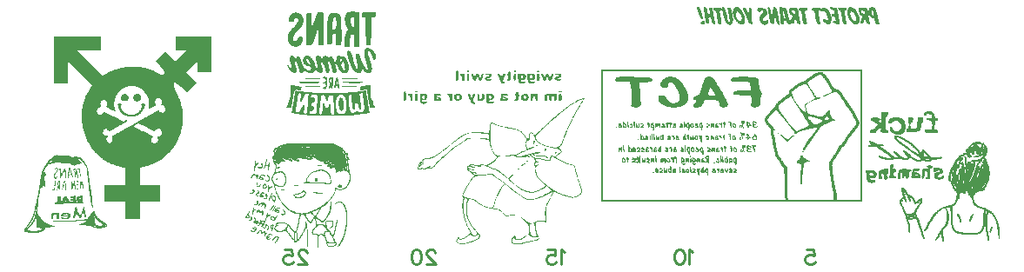
<source format=gbo>
G04 Layer: BottomSilkLayer*
G04 EasyEDA v6.3.22, 2020-04-08T11:48:21--7:00*
G04 247715d04a294634badd8a564075c606,8a10dd2cf1b84b9ab6f9dfecbfc888dd,10*
G04 Gerber Generator version 0.2*
G04 Scale: 100 percent, Rotated: No, Reflected: No *
G04 Dimensions in inches *
G04 leading zeros omitted , absolute positions ,2 integer and 4 decimal *
%FSLAX24Y24*%
%MOIN*%
G90*
G70D02*

%ADD21C,0.009000*%

%LPD*%

%LPD*%
G36*
G01X17516Y10781D02*
G01X17500Y10784D01*
G01X17484Y10781D01*
G01X17470Y10775D01*
G01X17461Y10767D01*
G01X17458Y10756D01*
G01X17461Y10745D01*
G01X17470Y10736D01*
G01X17484Y10730D01*
G01X17500Y10728D01*
G01X17516Y10730D01*
G01X17529Y10736D01*
G01X17538Y10745D01*
G01X17542Y10756D01*
G01X17538Y10767D01*
G01X17529Y10775D01*
G01X17516Y10781D01*
G37*

%LPD*%
G36*
G01X19300Y10781D02*
G01X19283Y10784D01*
G01X19267Y10781D01*
G01X19254Y10775D01*
G01X19245Y10767D01*
G01X19242Y10756D01*
G01X19245Y10745D01*
G01X19254Y10736D01*
G01X19267Y10730D01*
G01X19283Y10728D01*
G01X19300Y10730D01*
G01X19313Y10736D01*
G01X19322Y10745D01*
G01X19325Y10756D01*
G01X19322Y10767D01*
G01X19313Y10775D01*
G01X19300Y10781D01*
G37*

%LPD*%
G36*
G01X20190Y10781D02*
G01X20173Y10784D01*
G01X20158Y10781D01*
G01X20145Y10775D01*
G01X20136Y10767D01*
G01X20133Y10756D01*
G01X20138Y10745D01*
G01X20150Y10736D01*
G01X20168Y10730D01*
G01X20191Y10728D01*
G01X20212Y10730D01*
G01X20226Y10736D01*
G01X20233Y10745D01*
G01X20231Y10756D01*
G01X20221Y10767D01*
G01X20207Y10775D01*
G01X20190Y10781D01*
G37*

%LPD*%
G36*
G01X20961Y10672D02*
G01X20935Y10673D01*
G01X20911Y10671D01*
G01X20888Y10668D01*
G01X20869Y10662D01*
G01X20854Y10654D01*
G01X20844Y10644D01*
G01X20843Y10633D01*
G01X20856Y10624D01*
G01X20880Y10619D01*
G01X20914Y10616D01*
G01X20947Y10614D01*
G01X20971Y10609D01*
G01X20984Y10600D01*
G01X20983Y10588D01*
G01X20972Y10578D01*
G01X20956Y10569D01*
G01X20936Y10563D01*
G01X20915Y10561D01*
G01X20893Y10557D01*
G01X20869Y10548D01*
G01X20846Y10533D01*
G01X20827Y10516D01*
G01X20810Y10491D01*
G01X20807Y10472D01*
G01X20818Y10453D01*
G01X20845Y10431D01*
G01X20863Y10420D01*
G01X20883Y10412D01*
G01X20906Y10405D01*
G01X20930Y10401D01*
G01X20954Y10400D01*
G01X20978Y10400D01*
G01X21001Y10403D01*
G01X21022Y10407D01*
G01X21041Y10414D01*
G01X21056Y10422D01*
G01X21068Y10433D01*
G01X21075Y10445D01*
G01X21077Y10462D01*
G01X21066Y10471D01*
G01X21041Y10471D01*
G01X21000Y10464D01*
G01X20963Y10458D01*
G01X20936Y10457D01*
G01X20919Y10463D01*
G01X20914Y10475D01*
G01X20918Y10486D01*
G01X20929Y10496D01*
G01X20946Y10503D01*
G01X20966Y10505D01*
G01X20990Y10508D01*
G01X21013Y10517D01*
G01X21034Y10530D01*
G01X21051Y10547D01*
G01X21064Y10566D01*
G01X21073Y10587D01*
G01X21075Y10609D01*
G01X21071Y10630D01*
G01X21063Y10641D01*
G01X21049Y10651D01*
G01X21031Y10659D01*
G01X21010Y10665D01*
G01X20986Y10669D01*
G01X20961Y10672D01*
G37*

%LPD*%
G36*
G01X19090Y10751D02*
G01X19079Y10753D01*
G01X19066Y10748D01*
G01X19053Y10738D01*
G01X19039Y10720D01*
G01X19023Y10697D01*
G01X19008Y10668D01*
G01X19002Y10644D01*
G01X19005Y10625D01*
G01X19016Y10607D01*
G01X19029Y10591D01*
G01X19038Y10571D01*
G01X19044Y10550D01*
G01X19046Y10528D01*
G01X19044Y10508D01*
G01X19039Y10492D01*
G01X19031Y10481D01*
G01X19019Y10477D01*
G01X19008Y10474D01*
G01X18999Y10464D01*
G01X18993Y10450D01*
G01X18991Y10433D01*
G01X18995Y10415D01*
G01X19006Y10403D01*
G01X19026Y10397D01*
G01X19053Y10399D01*
G01X19071Y10402D01*
G01X19086Y10408D01*
G01X19098Y10417D01*
G01X19107Y10430D01*
G01X19115Y10447D01*
G01X19122Y10470D01*
G01X19128Y10498D01*
G01X19134Y10533D01*
G01X19138Y10585D01*
G01X19139Y10611D01*
G01X19138Y10636D01*
G01X19137Y10658D01*
G01X19134Y10678D01*
G01X19130Y10695D01*
G01X19126Y10707D01*
G01X19113Y10728D01*
G01X19102Y10742D01*
G01X19090Y10751D01*
G37*

%LPD*%
G36*
G01X18286Y10672D02*
G01X18260Y10673D01*
G01X18236Y10671D01*
G01X18213Y10668D01*
G01X18194Y10662D01*
G01X18179Y10654D01*
G01X18169Y10644D01*
G01X18168Y10633D01*
G01X18181Y10624D01*
G01X18205Y10619D01*
G01X18238Y10616D01*
G01X18272Y10614D01*
G01X18296Y10609D01*
G01X18309Y10600D01*
G01X18308Y10588D01*
G01X18297Y10578D01*
G01X18281Y10569D01*
G01X18261Y10563D01*
G01X18240Y10561D01*
G01X18218Y10557D01*
G01X18194Y10548D01*
G01X18172Y10535D01*
G01X18155Y10519D01*
G01X18144Y10503D01*
G01X18138Y10488D01*
G01X18136Y10473D01*
G01X18139Y10459D01*
G01X18145Y10446D01*
G01X18154Y10434D01*
G01X18166Y10423D01*
G01X18182Y10414D01*
G01X18199Y10406D01*
G01X18219Y10400D01*
G01X18240Y10396D01*
G01X18263Y10394D01*
G01X18287Y10394D01*
G01X18311Y10397D01*
G01X18336Y10402D01*
G01X18361Y10410D01*
G01X18386Y10422D01*
G01X18401Y10434D01*
G01X18407Y10445D01*
G01X18404Y10455D01*
G01X18394Y10463D01*
G01X18376Y10467D01*
G01X18352Y10467D01*
G01X18322Y10463D01*
G01X18287Y10457D01*
G01X18260Y10457D01*
G01X18244Y10463D01*
G01X18238Y10475D01*
G01X18242Y10486D01*
G01X18254Y10496D01*
G01X18270Y10503D01*
G01X18291Y10505D01*
G01X18315Y10508D01*
G01X18338Y10517D01*
G01X18359Y10530D01*
G01X18376Y10547D01*
G01X18389Y10566D01*
G01X18397Y10587D01*
G01X18400Y10609D01*
G01X18396Y10630D01*
G01X18388Y10641D01*
G01X18374Y10651D01*
G01X18356Y10659D01*
G01X18335Y10665D01*
G01X18311Y10669D01*
G01X18286Y10672D01*
G37*

%LPD*%
G36*
G01X17375Y10667D02*
G01X17277Y10667D01*
G01X17243Y10665D01*
G01X17216Y10661D01*
G01X17196Y10655D01*
G01X17184Y10647D01*
G01X17180Y10638D01*
G01X17185Y10628D01*
G01X17198Y10617D01*
G01X17221Y10606D01*
G01X17239Y10593D01*
G01X17252Y10569D01*
G01X17260Y10534D01*
G01X17263Y10492D01*
G01X17265Y10443D01*
G01X17274Y10413D01*
G01X17291Y10398D01*
G01X17319Y10394D01*
G01X17335Y10395D01*
G01X17348Y10398D01*
G01X17358Y10405D01*
G01X17365Y10417D01*
G01X17370Y10435D01*
G01X17373Y10459D01*
G01X17374Y10490D01*
G01X17375Y10530D01*
G01X17375Y10667D01*
G37*

%LPD*%
G36*
G01X17511Y10671D02*
G01X17500Y10672D01*
G01X17489Y10671D01*
G01X17480Y10665D01*
G01X17473Y10656D01*
G01X17467Y10642D01*
G01X17463Y10623D01*
G01X17460Y10599D01*
G01X17459Y10569D01*
G01X17458Y10533D01*
G01X17459Y10497D01*
G01X17460Y10467D01*
G01X17463Y10442D01*
G01X17467Y10424D01*
G01X17473Y10410D01*
G01X17480Y10401D01*
G01X17489Y10395D01*
G01X17500Y10394D01*
G01X17511Y10395D01*
G01X17520Y10401D01*
G01X17527Y10410D01*
G01X17533Y10424D01*
G01X17537Y10442D01*
G01X17540Y10467D01*
G01X17541Y10497D01*
G01X17542Y10533D01*
G01X17541Y10569D01*
G01X17540Y10599D01*
G01X17537Y10623D01*
G01X17533Y10642D01*
G01X17527Y10656D01*
G01X17520Y10665D01*
G01X17511Y10671D01*
G37*

%LPD*%
G36*
G01X19294Y10671D02*
G01X19283Y10672D01*
G01X19272Y10671D01*
G01X19263Y10665D01*
G01X19256Y10656D01*
G01X19251Y10642D01*
G01X19246Y10623D01*
G01X19244Y10599D01*
G01X19242Y10569D01*
G01X19242Y10497D01*
G01X19244Y10467D01*
G01X19246Y10442D01*
G01X19251Y10424D01*
G01X19256Y10410D01*
G01X19263Y10401D01*
G01X19272Y10395D01*
G01X19283Y10394D01*
G01X19294Y10395D01*
G01X19303Y10401D01*
G01X19310Y10410D01*
G01X19316Y10424D01*
G01X19320Y10442D01*
G01X19323Y10467D01*
G01X19325Y10497D01*
G01X19325Y10569D01*
G01X19323Y10599D01*
G01X19320Y10623D01*
G01X19316Y10642D01*
G01X19310Y10656D01*
G01X19303Y10665D01*
G01X19294Y10671D01*
G37*

%LPD*%
G36*
G01X20205Y10671D02*
G01X20189Y10672D01*
G01X20173Y10671D01*
G01X20160Y10667D01*
G01X20150Y10660D01*
G01X20143Y10648D01*
G01X20138Y10630D01*
G01X20135Y10605D01*
G01X20134Y10574D01*
G01X20133Y10533D01*
G01X20134Y10492D01*
G01X20135Y10460D01*
G01X20138Y10436D01*
G01X20143Y10418D01*
G01X20150Y10406D01*
G01X20160Y10398D01*
G01X20173Y10395D01*
G01X20189Y10394D01*
G01X20205Y10395D01*
G01X20218Y10398D01*
G01X20228Y10406D01*
G01X20235Y10418D01*
G01X20240Y10436D01*
G01X20243Y10460D01*
G01X20244Y10492D01*
G01X20245Y10533D01*
G01X20244Y10574D01*
G01X20243Y10605D01*
G01X20240Y10630D01*
G01X20235Y10648D01*
G01X20228Y10660D01*
G01X20218Y10667D01*
G01X20205Y10671D01*
G37*

%LPD*%
G36*
G01X17101Y10777D02*
G01X17089Y10780D01*
G01X17075Y10778D01*
G01X17061Y10774D01*
G01X17050Y10766D01*
G01X17041Y10753D01*
G01X17034Y10734D01*
G01X17028Y10709D01*
G01X17024Y10676D01*
G01X17021Y10633D01*
G01X17018Y10581D01*
G01X17016Y10524D01*
G01X17015Y10479D01*
G01X17016Y10446D01*
G01X17020Y10422D01*
G01X17026Y10407D01*
G01X17036Y10399D01*
G01X17049Y10395D01*
G01X17067Y10394D01*
G01X17084Y10395D01*
G01X17098Y10399D01*
G01X17108Y10408D01*
G01X17115Y10425D01*
G01X17119Y10449D01*
G01X17122Y10484D01*
G01X17123Y10530D01*
G01X17124Y10590D01*
G01X17123Y10649D01*
G01X17122Y10694D01*
G01X17120Y10728D01*
G01X17115Y10752D01*
G01X17109Y10768D01*
G01X17101Y10777D01*
G37*

%LPD*%
G36*
G01X17679Y10665D02*
G01X17661Y10672D01*
G01X17642Y10668D01*
G01X17633Y10657D01*
G01X17631Y10635D01*
G01X17636Y10604D01*
G01X17645Y10571D01*
G01X17654Y10541D01*
G01X17663Y10513D01*
G01X17672Y10489D01*
G01X17681Y10467D01*
G01X17691Y10448D01*
G01X17700Y10432D01*
G01X17710Y10419D01*
G01X17719Y10408D01*
G01X17729Y10401D01*
G01X17738Y10396D01*
G01X17748Y10394D01*
G01X17757Y10395D01*
G01X17767Y10399D01*
G01X17776Y10406D01*
G01X17785Y10415D01*
G01X17794Y10428D01*
G01X17803Y10444D01*
G01X17812Y10463D01*
G01X17821Y10484D01*
G01X17855Y10575D01*
G01X17884Y10484D01*
G01X17892Y10460D01*
G01X17901Y10440D01*
G01X17910Y10423D01*
G01X17920Y10410D01*
G01X17931Y10401D01*
G01X17941Y10395D01*
G01X17952Y10393D01*
G01X17963Y10395D01*
G01X17974Y10400D01*
G01X17985Y10408D01*
G01X17996Y10421D01*
G01X18007Y10436D01*
G01X18018Y10456D01*
G01X18029Y10478D01*
G01X18040Y10505D01*
G01X18050Y10534D01*
G01X18064Y10578D01*
G01X18073Y10612D01*
G01X18079Y10636D01*
G01X18081Y10653D01*
G01X18079Y10663D01*
G01X18073Y10668D01*
G01X18063Y10669D01*
G01X18048Y10667D01*
G01X18029Y10658D01*
G01X18013Y10642D01*
G01X18000Y10620D01*
G01X17993Y10595D01*
G01X17987Y10568D01*
G01X17979Y10549D01*
G01X17970Y10538D01*
G01X17960Y10535D01*
G01X17950Y10540D01*
G01X17939Y10553D01*
G01X17929Y10574D01*
G01X17920Y10603D01*
G01X17913Y10626D01*
G01X17903Y10644D01*
G01X17891Y10658D01*
G01X17878Y10667D01*
G01X17864Y10672D01*
G01X17850Y10672D01*
G01X17835Y10668D01*
G01X17820Y10659D01*
G01X17806Y10646D01*
G01X17793Y10629D01*
G01X17782Y10607D01*
G01X17772Y10582D01*
G01X17743Y10491D01*
G01X17723Y10582D01*
G01X17711Y10618D01*
G01X17696Y10646D01*
G01X17679Y10665D01*
G37*

%LPD*%
G36*
G01X20357Y10665D02*
G01X20340Y10672D01*
G01X20324Y10671D01*
G01X20312Y10668D01*
G01X20305Y10660D01*
G01X20303Y10647D01*
G01X20306Y10627D01*
G01X20315Y10599D01*
G01X20328Y10561D01*
G01X20346Y10513D01*
G01X20359Y10480D01*
G01X20372Y10453D01*
G01X20385Y10431D01*
G01X20397Y10415D01*
G01X20410Y10404D01*
G01X20422Y10399D01*
G01X20434Y10400D01*
G01X20447Y10405D01*
G01X20460Y10417D01*
G01X20473Y10434D01*
G01X20486Y10456D01*
G01X20501Y10484D01*
G01X20544Y10575D01*
G01X20564Y10484D01*
G01X20570Y10460D01*
G01X20577Y10439D01*
G01X20586Y10422D01*
G01X20595Y10409D01*
G01X20605Y10399D01*
G01X20615Y10393D01*
G01X20626Y10390D01*
G01X20638Y10391D01*
G01X20649Y10396D01*
G01X20661Y10404D01*
G01X20673Y10415D01*
G01X20685Y10430D01*
G01X20697Y10449D01*
G01X20708Y10470D01*
G01X20719Y10495D01*
G01X20730Y10524D01*
G01X20747Y10575D01*
G01X20761Y10619D01*
G01X20771Y10649D01*
G01X20774Y10663D01*
G01X20771Y10667D01*
G01X20762Y10670D01*
G01X20749Y10672D01*
G01X20733Y10672D01*
G01X20715Y10665D01*
G01X20697Y10646D01*
G01X20680Y10617D01*
G01X20667Y10582D01*
G01X20641Y10491D01*
G01X20607Y10582D01*
G01X20591Y10617D01*
G01X20572Y10646D01*
G01X20552Y10665D01*
G01X20535Y10672D01*
G01X20517Y10665D01*
G01X20496Y10646D01*
G01X20476Y10617D01*
G01X20458Y10582D01*
G01X20421Y10491D01*
G01X20400Y10582D01*
G01X20389Y10617D01*
G01X20374Y10646D01*
G01X20357Y10665D01*
G37*

%LPD*%
G36*
G01X18670Y10672D02*
G01X18654Y10672D01*
G01X18641Y10670D01*
G01X18632Y10668D01*
G01X18629Y10665D01*
G01X18630Y10657D01*
G01X18634Y10644D01*
G01X18640Y10625D01*
G01X18648Y10603D01*
G01X18658Y10578D01*
G01X18668Y10550D01*
G01X18680Y10521D01*
G01X18692Y10491D01*
G01X18705Y10461D01*
G01X18718Y10432D01*
G01X18730Y10404D01*
G01X18741Y10379D01*
G01X18768Y10325D01*
G01X18774Y10317D01*
G01X18791Y10301D01*
G01X18811Y10290D01*
G01X18834Y10284D01*
G01X18855Y10283D01*
G01X18875Y10286D01*
G01X18892Y10295D01*
G01X18903Y10307D01*
G01X18907Y10324D01*
G01X18904Y10340D01*
G01X18894Y10353D01*
G01X18880Y10362D01*
G01X18862Y10365D01*
G01X18851Y10366D01*
G01X18842Y10369D01*
G01X18835Y10373D01*
G01X18831Y10380D01*
G01X18829Y10390D01*
G01X18830Y10403D01*
G01X18833Y10419D01*
G01X18839Y10440D01*
G01X18848Y10464D01*
G01X18859Y10494D01*
G01X18874Y10528D01*
G01X18891Y10568D01*
G01X18905Y10601D01*
G01X18915Y10626D01*
G01X18921Y10645D01*
G01X18922Y10657D01*
G01X18919Y10665D01*
G01X18911Y10670D01*
G01X18899Y10672D01*
G01X18882Y10672D01*
G01X18856Y10667D01*
G01X18836Y10651D01*
G01X18820Y10623D01*
G01X18808Y10582D01*
G01X18787Y10491D01*
G01X18750Y10582D01*
G01X18732Y10617D01*
G01X18711Y10646D01*
G01X18689Y10665D01*
G01X18670Y10672D01*
G37*

%LPD*%
G36*
G01X19959Y10666D02*
G01X19930Y10668D01*
G01X19896Y10667D01*
G01X19771Y10665D01*
G01X19771Y10517D01*
G01X19772Y10488D01*
G01X19773Y10461D01*
G01X19777Y10436D01*
G01X19781Y10412D01*
G01X19786Y10390D01*
G01X19793Y10371D01*
G01X19801Y10353D01*
G01X19810Y10337D01*
G01X19820Y10323D01*
G01X19831Y10311D01*
G01X19844Y10301D01*
G01X19857Y10293D01*
G01X19872Y10287D01*
G01X19888Y10282D01*
G01X19905Y10280D01*
G01X19923Y10280D01*
G01X19942Y10282D01*
G01X19962Y10286D01*
G01X19983Y10291D01*
G01X20006Y10299D01*
G01X20030Y10311D01*
G01X20045Y10325D01*
G01X20051Y10338D01*
G01X20049Y10351D01*
G01X20040Y10362D01*
G01X20023Y10370D01*
G01X19999Y10374D01*
G01X19970Y10372D01*
G01X19935Y10370D01*
G01X19907Y10374D01*
G01X19887Y10384D01*
G01X19875Y10400D01*
G01X19872Y10417D01*
G01X19881Y10428D01*
G01X19903Y10430D01*
G01X19940Y10427D01*
G01X19962Y10425D01*
G01X19981Y10424D01*
G01X19997Y10426D01*
G01X20011Y10431D01*
G01X20022Y10439D01*
G01X20033Y10451D01*
G01X20042Y10466D01*
G01X20052Y10484D01*
G01X20065Y10520D01*
G01X20069Y10551D01*
G01X20065Y10581D01*
G01X20052Y10612D01*
G01X20042Y10628D01*
G01X20031Y10640D01*
G01X20018Y10651D01*
G01X20002Y10658D01*
G01X19983Y10663D01*
G01X19959Y10666D01*
G37*

%LPC*%
G36*
G01X19930Y10612D02*
G01X19915Y10617D01*
G01X19900Y10614D01*
G01X19887Y10602D01*
G01X19876Y10582D01*
G01X19870Y10562D01*
G01X19869Y10543D01*
G01X19872Y10526D01*
G01X19877Y10510D01*
G01X19886Y10496D01*
G01X19897Y10486D01*
G01X19911Y10480D01*
G01X19927Y10477D01*
G01X19942Y10481D01*
G01X19954Y10492D01*
G01X19963Y10508D01*
G01X19966Y10528D01*
G01X19963Y10557D01*
G01X19955Y10581D01*
G01X19944Y10600D01*
G01X19930Y10612D01*
G37*

%LPD*%
G36*
G01X19556Y10665D02*
G01X19531Y10665D01*
G01X19409Y10663D01*
G01X19409Y10486D01*
G01X19412Y10458D01*
G01X19415Y10432D01*
G01X19420Y10407D01*
G01X19427Y10385D01*
G01X19434Y10365D01*
G01X19443Y10347D01*
G01X19453Y10331D01*
G01X19465Y10317D01*
G01X19477Y10305D01*
G01X19491Y10295D01*
G01X19506Y10288D01*
G01X19522Y10283D01*
G01X19539Y10280D01*
G01X19557Y10279D01*
G01X19576Y10281D01*
G01X19596Y10285D01*
G01X19617Y10291D01*
G01X19639Y10300D01*
G01X19661Y10311D01*
G01X19688Y10327D01*
G01X19705Y10341D01*
G01X19713Y10353D01*
G01X19711Y10362D01*
G01X19701Y10369D01*
G01X19682Y10373D01*
G01X19654Y10374D01*
G01X19618Y10371D01*
G01X19571Y10367D01*
G01X19541Y10371D01*
G01X19525Y10382D01*
G01X19520Y10402D01*
G01X19524Y10420D01*
G01X19534Y10430D01*
G01X19551Y10433D01*
G01X19576Y10429D01*
G01X19596Y10426D01*
G01X19615Y10427D01*
G01X19633Y10431D01*
G01X19650Y10438D01*
G01X19666Y10448D01*
G01X19679Y10461D01*
G01X19691Y10476D01*
G01X19701Y10492D01*
G01X19709Y10509D01*
G01X19714Y10528D01*
G01X19717Y10547D01*
G01X19717Y10565D01*
G01X19714Y10584D01*
G01X19707Y10603D01*
G01X19698Y10620D01*
G01X19684Y10636D01*
G01X19676Y10642D01*
G01X19663Y10648D01*
G01X19646Y10653D01*
G01X19627Y10657D01*
G01X19605Y10661D01*
G01X19581Y10663D01*
G01X19556Y10665D01*
G37*

%LPC*%
G36*
G01X19582Y10607D02*
G01X19569Y10609D01*
G01X19556Y10603D01*
G01X19543Y10589D01*
G01X19532Y10567D01*
G01X19525Y10538D01*
G01X19524Y10511D01*
G01X19530Y10492D01*
G01X19542Y10481D01*
G01X19560Y10477D01*
G01X19579Y10482D01*
G01X19593Y10496D01*
G01X19601Y10518D01*
G01X19604Y10549D01*
G01X19601Y10577D01*
G01X19593Y10597D01*
G01X19582Y10607D01*
G37*

%LPD*%
G36*
G01X15529Y10001D02*
G01X15507Y10003D01*
G01X15486Y10001D01*
G01X15468Y9995D01*
G01X15456Y9986D01*
G01X15452Y9976D01*
G01X15456Y9965D01*
G01X15468Y9956D01*
G01X15486Y9950D01*
G01X15507Y9948D01*
G01X15529Y9950D01*
G01X15547Y9956D01*
G01X15559Y9965D01*
G01X15563Y9976D01*
G01X15559Y9986D01*
G01X15547Y9995D01*
G01X15529Y10001D01*
G37*

%LPD*%
G36*
G01X21047Y10001D02*
G01X21025Y10003D01*
G01X21003Y10001D01*
G01X20986Y9995D01*
G01X20974Y9986D01*
G01X20969Y9976D01*
G01X20974Y9965D01*
G01X20986Y9956D01*
G01X21003Y9950D01*
G01X21025Y9948D01*
G01X21047Y9950D01*
G01X21064Y9956D01*
G01X21076Y9965D01*
G01X21081Y9976D01*
G01X21076Y9986D01*
G01X21064Y9995D01*
G01X21047Y10001D01*
G37*

%LPD*%
G36*
G01X17909Y9886D02*
G01X17890Y9892D01*
G01X17879Y9890D01*
G01X17870Y9885D01*
G01X17863Y9876D01*
G01X17857Y9862D01*
G01X17853Y9844D01*
G01X17850Y9821D01*
G01X17849Y9792D01*
G01X17848Y9756D01*
G01X17848Y9621D01*
G01X17961Y9621D01*
G01X17991Y9622D01*
G01X18017Y9625D01*
G01X18040Y9630D01*
G01X18060Y9638D01*
G01X18077Y9648D01*
G01X18091Y9661D01*
G01X18103Y9676D01*
G01X18112Y9696D01*
G01X18119Y9718D01*
G01X18123Y9744D01*
G01X18126Y9773D01*
G01X18127Y9807D01*
G01X18124Y9848D01*
G01X18115Y9874D01*
G01X18098Y9888D01*
G01X18071Y9892D01*
G01X18043Y9888D01*
G01X18026Y9873D01*
G01X18018Y9843D01*
G01X18015Y9794D01*
G01X18013Y9750D01*
G01X18005Y9720D01*
G01X17992Y9703D01*
G01X17974Y9697D01*
G01X17955Y9703D01*
G01X17942Y9720D01*
G01X17934Y9750D01*
G01X17929Y9838D01*
G01X17922Y9869D01*
G01X17909Y9886D01*
G37*

%LPD*%
G36*
G01X19717Y9888D02*
G01X19695Y9888D01*
G01X19667Y9886D01*
G01X19627Y9880D01*
G01X19589Y9867D01*
G01X19558Y9851D01*
G01X19540Y9834D01*
G01X19531Y9815D01*
G01X19525Y9795D01*
G01X19523Y9774D01*
G01X19523Y9753D01*
G01X19527Y9731D01*
G01X19533Y9710D01*
G01X19541Y9690D01*
G01X19552Y9672D01*
G01X19566Y9656D01*
G01X19581Y9642D01*
G01X19597Y9632D01*
G01X19616Y9625D01*
G01X19641Y9621D01*
G01X19665Y9620D01*
G01X19688Y9622D01*
G01X19710Y9627D01*
G01X19731Y9635D01*
G01X19750Y9646D01*
G01X19767Y9659D01*
G01X19782Y9674D01*
G01X19794Y9691D01*
G01X19804Y9709D01*
G01X19811Y9728D01*
G01X19816Y9749D01*
G01X19817Y9771D01*
G01X19814Y9792D01*
G01X19808Y9815D01*
G01X19799Y9837D01*
G01X19789Y9852D01*
G01X19779Y9865D01*
G01X19767Y9874D01*
G01X19753Y9881D01*
G01X19737Y9886D01*
G01X19717Y9888D01*
G37*

%LPC*%
G36*
G01X19683Y9828D02*
G01X19670Y9832D01*
G01X19657Y9830D01*
G01X19645Y9825D01*
G01X19634Y9815D01*
G01X19625Y9801D01*
G01X19620Y9784D01*
G01X19618Y9765D01*
G01X19622Y9743D01*
G01X19632Y9724D01*
G01X19648Y9710D01*
G01X19666Y9702D01*
G01X19684Y9703D01*
G01X19698Y9711D01*
G01X19708Y9724D01*
G01X19715Y9741D01*
G01X19718Y9761D01*
G01X19716Y9781D01*
G01X19709Y9801D01*
G01X19696Y9818D01*
G01X19683Y9828D01*
G37*

%LPD*%
G36*
G01X17139Y9889D02*
G01X17114Y9891D01*
G01X17089Y9890D01*
G01X17065Y9888D01*
G01X17042Y9884D01*
G01X17021Y9877D01*
G01X17004Y9869D01*
G01X16990Y9859D01*
G01X16977Y9843D01*
G01X16968Y9827D01*
G01X16961Y9809D01*
G01X16957Y9790D01*
G01X16957Y9771D01*
G01X16959Y9752D01*
G01X16964Y9733D01*
G01X16972Y9714D01*
G01X16982Y9696D01*
G01X16996Y9680D01*
G01X17011Y9664D01*
G01X17029Y9650D01*
G01X17052Y9636D01*
G01X17071Y9626D01*
G01X17087Y9620D01*
G01X17102Y9617D01*
G01X17118Y9618D01*
G01X17134Y9623D01*
G01X17153Y9632D01*
G01X17176Y9644D01*
G01X17195Y9656D01*
G01X17212Y9671D01*
G01X17226Y9687D01*
G01X17238Y9704D01*
G01X17248Y9723D01*
G01X17255Y9742D01*
G01X17259Y9761D01*
G01X17260Y9780D01*
G01X17258Y9799D01*
G01X17253Y9818D01*
G01X17245Y9835D01*
G01X17234Y9851D01*
G01X17221Y9863D01*
G01X17205Y9872D01*
G01X17185Y9880D01*
G01X17163Y9885D01*
G01X17139Y9889D01*
G37*

%LPC*%
G36*
G01X17125Y9833D02*
G01X17110Y9836D01*
G01X17095Y9833D01*
G01X17079Y9823D01*
G01X17066Y9809D01*
G01X17057Y9792D01*
G01X17051Y9772D01*
G01X17049Y9754D01*
G01X17051Y9738D01*
G01X17056Y9724D01*
G01X17065Y9713D01*
G01X17077Y9704D01*
G01X17092Y9699D01*
G01X17110Y9697D01*
G01X17126Y9699D01*
G01X17142Y9704D01*
G01X17155Y9712D01*
G01X17164Y9722D01*
G01X17170Y9738D01*
G01X17171Y9756D01*
G01X17168Y9775D01*
G01X17161Y9793D01*
G01X17151Y9810D01*
G01X17139Y9824D01*
G01X17125Y9833D01*
G37*

%LPD*%
G36*
G01X19385Y9970D02*
G01X19367Y9974D01*
G01X19351Y9973D01*
G01X19338Y9966D01*
G01X19328Y9954D01*
G01X19325Y9936D01*
G01X19322Y9919D01*
G01X19315Y9903D01*
G01X19304Y9890D01*
G01X19290Y9880D01*
G01X19275Y9872D01*
G01X19269Y9864D01*
G01X19275Y9857D01*
G01X19290Y9848D01*
G01X19304Y9836D01*
G01X19314Y9816D01*
G01X19321Y9792D01*
G01X19324Y9765D01*
G01X19324Y9740D01*
G01X19319Y9718D01*
G01X19310Y9703D01*
G01X19297Y9697D01*
G01X19286Y9694D01*
G01X19278Y9684D01*
G01X19272Y9671D01*
G01X19269Y9655D01*
G01X19274Y9638D01*
G01X19285Y9626D01*
G01X19301Y9618D01*
G01X19321Y9614D01*
G01X19343Y9615D01*
G01X19365Y9622D01*
G01X19385Y9632D01*
G01X19402Y9648D01*
G01X19412Y9663D01*
G01X19420Y9683D01*
G01X19428Y9705D01*
G01X19434Y9731D01*
G01X19440Y9758D01*
G01X19446Y9814D01*
G01X19447Y9841D01*
G01X19446Y9867D01*
G01X19443Y9890D01*
G01X19439Y9911D01*
G01X19432Y9927D01*
G01X19419Y9946D01*
G01X19403Y9961D01*
G01X19385Y9970D01*
G37*

%LPD*%
G36*
G01X15368Y9886D02*
G01X15271Y9886D01*
G01X15233Y9884D01*
G01X15202Y9879D01*
G01X15181Y9871D01*
G01X15173Y9861D01*
G01X15176Y9851D01*
G01X15184Y9844D01*
G01X15197Y9838D01*
G01X15212Y9836D01*
G01X15228Y9833D01*
G01X15242Y9825D01*
G01X15255Y9812D01*
G01X15265Y9795D01*
G01X15273Y9772D01*
G01X15280Y9746D01*
G01X15283Y9715D01*
G01X15285Y9680D01*
G01X15287Y9653D01*
G01X15296Y9632D01*
G01X15309Y9618D01*
G01X15326Y9613D01*
G01X15337Y9615D01*
G01X15346Y9620D01*
G01X15353Y9629D01*
G01X15359Y9643D01*
G01X15363Y9661D01*
G01X15366Y9685D01*
G01X15368Y9714D01*
G01X15368Y9886D01*
G37*

%LPD*%
G36*
G01X15524Y9891D02*
G01X15507Y9892D01*
G01X15491Y9891D01*
G01X15478Y9887D01*
G01X15469Y9880D01*
G01X15462Y9867D01*
G01X15457Y9850D01*
G01X15454Y9825D01*
G01X15452Y9793D01*
G01X15452Y9712D01*
G01X15454Y9680D01*
G01X15457Y9655D01*
G01X15462Y9638D01*
G01X15469Y9626D01*
G01X15478Y9618D01*
G01X15491Y9614D01*
G01X15507Y9613D01*
G01X15524Y9614D01*
G01X15537Y9618D01*
G01X15546Y9626D01*
G01X15553Y9638D01*
G01X15558Y9655D01*
G01X15561Y9680D01*
G01X15563Y9712D01*
G01X15563Y9793D01*
G01X15561Y9825D01*
G01X15558Y9850D01*
G01X15553Y9867D01*
G01X15546Y9880D01*
G01X15537Y9887D01*
G01X15524Y9891D01*
G37*

%LPD*%
G36*
G01X16388Y9886D02*
G01X16348Y9888D01*
G01X16303Y9886D01*
G01X16190Y9878D01*
G01X16182Y9746D01*
G01X16180Y9710D01*
G01X16179Y9681D01*
G01X16181Y9658D01*
G01X16184Y9640D01*
G01X16189Y9628D01*
G01X16196Y9619D01*
G01X16205Y9615D01*
G01X16217Y9613D01*
G01X16233Y9615D01*
G01X16247Y9621D01*
G01X16256Y9630D01*
G01X16260Y9640D01*
G01X16265Y9649D01*
G01X16279Y9651D01*
G01X16301Y9647D01*
G01X16331Y9636D01*
G01X16368Y9621D01*
G01X16396Y9618D01*
G01X16420Y9627D01*
G01X16445Y9647D01*
G01X16463Y9668D01*
G01X16472Y9686D01*
G01X16474Y9704D01*
G01X16469Y9719D01*
G01X16456Y9734D01*
G01X16435Y9746D01*
G01X16407Y9757D01*
G01X16371Y9767D01*
G01X16339Y9776D01*
G01X16312Y9788D01*
G01X16294Y9801D01*
G01X16288Y9813D01*
G01X16294Y9823D01*
G01X16311Y9828D01*
G01X16337Y9828D01*
G01X16371Y9822D01*
G01X16398Y9818D01*
G01X16421Y9817D01*
G01X16438Y9819D01*
G01X16449Y9825D01*
G01X16455Y9834D01*
G01X16455Y9845D01*
G01X16448Y9859D01*
G01X16435Y9875D01*
G01X16418Y9882D01*
G01X16388Y9886D01*
G37*

%LPC*%
G36*
G01X16313Y9744D02*
G01X16296Y9750D01*
G01X16289Y9744D01*
G01X16288Y9725D01*
G01X16292Y9714D01*
G01X16302Y9705D01*
G01X16318Y9699D01*
G01X16337Y9697D01*
G01X16360Y9699D01*
G01X16369Y9703D01*
G01X16363Y9711D01*
G01X16343Y9725D01*
G01X16313Y9744D01*
G37*

%LPD*%
G36*
G01X16901Y9753D02*
G01X16901Y9892D01*
G01X16782Y9890D01*
G01X16744Y9890D01*
G01X16716Y9889D01*
G01X16698Y9887D01*
G01X16688Y9883D01*
G01X16687Y9878D01*
G01X16693Y9870D01*
G01X16707Y9859D01*
G01X16727Y9845D01*
G01X16742Y9833D01*
G01X16755Y9820D01*
G01X16766Y9805D01*
G01X16774Y9790D01*
G01X16781Y9772D01*
G01X16786Y9753D01*
G01X16788Y9731D01*
G01X16789Y9707D01*
G01X16792Y9661D01*
G01X16800Y9632D01*
G01X16817Y9617D01*
G01X16845Y9613D01*
G01X16861Y9614D01*
G01X16874Y9618D01*
G01X16884Y9626D01*
G01X16891Y9638D01*
G01X16896Y9655D01*
G01X16899Y9680D01*
G01X16900Y9712D01*
G01X16901Y9753D01*
G37*

%LPD*%
G36*
G01X18952Y9886D02*
G01X18912Y9888D01*
G01X18866Y9886D01*
G01X18754Y9878D01*
G01X18745Y9746D01*
G01X18744Y9710D01*
G01X18743Y9681D01*
G01X18744Y9658D01*
G01X18747Y9640D01*
G01X18752Y9628D01*
G01X18759Y9619D01*
G01X18769Y9615D01*
G01X18780Y9613D01*
G01X18797Y9615D01*
G01X18811Y9622D01*
G01X18820Y9630D01*
G01X18824Y9641D01*
G01X18827Y9651D01*
G01X18838Y9653D01*
G01X18854Y9649D01*
G01X18876Y9637D01*
G01X18901Y9624D01*
G01X18926Y9618D01*
G01X18951Y9618D01*
G01X18972Y9624D01*
G01X18991Y9634D01*
G01X19006Y9650D01*
G01X19015Y9670D01*
G01X19019Y9694D01*
G01X19014Y9719D01*
G01X18999Y9740D01*
G01X18973Y9755D01*
G01X18935Y9766D01*
G01X18907Y9774D01*
G01X18883Y9782D01*
G01X18863Y9790D01*
G01X18849Y9798D01*
G01X18839Y9805D01*
G01X18835Y9812D01*
G01X18835Y9818D01*
G01X18841Y9823D01*
G01X18852Y9826D01*
G01X18869Y9827D01*
G01X18891Y9825D01*
G01X18918Y9821D01*
G01X18951Y9816D01*
G01X18977Y9815D01*
G01X18998Y9817D01*
G01X19012Y9823D01*
G01X19019Y9832D01*
G01X19020Y9844D01*
G01X19013Y9858D01*
G01X18999Y9875D01*
G01X18982Y9882D01*
G01X18952Y9886D01*
G37*

%LPC*%
G36*
G01X18871Y9744D02*
G01X18845Y9751D01*
G01X18829Y9744D01*
G01X18824Y9725D01*
G01X18828Y9714D01*
G01X18842Y9705D01*
G01X18862Y9699D01*
G01X18886Y9697D01*
G01X18916Y9699D01*
G01X18928Y9703D01*
G01X18925Y9711D01*
G01X18907Y9725D01*
G01X18871Y9744D01*
G37*

%LPD*%
G36*
G01X20161Y9716D02*
G01X20161Y9888D01*
G01X19896Y9878D01*
G01X19888Y9746D01*
G01X19886Y9711D01*
G01X19886Y9682D01*
G01X19887Y9659D01*
G01X19890Y9641D01*
G01X19895Y9628D01*
G01X19901Y9620D01*
G01X19910Y9615D01*
G01X19921Y9613D01*
G01X19940Y9620D01*
G01X19955Y9639D01*
G01X19965Y9672D01*
G01X19978Y9764D01*
G01X19988Y9796D01*
G01X20003Y9816D01*
G01X20022Y9822D01*
G01X20041Y9816D01*
G01X20055Y9796D01*
G01X20066Y9764D01*
G01X20072Y9718D01*
G01X20079Y9673D01*
G01X20089Y9640D01*
G01X20103Y9620D01*
G01X20121Y9613D01*
G01X20131Y9615D01*
G01X20140Y9621D01*
G01X20147Y9630D01*
G01X20152Y9644D01*
G01X20156Y9663D01*
G01X20159Y9686D01*
G01X20161Y9716D01*
G37*

%LPD*%
G36*
G01X21041Y9891D02*
G01X21025Y9892D01*
G01X21009Y9891D01*
G01X20996Y9887D01*
G01X20986Y9880D01*
G01X20979Y9867D01*
G01X20974Y9850D01*
G01X20971Y9825D01*
G01X20970Y9793D01*
G01X20969Y9753D01*
G01X20970Y9712D01*
G01X20971Y9680D01*
G01X20974Y9655D01*
G01X20979Y9638D01*
G01X20986Y9626D01*
G01X20996Y9618D01*
G01X21009Y9614D01*
G01X21025Y9613D01*
G01X21041Y9614D01*
G01X21054Y9618D01*
G01X21064Y9626D01*
G01X21071Y9638D01*
G01X21076Y9655D01*
G01X21079Y9680D01*
G01X21080Y9712D01*
G01X21081Y9753D01*
G01X21080Y9793D01*
G01X21079Y9825D01*
G01X21076Y9850D01*
G01X21071Y9867D01*
G01X21064Y9880D01*
G01X21054Y9887D01*
G01X21041Y9891D01*
G37*

%LPD*%
G36*
G01X15087Y10001D02*
G01X15076Y10003D01*
G01X15064Y10001D01*
G01X15055Y9995D01*
G01X15048Y9982D01*
G01X15042Y9964D01*
G01X15038Y9938D01*
G01X15036Y9904D01*
G01X15034Y9861D01*
G01X15034Y9755D01*
G01X15036Y9713D01*
G01X15038Y9678D01*
G01X15042Y9653D01*
G01X15048Y9634D01*
G01X15055Y9622D01*
G01X15064Y9615D01*
G01X15076Y9613D01*
G01X15087Y9615D01*
G01X15096Y9622D01*
G01X15103Y9634D01*
G01X15109Y9653D01*
G01X15113Y9678D01*
G01X15115Y9713D01*
G01X15117Y9755D01*
G01X15117Y9861D01*
G01X15115Y9904D01*
G01X15113Y9938D01*
G01X15109Y9964D01*
G01X15103Y9982D01*
G01X15096Y9995D01*
G01X15087Y10001D01*
G37*

%LPD*%
G36*
G01X20886Y9885D02*
G01X20670Y9885D01*
G01X20623Y9884D01*
G01X20580Y9883D01*
G01X20541Y9880D01*
G01X20507Y9876D01*
G01X20479Y9872D01*
G01X20457Y9867D01*
G01X20442Y9861D01*
G01X20433Y9854D01*
G01X20425Y9833D01*
G01X20419Y9801D01*
G01X20414Y9761D01*
G01X20412Y9718D01*
G01X20413Y9688D01*
G01X20414Y9665D01*
G01X20418Y9647D01*
G01X20423Y9633D01*
G01X20430Y9624D01*
G01X20440Y9617D01*
G01X20452Y9614D01*
G01X20468Y9613D01*
G01X20483Y9614D01*
G01X20496Y9617D01*
G01X20506Y9624D01*
G01X20513Y9634D01*
G01X20518Y9649D01*
G01X20521Y9669D01*
G01X20523Y9695D01*
G01X20523Y9727D01*
G01X20524Y9753D01*
G01X20526Y9774D01*
G01X20530Y9792D01*
G01X20534Y9807D01*
G01X20539Y9818D01*
G01X20545Y9826D01*
G01X20551Y9830D01*
G01X20558Y9831D01*
G01X20565Y9828D01*
G01X20571Y9822D01*
G01X20578Y9813D01*
G01X20584Y9800D01*
G01X20590Y9784D01*
G01X20595Y9764D01*
G01X20599Y9742D01*
G01X20602Y9715D01*
G01X20606Y9687D01*
G01X20612Y9662D01*
G01X20620Y9642D01*
G01X20629Y9627D01*
G01X20640Y9617D01*
G01X20650Y9611D01*
G01X20660Y9611D01*
G01X20670Y9615D01*
G01X20678Y9626D01*
G01X20685Y9641D01*
G01X20689Y9663D01*
G01X20691Y9690D01*
G01X20693Y9723D01*
G01X20698Y9755D01*
G01X20706Y9784D01*
G01X20716Y9805D01*
G01X20731Y9823D01*
G01X20746Y9830D01*
G01X20760Y9829D01*
G01X20773Y9819D01*
G01X20785Y9801D01*
G01X20794Y9777D01*
G01X20800Y9746D01*
G01X20802Y9709D01*
G01X20804Y9666D01*
G01X20812Y9636D01*
G01X20825Y9619D01*
G01X20844Y9613D01*
G01X20855Y9615D01*
G01X20864Y9620D01*
G01X20871Y9629D01*
G01X20877Y9643D01*
G01X20881Y9661D01*
G01X20884Y9685D01*
G01X20885Y9714D01*
G01X20886Y9749D01*
G01X20886Y9885D01*
G37*

%LPD*%
G36*
G01X18364Y9892D02*
G01X18183Y9892D01*
G01X18183Y9746D01*
G01X18184Y9715D01*
G01X18185Y9686D01*
G01X18187Y9658D01*
G01X18189Y9633D01*
G01X18193Y9610D01*
G01X18196Y9591D01*
G01X18200Y9576D01*
G01X18204Y9567D01*
G01X18214Y9555D01*
G01X18228Y9544D01*
G01X18244Y9534D01*
G01X18263Y9526D01*
G01X18284Y9520D01*
G01X18306Y9515D01*
G01X18328Y9513D01*
G01X18351Y9511D01*
G01X18373Y9513D01*
G01X18394Y9515D01*
G01X18413Y9521D01*
G01X18431Y9528D01*
G01X18451Y9540D01*
G01X18467Y9551D01*
G01X18478Y9561D01*
G01X18485Y9571D01*
G01X18487Y9579D01*
G01X18486Y9586D01*
G01X18480Y9591D01*
G01X18470Y9595D01*
G01X18456Y9598D01*
G01X18438Y9599D01*
G01X18417Y9597D01*
G01X18392Y9594D01*
G01X18346Y9588D01*
G01X18315Y9590D01*
G01X18299Y9600D01*
G01X18294Y9618D01*
G01X18299Y9634D01*
G01X18314Y9646D01*
G01X18337Y9654D01*
G01X18367Y9656D01*
G01X18389Y9657D01*
G01X18409Y9661D01*
G01X18426Y9667D01*
G01X18442Y9676D01*
G01X18455Y9687D01*
G01X18466Y9700D01*
G01X18475Y9715D01*
G01X18481Y9732D01*
G01X18484Y9751D01*
G01X18485Y9772D01*
G01X18483Y9794D01*
G01X18479Y9818D01*
G01X18472Y9840D01*
G01X18465Y9858D01*
G01X18455Y9871D01*
G01X18441Y9880D01*
G01X18423Y9886D01*
G01X18397Y9890D01*
G01X18364Y9892D01*
G37*

%LPC*%
G36*
G01X18347Y9835D02*
G01X18332Y9835D01*
G01X18317Y9829D01*
G01X18305Y9819D01*
G01X18297Y9803D01*
G01X18294Y9782D01*
G01X18297Y9759D01*
G01X18303Y9738D01*
G01X18313Y9721D01*
G01X18325Y9709D01*
G01X18339Y9704D01*
G01X18353Y9706D01*
G01X18366Y9713D01*
G01X18377Y9726D01*
G01X18385Y9742D01*
G01X18390Y9760D01*
G01X18391Y9779D01*
G01X18386Y9799D01*
G01X18376Y9817D01*
G01X18362Y9829D01*
G01X18347Y9835D01*
G37*

%LPD*%
G36*
G01X15817Y9887D02*
G01X15769Y9887D01*
G01X15647Y9885D01*
G01X15647Y9671D01*
G01X15649Y9632D01*
G01X15652Y9601D01*
G01X15658Y9578D01*
G01X15667Y9560D01*
G01X15679Y9546D01*
G01X15695Y9535D01*
G01X15716Y9525D01*
G01X15753Y9511D01*
G01X15786Y9507D01*
G01X15819Y9511D01*
G01X15856Y9525D01*
G01X15879Y9536D01*
G01X15897Y9547D01*
G01X15910Y9557D01*
G01X15919Y9567D01*
G01X15923Y9576D01*
G01X15923Y9584D01*
G01X15918Y9590D01*
G01X15908Y9594D01*
G01X15894Y9597D01*
G01X15876Y9598D01*
G01X15854Y9597D01*
G01X15828Y9594D01*
G01X15781Y9588D01*
G01X15751Y9590D01*
G01X15735Y9601D01*
G01X15730Y9621D01*
G01X15734Y9639D01*
G01X15744Y9650D01*
G01X15762Y9653D01*
G01X15786Y9649D01*
G01X15811Y9646D01*
G01X15838Y9649D01*
G01X15863Y9657D01*
G01X15884Y9669D01*
G01X15898Y9686D01*
G01X15910Y9711D01*
G01X15918Y9740D01*
G01X15924Y9771D01*
G01X15926Y9802D01*
G01X15924Y9831D01*
G01X15918Y9855D01*
G01X15908Y9872D01*
G01X15892Y9879D01*
G01X15860Y9884D01*
G01X15817Y9887D01*
G37*

%LPC*%
G36*
G01X15802Y9832D02*
G01X15786Y9836D01*
G01X15773Y9833D01*
G01X15760Y9823D01*
G01X15749Y9809D01*
G01X15740Y9792D01*
G01X15735Y9770D01*
G01X15736Y9749D01*
G01X15743Y9731D01*
G01X15754Y9716D01*
G01X15768Y9707D01*
G01X15784Y9703D01*
G01X15801Y9706D01*
G01X15818Y9717D01*
G01X15828Y9732D01*
G01X15834Y9751D01*
G01X15835Y9771D01*
G01X15832Y9790D01*
G01X15825Y9808D01*
G01X15815Y9823D01*
G01X15802Y9832D01*
G37*

%LPD*%
G36*
G01X17545Y9889D02*
G01X17527Y9892D01*
G01X17515Y9891D01*
G01X17506Y9887D01*
G01X17500Y9880D01*
G01X17497Y9871D01*
G01X17496Y9858D01*
G01X17499Y9841D01*
G01X17504Y9820D01*
G01X17513Y9794D01*
G01X17525Y9764D01*
G01X17540Y9728D01*
G01X17558Y9688D01*
G01X17580Y9641D01*
G01X17595Y9611D01*
G01X17610Y9585D01*
G01X17625Y9563D01*
G01X17640Y9544D01*
G01X17655Y9529D01*
G01X17670Y9518D01*
G01X17686Y9511D01*
G01X17702Y9507D01*
G01X17730Y9505D01*
G01X17749Y9511D01*
G01X17761Y9523D01*
G01X17765Y9542D01*
G01X17761Y9559D01*
G01X17752Y9573D01*
G01X17739Y9582D01*
G01X17723Y9585D01*
G01X17710Y9586D01*
G01X17700Y9589D01*
G01X17692Y9595D01*
G01X17687Y9602D01*
G01X17685Y9613D01*
G01X17684Y9626D01*
G01X17687Y9642D01*
G01X17691Y9661D01*
G01X17699Y9684D01*
G01X17709Y9710D01*
G01X17721Y9740D01*
G01X17736Y9774D01*
G01X17753Y9812D01*
G01X17766Y9841D01*
G01X17773Y9862D01*
G01X17776Y9876D01*
G01X17773Y9885D01*
G01X17766Y9890D01*
G01X17754Y9892D01*
G01X17736Y9892D01*
G01X17711Y9886D01*
G01X17690Y9870D01*
G01X17672Y9842D01*
G01X17658Y9801D01*
G01X17651Y9780D01*
G01X17646Y9763D01*
G01X17641Y9751D01*
G01X17636Y9743D01*
G01X17631Y9739D01*
G01X17626Y9741D01*
G01X17621Y9747D01*
G01X17615Y9758D01*
G01X17608Y9775D01*
G01X17600Y9797D01*
G01X17592Y9824D01*
G01X17582Y9857D01*
G01X17574Y9871D01*
G01X17561Y9882D01*
G01X17545Y9889D01*
G37*

%LPD*%
G36*
G01X21925Y9725D02*
G01X21910Y9725D01*
G01X21892Y9723D01*
G01X21870Y9718D01*
G01X21845Y9711D01*
G01X21817Y9702D01*
G01X21786Y9690D01*
G01X21753Y9677D01*
G01X21718Y9661D01*
G01X21680Y9643D01*
G01X21638Y9622D01*
G01X21624Y9614D01*
G01X21579Y9590D01*
G01X21549Y9572D01*
G01X21485Y9532D01*
G01X21468Y9522D01*
G01X21452Y9511D01*
G01X21435Y9500D01*
G01X21418Y9488D01*
G01X21400Y9476D01*
G01X21383Y9464D01*
G01X21365Y9452D01*
G01X21348Y9440D01*
G01X21312Y9414D01*
G01X21293Y9401D01*
G01X21275Y9387D01*
G01X21218Y9345D01*
G01X21199Y9330D01*
G01X21160Y9300D01*
G01X21140Y9284D01*
G01X21120Y9269D01*
G01X21080Y9237D01*
G01X21060Y9220D01*
G01X21039Y9204D01*
G01X21019Y9187D01*
G01X20998Y9170D01*
G01X20977Y9152D01*
G01X20956Y9135D01*
G01X20935Y9117D01*
G01X20913Y9099D01*
G01X20892Y9080D01*
G01X20870Y9062D01*
G01X20848Y9043D01*
G01X20827Y9024D01*
G01X20805Y9005D01*
G01X20782Y8986D01*
G01X20738Y8946D01*
G01X20693Y8905D01*
G01X20670Y8885D01*
G01X20578Y8801D01*
G01X20554Y8779D01*
G01X20531Y8757D01*
G01X20507Y8735D01*
G01X20484Y8713D01*
G01X20460Y8690D01*
G01X20436Y8668D01*
G01X20364Y8599D01*
G01X20340Y8575D01*
G01X20300Y8536D01*
G01X20264Y8501D01*
G01X20232Y8470D01*
G01X20203Y8443D01*
G01X20177Y8419D01*
G01X20154Y8398D01*
G01X20134Y8380D01*
G01X20117Y8365D01*
G01X20101Y8353D01*
G01X20088Y8344D01*
G01X20076Y8337D01*
G01X20066Y8332D01*
G01X20057Y8330D01*
G01X20049Y8330D01*
G01X20042Y8331D01*
G01X20035Y8334D01*
G01X20028Y8339D01*
G01X20007Y8360D01*
G01X19988Y8378D01*
G01X19969Y8393D01*
G01X19950Y8403D01*
G01X19931Y8409D01*
G01X19913Y8411D01*
G01X19895Y8409D01*
G01X19880Y8403D01*
G01X19866Y8393D01*
G01X19853Y8380D01*
G01X19844Y8363D01*
G01X19837Y8342D01*
G01X19832Y8317D01*
G01X19827Y8269D01*
G01X19821Y8232D01*
G01X19815Y8204D01*
G01X19807Y8186D01*
G01X19797Y8177D01*
G01X19785Y8176D01*
G01X19771Y8182D01*
G01X19753Y8196D01*
G01X19742Y8205D01*
G01X19730Y8219D01*
G01X19716Y8235D01*
G01X19701Y8253D01*
G01X19686Y8274D01*
G01X19654Y8318D01*
G01X19640Y8340D01*
G01X19631Y8355D01*
G01X19621Y8368D01*
G01X19588Y8407D01*
G01X19575Y8418D01*
G01X19562Y8430D01*
G01X19549Y8441D01*
G01X19534Y8451D01*
G01X19519Y8462D01*
G01X19503Y8472D01*
G01X19469Y8490D01*
G01X19431Y8508D01*
G01X19389Y8524D01*
G01X19367Y8532D01*
G01X19343Y8539D01*
G01X19319Y8547D01*
G01X19293Y8553D01*
G01X19239Y8567D01*
G01X19210Y8573D01*
G01X19179Y8580D01*
G01X19148Y8586D01*
G01X19115Y8592D01*
G01X19081Y8597D01*
G01X19047Y8603D01*
G01X18983Y8615D01*
G01X18952Y8621D01*
G01X18922Y8626D01*
G01X18892Y8632D01*
G01X18864Y8639D01*
G01X18836Y8645D01*
G01X18809Y8651D01*
G01X18757Y8665D01*
G01X18733Y8671D01*
G01X18685Y8685D01*
G01X18663Y8692D01*
G01X18641Y8700D01*
G01X18620Y8707D01*
G01X18599Y8715D01*
G01X18579Y8723D01*
G01X18560Y8730D01*
G01X18541Y8738D01*
G01X18523Y8747D01*
G01X18489Y8763D01*
G01X18467Y8774D01*
G01X18448Y8782D01*
G01X18431Y8788D01*
G01X18415Y8790D01*
G01X18401Y8791D01*
G01X18388Y8788D01*
G01X18377Y8782D01*
G01X18367Y8774D01*
G01X18358Y8761D01*
G01X18351Y8746D01*
G01X18344Y8727D01*
G01X18339Y8704D01*
G01X18334Y8678D01*
G01X18329Y8647D01*
G01X18325Y8613D01*
G01X18322Y8574D01*
G01X18308Y8401D01*
G01X17925Y8411D01*
G01X17869Y8413D01*
G01X17843Y8413D01*
G01X17817Y8414D01*
G01X17745Y8414D01*
G01X17722Y8413D01*
G01X17700Y8413D01*
G01X17678Y8412D01*
G01X17657Y8411D01*
G01X17637Y8410D01*
G01X17617Y8408D01*
G01X17598Y8406D01*
G01X17578Y8404D01*
G01X17560Y8401D01*
G01X17541Y8398D01*
G01X17523Y8395D01*
G01X17505Y8391D01*
G01X17488Y8387D01*
G01X17470Y8382D01*
G01X17453Y8378D01*
G01X17435Y8372D01*
G01X17418Y8366D01*
G01X17401Y8359D01*
G01X17384Y8353D01*
G01X17366Y8345D01*
G01X17349Y8337D01*
G01X17331Y8329D01*
G01X17313Y8320D01*
G01X17277Y8300D01*
G01X17258Y8288D01*
G01X17239Y8277D01*
G01X17220Y8265D01*
G01X17200Y8252D01*
G01X17158Y8224D01*
G01X17137Y8209D01*
G01X17115Y8193D01*
G01X17069Y8159D01*
G01X17045Y8141D01*
G01X17020Y8122D01*
G01X16994Y8103D01*
G01X16968Y8082D01*
G01X16941Y8061D01*
G01X16883Y8015D01*
G01X16853Y7991D01*
G01X16822Y7966D01*
G01X16789Y7940D01*
G01X16755Y7912D01*
G01X16721Y7886D01*
G01X16689Y7859D01*
G01X16657Y7834D01*
G01X16626Y7811D01*
G01X16597Y7787D01*
G01X16568Y7765D01*
G01X16540Y7744D01*
G01X16513Y7723D01*
G01X16487Y7703D01*
G01X16461Y7684D01*
G01X16437Y7666D01*
G01X16413Y7649D01*
G01X16390Y7632D01*
G01X16368Y7617D01*
G01X16346Y7601D01*
G01X16325Y7587D01*
G01X16305Y7574D01*
G01X16286Y7561D01*
G01X16267Y7549D01*
G01X16249Y7538D01*
G01X16232Y7527D01*
G01X16215Y7517D01*
G01X16199Y7507D01*
G01X16183Y7499D01*
G01X16168Y7491D01*
G01X16154Y7484D01*
G01X16139Y7477D01*
G01X16113Y7465D01*
G01X16100Y7460D01*
G01X16088Y7455D01*
G01X16076Y7452D01*
G01X16054Y7446D01*
G01X16044Y7444D01*
G01X16033Y7442D01*
G01X16024Y7440D01*
G01X16005Y7440D01*
G01X15979Y7439D01*
G01X15954Y7438D01*
G01X15930Y7436D01*
G01X15884Y7428D01*
G01X15862Y7424D01*
G01X15841Y7418D01*
G01X15801Y7404D01*
G01X15765Y7386D01*
G01X15747Y7376D01*
G01X15731Y7365D01*
G01X15715Y7353D01*
G01X15700Y7340D01*
G01X15686Y7326D01*
G01X15660Y7296D01*
G01X15648Y7280D01*
G01X15637Y7262D01*
G01X15627Y7244D01*
G01X15617Y7225D01*
G01X15608Y7205D01*
G01X15600Y7184D01*
G01X15586Y7140D01*
G01X15580Y7116D01*
G01X15575Y7091D01*
G01X15570Y7062D01*
G01X15568Y7039D01*
G01X15569Y7022D01*
G01X15575Y7009D01*
G01X15588Y7000D01*
G01X15607Y6993D01*
G01X15634Y6987D01*
G01X15670Y6981D01*
G01X15698Y6977D01*
G01X15724Y6975D01*
G01X15750Y6975D01*
G01X15774Y6977D01*
G01X15797Y6980D01*
G01X15820Y6986D01*
G01X15842Y6994D01*
G01X15863Y7004D01*
G01X15901Y7022D01*
G01X15932Y7030D01*
G01X15956Y7028D01*
G01X15974Y7018D01*
G01X15986Y7012D01*
G01X16004Y7012D01*
G01X16028Y7015D01*
G01X16056Y7023D01*
G01X16085Y7034D01*
G01X16115Y7046D01*
G01X16145Y7061D01*
G01X16172Y7076D01*
G01X16196Y7093D01*
G01X16215Y7108D01*
G01X16228Y7123D01*
G01X16232Y7136D01*
G01X16233Y7141D01*
G01X16235Y7147D01*
G01X16239Y7154D01*
G01X16245Y7162D01*
G01X16252Y7171D01*
G01X16260Y7182D01*
G01X16270Y7193D01*
G01X16281Y7206D01*
G01X16293Y7219D01*
G01X16307Y7233D01*
G01X16321Y7248D01*
G01X16336Y7264D01*
G01X16370Y7298D01*
G01X16408Y7334D01*
G01X16427Y7353D01*
G01X16448Y7372D01*
G01X16469Y7392D01*
G01X16513Y7432D01*
G01X16582Y7495D01*
G01X16606Y7516D01*
G01X16629Y7537D01*
G01X16653Y7558D01*
G01X16678Y7578D01*
G01X16702Y7600D01*
G01X16750Y7640D01*
G01X16774Y7661D01*
G01X16797Y7680D01*
G01X16821Y7700D01*
G01X16844Y7719D01*
G01X16867Y7737D01*
G01X16889Y7755D01*
G01X16911Y7772D01*
G01X16932Y7789D01*
G01X16953Y7805D01*
G01X16973Y7820D01*
G01X16992Y7834D01*
G01X17010Y7848D01*
G01X17028Y7861D01*
G01X17045Y7872D01*
G01X17061Y7883D01*
G01X17089Y7901D01*
G01X17103Y7909D01*
G01X17118Y7919D01*
G01X17136Y7930D01*
G01X17155Y7943D01*
G01X17176Y7957D01*
G01X17198Y7971D01*
G01X17220Y7986D01*
G01X17243Y8001D01*
G01X17289Y8032D01*
G01X17311Y8048D01*
G01X17332Y8063D01*
G01X17356Y8079D01*
G01X17378Y8094D01*
G01X17398Y8107D01*
G01X17418Y8119D01*
G01X17436Y8129D01*
G01X17455Y8138D01*
G01X17473Y8146D01*
G01X17509Y8160D01*
G01X17547Y8170D01*
G01X17568Y8174D01*
G01X17590Y8177D01*
G01X17614Y8180D01*
G01X17639Y8183D01*
G01X17667Y8185D01*
G01X17689Y8186D01*
G01X17713Y8188D01*
G01X17792Y8188D01*
G01X17819Y8187D01*
G01X17848Y8185D01*
G01X17876Y8184D01*
G01X17905Y8182D01*
G01X18021Y8170D01*
G01X18049Y8166D01*
G01X18076Y8162D01*
G01X18128Y8154D01*
G01X18152Y8149D01*
G01X18175Y8145D01*
G01X18197Y8140D01*
G01X18217Y8135D01*
G01X18235Y8130D01*
G01X18252Y8125D01*
G01X18266Y8119D01*
G01X18279Y8114D01*
G01X18289Y8109D01*
G01X18296Y8104D01*
G01X18301Y8099D01*
G01X18309Y8082D01*
G01X18315Y8061D01*
G01X18320Y8038D01*
G01X18322Y8016D01*
G01X18323Y7999D01*
G01X18326Y7979D01*
G01X18331Y7957D01*
G01X18338Y7932D01*
G01X18346Y7906D01*
G01X18356Y7878D01*
G01X18366Y7849D01*
G01X18378Y7819D01*
G01X18404Y7759D01*
G01X18418Y7728D01*
G01X18432Y7699D01*
G01X18447Y7671D01*
G01X18461Y7644D01*
G01X18476Y7618D01*
G01X18490Y7595D01*
G01X18503Y7575D01*
G01X18516Y7557D01*
G01X18529Y7542D01*
G01X18540Y7531D01*
G01X18613Y7469D01*
G01X18472Y7334D01*
G01X18450Y7313D01*
G01X18429Y7294D01*
G01X18408Y7276D01*
G01X18388Y7260D01*
G01X18368Y7245D01*
G01X18348Y7232D01*
G01X18329Y7220D01*
G01X18310Y7209D01*
G01X18291Y7200D01*
G01X18272Y7192D01*
G01X18253Y7186D01*
G01X18234Y7181D01*
G01X18214Y7177D01*
G01X18194Y7174D01*
G01X18173Y7172D01*
G01X18130Y7172D01*
G01X18108Y7174D01*
G01X18085Y7176D01*
G01X18060Y7180D01*
G01X18018Y7184D01*
G01X17978Y7182D01*
G01X17945Y7176D01*
G01X17923Y7165D01*
G01X17901Y7153D01*
G01X17872Y7148D01*
G01X17835Y7151D01*
G01X17791Y7161D01*
G01X17760Y7170D01*
G01X17729Y7176D01*
G01X17700Y7181D01*
G01X17671Y7185D01*
G01X17645Y7187D01*
G01X17620Y7188D01*
G01X17598Y7187D01*
G01X17579Y7185D01*
G01X17563Y7181D01*
G01X17552Y7176D01*
G01X17544Y7169D01*
G01X17542Y7161D01*
G01X17539Y7150D01*
G01X17530Y7141D01*
G01X17517Y7135D01*
G01X17502Y7133D01*
G01X17485Y7128D01*
G01X17472Y7112D01*
G01X17466Y7085D01*
G01X17464Y7048D01*
G01X17466Y7026D01*
G01X17469Y7006D01*
G01X17475Y6988D01*
G01X17483Y6973D01*
G01X17494Y6959D01*
G01X17508Y6946D01*
G01X17525Y6934D01*
G01X17546Y6922D01*
G01X17577Y6904D01*
G01X17602Y6885D01*
G01X17619Y6867D01*
G01X17625Y6853D01*
G01X17630Y6840D01*
G01X17644Y6825D01*
G01X17664Y6810D01*
G01X17689Y6797D01*
G01X17709Y6787D01*
G01X17723Y6778D01*
G01X17730Y6768D01*
G01X17729Y6756D01*
G01X17720Y6740D01*
G01X17703Y6718D01*
G01X17675Y6688D01*
G01X17638Y6649D01*
G01X17629Y6638D01*
G01X17618Y6626D01*
G01X17607Y6613D01*
G01X17596Y6598D01*
G01X17583Y6582D01*
G01X17571Y6565D01*
G01X17545Y6527D01*
G01X17532Y6507D01*
G01X17518Y6486D01*
G01X17505Y6465D01*
G01X17491Y6443D01*
G01X17478Y6421D01*
G01X17464Y6398D01*
G01X17438Y6352D01*
G01X17425Y6330D01*
G01X17401Y6284D01*
G01X17389Y6262D01*
G01X17369Y6221D01*
G01X17351Y6185D01*
G01X17336Y6152D01*
G01X17322Y6123D01*
G01X17310Y6097D01*
G01X17300Y6074D01*
G01X17292Y6053D01*
G01X17286Y6035D01*
G01X17281Y6019D01*
G01X17278Y6005D01*
G01X17277Y5993D01*
G01X17277Y5982D01*
G01X17278Y5973D01*
G01X17281Y5964D01*
G01X17285Y5957D01*
G01X17290Y5950D01*
G01X17299Y5937D01*
G01X17306Y5923D01*
G01X17310Y5909D01*
G01X17312Y5892D01*
G01X17311Y5872D01*
G01X17307Y5848D01*
G01X17301Y5821D01*
G01X17293Y5788D01*
G01X17285Y5756D01*
G01X17279Y5720D01*
G01X17277Y5701D01*
G01X17276Y5682D01*
G01X17274Y5662D01*
G01X17274Y5642D01*
G01X17273Y5620D01*
G01X17274Y5598D01*
G01X17274Y5576D01*
G01X17275Y5553D01*
G01X17277Y5530D01*
G01X17281Y5482D01*
G01X17287Y5432D01*
G01X17291Y5407D01*
G01X17295Y5381D01*
G01X17310Y5303D01*
G01X17315Y5276D01*
G01X17322Y5249D01*
G01X17328Y5222D01*
G01X17335Y5194D01*
G01X17342Y5167D01*
G01X17349Y5139D01*
G01X17357Y5112D01*
G01X17365Y5084D01*
G01X17374Y5056D01*
G01X17383Y5029D01*
G01X17392Y5001D01*
G01X17402Y4974D01*
G01X17412Y4946D01*
G01X17422Y4919D01*
G01X17432Y4891D01*
G01X17443Y4864D01*
G01X17455Y4837D01*
G01X17466Y4810D01*
G01X17478Y4784D01*
G01X17490Y4757D01*
G01X17502Y4732D01*
G01X17515Y4706D01*
G01X17593Y4549D01*
G01X17463Y4451D01*
G01X17434Y4430D01*
G01X17405Y4411D01*
G01X17377Y4393D01*
G01X17349Y4378D01*
G01X17322Y4364D01*
G01X17296Y4352D01*
G01X17272Y4342D01*
G01X17249Y4335D01*
G01X17228Y4330D01*
G01X17209Y4327D01*
G01X17193Y4326D01*
G01X17178Y4328D01*
G01X17167Y4332D01*
G01X17159Y4339D01*
G01X17153Y4349D01*
G01X17152Y4361D01*
G01X17149Y4382D01*
G01X17141Y4394D01*
G01X17129Y4398D01*
G01X17115Y4393D01*
G01X17099Y4380D01*
G01X17083Y4362D01*
G01X17068Y4337D01*
G01X17055Y4307D01*
G01X17047Y4284D01*
G01X17043Y4265D01*
G01X17042Y4248D01*
G01X17044Y4234D01*
G01X17050Y4220D01*
G01X17060Y4207D01*
G01X17074Y4192D01*
G01X17093Y4176D01*
G01X17103Y4169D01*
G01X17114Y4161D01*
G01X17140Y4149D01*
G01X17154Y4144D01*
G01X17168Y4140D01*
G01X17184Y4136D01*
G01X17200Y4134D01*
G01X17217Y4132D01*
G01X17235Y4130D01*
G01X17253Y4129D01*
G01X17272Y4129D01*
G01X17292Y4130D01*
G01X17313Y4132D01*
G01X17357Y4136D01*
G01X17403Y4144D01*
G01X17427Y4149D01*
G01X17452Y4154D01*
G01X17478Y4161D01*
G01X17504Y4167D01*
G01X17531Y4175D01*
G01X17559Y4183D01*
G01X17587Y4192D01*
G01X17615Y4202D01*
G01X17705Y4235D01*
G01X17736Y4248D01*
G01X17768Y4261D01*
G01X17800Y4275D01*
G01X17824Y4286D01*
G01X17846Y4298D01*
G01X17866Y4311D01*
G01X17884Y4325D01*
G01X17900Y4339D01*
G01X17914Y4354D01*
G01X17926Y4369D01*
G01X17935Y4385D01*
G01X17943Y4401D01*
G01X17948Y4417D01*
G01X17951Y4432D01*
G01X17951Y4448D01*
G01X17949Y4463D01*
G01X17945Y4478D01*
G01X17937Y4493D01*
G01X17927Y4507D01*
G01X17920Y4515D01*
G01X17911Y4526D01*
G01X17900Y4539D01*
G01X17887Y4554D01*
G01X17873Y4572D01*
G01X17857Y4590D01*
G01X17840Y4611D01*
G01X17822Y4632D01*
G01X17803Y4654D01*
G01X17746Y4723D01*
G01X17726Y4747D01*
G01X17707Y4770D01*
G01X17671Y4816D01*
G01X17655Y4838D01*
G01X17639Y4861D01*
G01X17624Y4883D01*
G01X17610Y4905D01*
G01X17596Y4926D01*
G01X17583Y4948D01*
G01X17571Y4970D01*
G01X17560Y4991D01*
G01X17549Y5013D01*
G01X17539Y5034D01*
G01X17530Y5055D01*
G01X17521Y5077D01*
G01X17505Y5121D01*
G01X17498Y5143D01*
G01X17492Y5165D01*
G01X17486Y5188D01*
G01X17481Y5211D01*
G01X17473Y5257D01*
G01X17469Y5282D01*
G01X17466Y5306D01*
G01X17462Y5356D01*
G01X17460Y5382D01*
G01X17458Y5436D01*
G01X17458Y5497D01*
G01X17459Y5531D01*
G01X17461Y5565D01*
G01X17465Y5629D01*
G01X17468Y5659D01*
G01X17471Y5687D01*
G01X17475Y5712D01*
G01X17479Y5735D01*
G01X17483Y5755D01*
G01X17487Y5771D01*
G01X17492Y5783D01*
G01X17503Y5805D01*
G01X17513Y5822D01*
G01X17524Y5834D01*
G01X17538Y5842D01*
G01X17554Y5847D01*
G01X17575Y5848D01*
G01X17602Y5846D01*
G01X17635Y5842D01*
G01X17663Y5838D01*
G01X17690Y5830D01*
G01X17716Y5820D01*
G01X17742Y5807D01*
G01X17768Y5792D01*
G01X17794Y5773D01*
G01X17820Y5752D01*
G01X17846Y5728D01*
G01X17862Y5713D01*
G01X17878Y5700D01*
G01X17895Y5686D01*
G01X17913Y5672D01*
G01X17932Y5659D01*
G01X17951Y5647D01*
G01X17972Y5634D01*
G01X17993Y5622D01*
G01X18015Y5610D01*
G01X18038Y5599D01*
G01X18086Y5577D01*
G01X18111Y5567D01*
G01X18163Y5547D01*
G01X18189Y5538D01*
G01X18217Y5530D01*
G01X18244Y5522D01*
G01X18272Y5514D01*
G01X18330Y5500D01*
G01X18360Y5494D01*
G01X18389Y5488D01*
G01X18419Y5483D01*
G01X18489Y5471D01*
G01X18524Y5466D01*
G01X18556Y5460D01*
G01X18586Y5455D01*
G01X18613Y5451D01*
G01X18635Y5447D01*
G01X18651Y5444D01*
G01X18666Y5439D01*
G01X18686Y5430D01*
G01X18708Y5417D01*
G01X18733Y5402D01*
G01X18759Y5383D01*
G01X18786Y5363D01*
G01X18812Y5341D01*
G01X18838Y5318D01*
G01X18962Y5205D01*
G01X19398Y5243D01*
G01X19597Y5080D01*
G01X19625Y5058D01*
G01X19651Y5035D01*
G01X19676Y5013D01*
G01X19700Y4991D01*
G01X19722Y4970D01*
G01X19742Y4949D01*
G01X19761Y4930D01*
G01X19776Y4912D01*
G01X19790Y4897D01*
G01X19800Y4883D01*
G01X19807Y4871D01*
G01X19810Y4862D01*
G01X19816Y4836D01*
G01X19821Y4809D01*
G01X19825Y4781D01*
G01X19829Y4752D01*
G01X19832Y4723D01*
G01X19834Y4694D01*
G01X19835Y4665D01*
G01X19836Y4638D01*
G01X19836Y4613D01*
G01X19835Y4589D01*
G01X19834Y4568D01*
G01X19832Y4550D01*
G01X19829Y4534D01*
G01X19825Y4523D01*
G01X19821Y4516D01*
G01X19816Y4514D01*
G01X19807Y4512D01*
G01X19793Y4506D01*
G01X19774Y4497D01*
G01X19752Y4484D01*
G01X19727Y4470D01*
G01X19699Y4453D01*
G01X19671Y4434D01*
G01X19641Y4414D01*
G01X19615Y4397D01*
G01X19590Y4381D01*
G01X19568Y4367D01*
G01X19547Y4356D01*
G01X19527Y4346D01*
G01X19508Y4338D01*
G01X19490Y4332D01*
G01X19472Y4328D01*
G01X19455Y4325D01*
G01X19438Y4323D01*
G01X19421Y4323D01*
G01X19404Y4324D01*
G01X19357Y4331D01*
G01X19330Y4343D01*
G01X19318Y4363D01*
G01X19318Y4395D01*
G01X19319Y4421D01*
G01X19315Y4439D01*
G01X19308Y4451D01*
G01X19296Y4455D01*
G01X19281Y4453D01*
G01X19262Y4443D01*
G01X19240Y4426D01*
G01X19214Y4402D01*
G01X19199Y4385D01*
G01X19187Y4366D01*
G01X19177Y4345D01*
G01X19169Y4323D01*
G01X19163Y4299D01*
G01X19160Y4276D01*
G01X19159Y4252D01*
G01X19160Y4230D01*
G01X19164Y4208D01*
G01X19171Y4189D01*
G01X19180Y4172D01*
G01X19191Y4157D01*
G01X19200Y4151D01*
G01X19212Y4145D01*
G01X19227Y4140D01*
G01X19244Y4136D01*
G01X19264Y4132D01*
G01X19286Y4129D01*
G01X19310Y4127D01*
G01X19336Y4126D01*
G01X19363Y4125D01*
G01X19391Y4125D01*
G01X19449Y4127D01*
G01X19478Y4129D01*
G01X19536Y4135D01*
G01X19565Y4140D01*
G01X19592Y4144D01*
G01X19618Y4150D01*
G01X19643Y4156D01*
G01X19666Y4163D01*
G01X19683Y4169D01*
G01X19703Y4175D01*
G01X19725Y4181D01*
G01X19749Y4187D01*
G01X19773Y4194D01*
G01X19799Y4200D01*
G01X19825Y4207D01*
G01X19852Y4213D01*
G01X19904Y4225D01*
G01X19928Y4230D01*
G01X19952Y4234D01*
G01X20009Y4246D01*
G01X20057Y4255D01*
G01X20098Y4264D01*
G01X20130Y4272D01*
G01X20157Y4280D01*
G01X20177Y4287D01*
G01X20192Y4295D01*
G01X20203Y4303D01*
G01X20210Y4312D01*
G01X20214Y4322D01*
G01X20216Y4334D01*
G01X20217Y4347D01*
G01X20216Y4359D01*
G01X20213Y4374D01*
G01X20208Y4392D01*
G01X20201Y4411D01*
G01X20193Y4431D01*
G01X20183Y4451D01*
G01X20173Y4472D01*
G01X20162Y4492D01*
G01X20154Y4507D01*
G01X20147Y4526D01*
G01X20139Y4549D01*
G01X20132Y4574D01*
G01X20126Y4601D01*
G01X20120Y4629D01*
G01X20114Y4659D01*
G01X20110Y4690D01*
G01X20105Y4722D01*
G01X20099Y4784D01*
G01X20097Y4815D01*
G01X20096Y4844D01*
G01X20095Y4871D01*
G01X20096Y4896D01*
G01X20097Y4919D01*
G01X20099Y4939D01*
G01X20103Y4955D01*
G01X20107Y4968D01*
G01X20113Y4976D01*
G01X20119Y4981D01*
G01X20126Y4984D01*
G01X20137Y4987D01*
G01X20150Y4989D01*
G01X20166Y4991D01*
G01X20185Y4992D01*
G01X20207Y4992D01*
G01X20234Y4991D01*
G01X20265Y4990D01*
G01X20300Y4988D01*
G01X20339Y4985D01*
G01X20384Y4981D01*
G01X20482Y4974D01*
G01X20482Y5559D01*
G01X20613Y5809D01*
G01X20631Y5844D01*
G01X20649Y5878D01*
G01X20665Y5911D01*
G01X20723Y6027D01*
G01X20734Y6051D01*
G01X20743Y6071D01*
G01X20750Y6088D01*
G01X20756Y6101D01*
G01X20764Y6125D01*
G01X20769Y6136D01*
G01X20776Y6143D01*
G01X20786Y6145D01*
G01X20800Y6142D01*
G01X20819Y6135D01*
G01X20845Y6123D01*
G01X20878Y6106D01*
G01X20920Y6086D01*
G01X20943Y6076D01*
G01X20966Y6065D01*
G01X21014Y6045D01*
G01X21064Y6025D01*
G01X21089Y6016D01*
G01X21115Y6006D01*
G01X21140Y5997D01*
G01X21166Y5988D01*
G01X21191Y5979D01*
G01X21217Y5971D01*
G01X21242Y5963D01*
G01X21266Y5955D01*
G01X21290Y5949D01*
G01X21314Y5942D01*
G01X21358Y5930D01*
G01X21379Y5925D01*
G01X21399Y5920D01*
G01X21418Y5917D01*
G01X21436Y5913D01*
G01X21468Y5909D01*
G01X21481Y5907D01*
G01X21493Y5907D01*
G01X21514Y5908D01*
G01X21535Y5911D01*
G01X21558Y5915D01*
G01X21581Y5921D01*
G01X21604Y5928D01*
G01X21628Y5937D01*
G01X21652Y5947D01*
G01X21675Y5957D01*
G01X21698Y5969D01*
G01X21721Y5982D01*
G01X21742Y5995D01*
G01X21762Y6009D01*
G01X21781Y6023D01*
G01X21798Y6038D01*
G01X21813Y6053D01*
G01X21826Y6068D01*
G01X21835Y6080D01*
G01X21842Y6093D01*
G01X21848Y6107D01*
G01X21853Y6121D01*
G01X21856Y6137D01*
G01X21858Y6153D01*
G01X21859Y6171D01*
G01X21858Y6190D01*
G01X21856Y6211D01*
G01X21853Y6233D01*
G01X21848Y6257D01*
G01X21842Y6282D01*
G01X21834Y6309D01*
G01X21825Y6338D01*
G01X21815Y6369D01*
G01X21803Y6402D01*
G01X21796Y6421D01*
G01X21766Y6511D01*
G01X21758Y6536D01*
G01X21749Y6562D01*
G01X21741Y6589D01*
G01X21705Y6701D01*
G01X21697Y6730D01*
G01X21688Y6759D01*
G01X21680Y6787D01*
G01X21671Y6815D01*
G01X21655Y6871D01*
G01X21648Y6897D01*
G01X21640Y6923D01*
G01X21633Y6947D01*
G01X21627Y6971D01*
G01X21621Y6994D01*
G01X21615Y7015D01*
G01X21605Y7053D01*
G01X21602Y7069D01*
G01X21598Y7083D01*
G01X21593Y7104D01*
G01X21585Y7122D01*
G01X21575Y7137D01*
G01X21562Y7150D01*
G01X21544Y7161D01*
G01X21523Y7171D01*
G01X21496Y7180D01*
G01X21464Y7189D01*
G01X21431Y7197D01*
G01X21399Y7207D01*
G01X21366Y7216D01*
G01X21334Y7226D01*
G01X21303Y7238D01*
G01X21271Y7249D01*
G01X21240Y7260D01*
G01X21180Y7284D01*
G01X21151Y7297D01*
G01X21123Y7310D01*
G01X21096Y7323D01*
G01X21070Y7336D01*
G01X21045Y7349D01*
G01X21022Y7361D01*
G01X20999Y7374D01*
G01X20978Y7387D01*
G01X20959Y7400D01*
G01X20942Y7412D01*
G01X20926Y7424D01*
G01X20912Y7436D01*
G01X20900Y7447D01*
G01X20890Y7458D01*
G01X20882Y7468D01*
G01X20876Y7478D01*
G01X20873Y7487D01*
G01X20872Y7496D01*
G01X20873Y7504D01*
G01X20887Y7522D01*
G01X20912Y7544D01*
G01X20946Y7567D01*
G01X20984Y7588D01*
G01X21010Y7602D01*
G01X21032Y7617D01*
G01X21050Y7632D01*
G01X21064Y7648D01*
G01X21073Y7665D01*
G01X21078Y7682D01*
G01X21079Y7699D01*
G01X21075Y7716D01*
G01X21068Y7733D01*
G01X21055Y7750D01*
G01X21039Y7766D01*
G01X21018Y7782D01*
G01X20955Y7826D01*
G01X21016Y7870D01*
G01X21029Y7881D01*
G01X21043Y7897D01*
G01X21057Y7917D01*
G01X21072Y7939D01*
G01X21087Y7964D01*
G01X21113Y8018D01*
G01X21123Y8046D01*
G01X21128Y8058D01*
G01X21133Y8072D01*
G01X21139Y8087D01*
G01X21145Y8104D01*
G01X21152Y8122D01*
G01X21160Y8141D01*
G01X21168Y8161D01*
G01X21176Y8183D01*
G01X21185Y8205D01*
G01X21195Y8228D01*
G01X21205Y8253D01*
G01X21215Y8277D01*
G01X21226Y8303D01*
G01X21236Y8329D01*
G01X21248Y8355D01*
G01X21259Y8382D01*
G01X21270Y8410D01*
G01X21282Y8438D01*
G01X21294Y8465D01*
G01X21342Y8577D01*
G01X21353Y8604D01*
G01X21365Y8632D01*
G01X21377Y8659D01*
G01X21388Y8685D01*
G01X21400Y8711D01*
G01X21422Y8761D01*
G01X21432Y8784D01*
G01X21443Y8807D01*
G01X21452Y8829D01*
G01X21462Y8850D01*
G01X21471Y8870D01*
G01X21480Y8889D01*
G01X21485Y8900D01*
G01X21492Y8913D01*
G01X21500Y8929D01*
G01X21509Y8946D01*
G01X21518Y8964D01*
G01X21529Y8984D01*
G01X21553Y9028D01*
G01X21567Y9052D01*
G01X21581Y9077D01*
G01X21595Y9103D01*
G01X21610Y9129D01*
G01X21626Y9157D01*
G01X21642Y9184D01*
G01X21674Y9240D01*
G01X21708Y9298D01*
G01X21725Y9326D01*
G01X21741Y9354D01*
G01X21762Y9389D01*
G01X21782Y9423D01*
G01X21802Y9456D01*
G01X21838Y9518D01*
G01X21855Y9547D01*
G01X21870Y9574D01*
G01X21885Y9599D01*
G01X21898Y9622D01*
G01X21910Y9642D01*
G01X21920Y9661D01*
G01X21929Y9677D01*
G01X21935Y9690D01*
G01X21940Y9699D01*
G01X21943Y9706D01*
G01X21945Y9709D01*
G01X21942Y9717D01*
G01X21936Y9723D01*
G01X21925Y9725D01*
G37*

%LPC*%
G36*
G01X19803Y4480D02*
G01X19789Y4480D01*
G01X19775Y4476D01*
G01X19760Y4469D01*
G01X19744Y4458D01*
G01X19725Y4443D01*
G01X19702Y4424D01*
G01X19676Y4401D01*
G01X19655Y4383D01*
G01X19632Y4366D01*
G01X19607Y4349D01*
G01X19582Y4333D01*
G01X19557Y4319D01*
G01X19533Y4307D01*
G01X19512Y4298D01*
G01X19492Y4291D01*
G01X19465Y4284D01*
G01X19438Y4281D01*
G01X19412Y4280D01*
G01X19387Y4282D01*
G01X19363Y4286D01*
G01X19340Y4292D01*
G01X19320Y4300D01*
G01X19303Y4310D01*
G01X19289Y4322D01*
G01X19278Y4335D01*
G01X19271Y4350D01*
G01X19269Y4367D01*
G01X19267Y4392D01*
G01X19261Y4400D01*
G01X19249Y4390D01*
G01X19227Y4362D01*
G01X19209Y4334D01*
G01X19197Y4305D01*
G01X19189Y4275D01*
G01X19187Y4247D01*
G01X19190Y4220D01*
G01X19198Y4198D01*
G01X19212Y4180D01*
G01X19230Y4168D01*
G01X19246Y4163D01*
G01X19265Y4159D01*
G01X19286Y4155D01*
G01X19310Y4153D01*
G01X19335Y4152D01*
G01X19389Y4152D01*
G01X19418Y4154D01*
G01X19448Y4156D01*
G01X19510Y4164D01*
G01X19541Y4169D01*
G01X19572Y4175D01*
G01X19632Y4189D01*
G01X19661Y4197D01*
G01X19684Y4204D01*
G01X19708Y4211D01*
G01X19734Y4218D01*
G01X19762Y4225D01*
G01X19792Y4232D01*
G01X19821Y4239D01*
G01X19852Y4246D01*
G01X19882Y4252D01*
G01X19911Y4259D01*
G01X19940Y4264D01*
G01X19968Y4270D01*
G01X19994Y4274D01*
G01X20042Y4283D01*
G01X20082Y4291D01*
G01X20114Y4300D01*
G01X20139Y4309D01*
G01X20158Y4319D01*
G01X20171Y4330D01*
G01X20180Y4343D01*
G01X20185Y4357D01*
G01X20187Y4373D01*
G01X20186Y4385D01*
G01X20183Y4393D01*
G01X20175Y4399D01*
G01X20162Y4401D01*
G01X20144Y4401D01*
G01X20119Y4398D01*
G01X20087Y4393D01*
G01X20058Y4389D01*
G01X20032Y4388D01*
G01X20007Y4388D01*
G01X19984Y4392D01*
G01X19963Y4397D01*
G01X19941Y4405D01*
G01X19919Y4417D01*
G01X19896Y4431D01*
G01X19871Y4447D01*
G01X19851Y4460D01*
G01X19833Y4470D01*
G01X19817Y4476D01*
G01X19803Y4480D01*
G37*
G36*
G01X17902Y4497D02*
G01X17891Y4501D01*
G01X17874Y4493D01*
G01X17850Y4474D01*
G01X17828Y4457D01*
G01X17805Y4443D01*
G01X17783Y4434D01*
G01X17764Y4430D01*
G01X17743Y4433D01*
G01X17711Y4440D01*
G01X17674Y4450D01*
G01X17636Y4463D01*
G01X17608Y4473D01*
G01X17585Y4478D01*
G01X17564Y4480D01*
G01X17545Y4477D01*
G01X17526Y4469D01*
G01X17504Y4456D01*
G01X17479Y4436D01*
G01X17448Y4410D01*
G01X17427Y4392D01*
G01X17406Y4376D01*
G01X17384Y4361D01*
G01X17361Y4348D01*
G01X17339Y4336D01*
G01X17317Y4325D01*
G01X17295Y4317D01*
G01X17274Y4309D01*
G01X17253Y4304D01*
G01X17233Y4300D01*
G01X17214Y4298D01*
G01X17196Y4298D01*
G01X17180Y4300D01*
G01X17165Y4303D01*
G01X17151Y4309D01*
G01X17140Y4317D01*
G01X17121Y4330D01*
G01X17107Y4332D01*
G01X17096Y4324D01*
G01X17086Y4305D01*
G01X17081Y4290D01*
G01X17078Y4276D01*
G01X17076Y4263D01*
G01X17076Y4250D01*
G01X17077Y4238D01*
G01X17080Y4227D01*
G01X17085Y4217D01*
G01X17091Y4208D01*
G01X17098Y4199D01*
G01X17107Y4192D01*
G01X17117Y4184D01*
G01X17129Y4178D01*
G01X17142Y4173D01*
G01X17156Y4169D01*
G01X17172Y4165D01*
G01X17188Y4162D01*
G01X17206Y4160D01*
G01X17225Y4159D01*
G01X17267Y4159D01*
G01X17289Y4161D01*
G01X17312Y4163D01*
G01X17337Y4166D01*
G01X17362Y4170D01*
G01X17388Y4174D01*
G01X17415Y4180D01*
G01X17443Y4186D01*
G01X17472Y4193D01*
G01X17501Y4201D01*
G01X17532Y4210D01*
G01X17594Y4230D01*
G01X17660Y4254D01*
G01X17693Y4267D01*
G01X17727Y4281D01*
G01X17766Y4298D01*
G01X17800Y4314D01*
G01X17829Y4330D01*
G01X17854Y4345D01*
G01X17874Y4361D01*
G01X17891Y4376D01*
G01X17903Y4392D01*
G01X17911Y4408D01*
G01X17916Y4425D01*
G01X17918Y4442D01*
G01X17916Y4461D01*
G01X17910Y4480D01*
G01X17902Y4497D01*
G37*
G36*
G01X20062Y4756D02*
G01X20044Y4920D01*
G01X19946Y4908D01*
G01X19848Y4897D01*
G01X19861Y4725D01*
G01X19865Y4689D01*
G01X19869Y4655D01*
G01X19874Y4623D01*
G01X19880Y4593D01*
G01X19887Y4565D01*
G01X19895Y4540D01*
G01X19903Y4517D01*
G01X19913Y4496D01*
G01X19923Y4478D01*
G01X19934Y4461D01*
G01X19945Y4448D01*
G01X19957Y4436D01*
G01X19970Y4427D01*
G01X19984Y4420D01*
G01X19998Y4415D01*
G01X20013Y4413D01*
G01X20029Y4414D01*
G01X20045Y4417D01*
G01X20061Y4423D01*
G01X20079Y4431D01*
G01X20104Y4448D01*
G01X20116Y4467D01*
G01X20116Y4492D01*
G01X20106Y4526D01*
G01X20101Y4542D01*
G01X20095Y4564D01*
G01X20089Y4591D01*
G01X20083Y4621D01*
G01X20077Y4653D01*
G01X20072Y4687D01*
G01X20067Y4722D01*
G01X20062Y4756D01*
G37*
G36*
G01X17399Y5891D02*
G01X17388Y5891D01*
G01X17378Y5889D01*
G01X17368Y5884D01*
G01X17360Y5876D01*
G01X17353Y5866D01*
G01X17346Y5853D01*
G01X17341Y5838D01*
G01X17336Y5819D01*
G01X17332Y5798D01*
G01X17329Y5774D01*
G01X17326Y5747D01*
G01X17325Y5716D01*
G01X17324Y5683D01*
G01X17323Y5646D01*
G01X17324Y5607D01*
G01X17325Y5563D01*
G01X17327Y5517D01*
G01X17328Y5492D01*
G01X17329Y5468D01*
G01X17331Y5443D01*
G01X17333Y5419D01*
G01X17336Y5395D01*
G01X17338Y5371D01*
G01X17344Y5323D01*
G01X17348Y5299D01*
G01X17352Y5276D01*
G01X17356Y5252D01*
G01X17360Y5229D01*
G01X17365Y5205D01*
G01X17369Y5182D01*
G01X17375Y5159D01*
G01X17380Y5136D01*
G01X17386Y5113D01*
G01X17392Y5091D01*
G01X17398Y5068D01*
G01X17405Y5046D01*
G01X17412Y5023D01*
G01X17426Y4979D01*
G01X17434Y4957D01*
G01X17442Y4934D01*
G01X17451Y4913D01*
G01X17459Y4891D01*
G01X17477Y4847D01*
G01X17487Y4826D01*
G01X17497Y4804D01*
G01X17507Y4783D01*
G01X17517Y4761D01*
G01X17550Y4698D01*
G01X17562Y4676D01*
G01X17586Y4634D01*
G01X17599Y4613D01*
G01X17621Y4578D01*
G01X17642Y4547D01*
G01X17663Y4521D01*
G01X17682Y4499D01*
G01X17700Y4482D01*
G01X17717Y4471D01*
G01X17734Y4463D01*
G01X17751Y4460D01*
G01X17767Y4461D01*
G01X17783Y4467D01*
G01X17799Y4477D01*
G01X17815Y4492D01*
G01X17826Y4504D01*
G01X17835Y4515D01*
G01X17841Y4526D01*
G01X17844Y4538D01*
G01X17843Y4550D01*
G01X17839Y4563D01*
G01X17831Y4579D01*
G01X17818Y4597D01*
G01X17802Y4618D01*
G01X17781Y4643D01*
G01X17755Y4672D01*
G01X17724Y4705D01*
G01X17711Y4720D01*
G01X17697Y4736D01*
G01X17683Y4753D01*
G01X17668Y4772D01*
G01X17654Y4792D01*
G01X17639Y4812D01*
G01X17624Y4833D01*
G01X17610Y4855D01*
G01X17595Y4877D01*
G01X17581Y4900D01*
G01X17567Y4922D01*
G01X17554Y4945D01*
G01X17542Y4967D01*
G01X17530Y4988D01*
G01X17520Y5009D01*
G01X17510Y5029D01*
G01X17498Y5054D01*
G01X17488Y5077D01*
G01X17478Y5099D01*
G01X17462Y5139D01*
G01X17455Y5157D01*
G01X17449Y5176D01*
G01X17439Y5212D01*
G01X17435Y5230D01*
G01X17432Y5249D01*
G01X17426Y5289D01*
G01X17424Y5310D01*
G01X17423Y5332D01*
G01X17421Y5382D01*
G01X17420Y5411D01*
G01X17420Y5509D01*
G01X17421Y5545D01*
G01X17422Y5579D01*
G01X17424Y5612D01*
G01X17426Y5643D01*
G01X17429Y5672D01*
G01X17432Y5699D01*
G01X17435Y5723D01*
G01X17439Y5744D01*
G01X17443Y5762D01*
G01X17448Y5776D01*
G01X17468Y5820D01*
G01X17471Y5842D01*
G01X17461Y5860D01*
G01X17437Y5876D01*
G01X17423Y5884D01*
G01X17411Y5888D01*
G01X17399Y5891D01*
G37*
G36*
G01X18915Y6432D02*
G01X18910Y6434D01*
G01X18903Y6431D01*
G01X18891Y6422D01*
G01X18877Y6407D01*
G01X18861Y6388D01*
G01X18850Y6374D01*
G01X18828Y6342D01*
G01X18804Y6306D01*
G01X18780Y6266D01*
G01X18768Y6245D01*
G01X18755Y6223D01*
G01X18743Y6201D01*
G01X18730Y6177D01*
G01X18718Y6154D01*
G01X18705Y6129D01*
G01X18692Y6105D01*
G01X18680Y6080D01*
G01X18667Y6054D01*
G01X18655Y6028D01*
G01X18643Y6003D01*
G01X18631Y5976D01*
G01X18607Y5924D01*
G01X18574Y5846D01*
G01X18564Y5820D01*
G01X18544Y5770D01*
G01X18535Y5745D01*
G01X18526Y5721D01*
G01X18518Y5697D01*
G01X18510Y5674D01*
G01X18503Y5651D01*
G01X18496Y5630D01*
G01X18484Y5588D01*
G01X18479Y5569D01*
G01X18474Y5546D01*
G01X18473Y5528D01*
G01X18475Y5515D01*
G01X18483Y5505D01*
G01X18497Y5497D01*
G01X18518Y5492D01*
G01X18548Y5487D01*
G01X18587Y5482D01*
G01X18611Y5479D01*
G01X18633Y5475D01*
G01X18654Y5470D01*
G01X18694Y5456D01*
G01X18713Y5447D01*
G01X18732Y5436D01*
G01X18752Y5423D01*
G01X18772Y5408D01*
G01X18793Y5391D01*
G01X18816Y5372D01*
G01X18840Y5350D01*
G01X18967Y5233D01*
G01X19182Y5252D01*
G01X19396Y5271D01*
G01X19617Y5101D01*
G01X19651Y5075D01*
G01X19684Y5051D01*
G01X19715Y5030D01*
G01X19744Y5011D01*
G01X19771Y4993D01*
G01X19797Y4978D01*
G01X19822Y4965D01*
G01X19845Y4955D01*
G01X19867Y4946D01*
G01X19888Y4939D01*
G01X19908Y4934D01*
G01X19927Y4932D01*
G01X19945Y4931D01*
G01X19962Y4932D01*
G01X19979Y4935D01*
G01X19995Y4940D01*
G01X20010Y4947D01*
G01X20025Y4955D01*
G01X20040Y4966D01*
G01X20054Y4978D01*
G01X20065Y4986D01*
G01X20077Y4993D01*
G01X20092Y4999D01*
G01X20108Y5005D01*
G01X20126Y5010D01*
G01X20146Y5014D01*
G01X20190Y5020D01*
G01X20214Y5022D01*
G01X20239Y5023D01*
G01X20264Y5023D01*
G01X20290Y5022D01*
G01X20317Y5021D01*
G01X20344Y5019D01*
G01X20398Y5011D01*
G01X20410Y5009D01*
G01X20420Y5009D01*
G01X20429Y5011D01*
G01X20435Y5015D01*
G01X20440Y5023D01*
G01X20444Y5034D01*
G01X20447Y5050D01*
G01X20448Y5070D01*
G01X20448Y5128D01*
G01X20446Y5167D01*
G01X20445Y5213D01*
G01X20443Y5243D01*
G01X20443Y5329D01*
G01X20444Y5357D01*
G01X20448Y5409D01*
G01X20450Y5434D01*
G01X20454Y5459D01*
G01X20457Y5483D01*
G01X20467Y5531D01*
G01X20472Y5554D01*
G01X20478Y5576D01*
G01X20485Y5599D01*
G01X20509Y5665D01*
G01X20529Y5709D01*
G01X20540Y5730D01*
G01X20551Y5752D01*
G01X20563Y5774D01*
G01X20576Y5796D01*
G01X20592Y5823D01*
G01X20608Y5851D01*
G01X20623Y5878D01*
G01X20637Y5905D01*
G01X20651Y5931D01*
G01X20663Y5957D01*
G01X20674Y5981D01*
G01X20685Y6004D01*
G01X20694Y6026D01*
G01X20701Y6046D01*
G01X20712Y6079D01*
G01X20715Y6093D01*
G01X20716Y6103D01*
G01X20716Y6111D01*
G01X20713Y6117D01*
G01X20707Y6117D01*
G01X20694Y6114D01*
G01X20675Y6107D01*
G01X20652Y6097D01*
G01X20624Y6084D01*
G01X20592Y6069D01*
G01X20558Y6051D01*
G01X20521Y6032D01*
G01X20498Y6020D01*
G01X20474Y6007D01*
G01X20424Y5983D01*
G01X20399Y5972D01*
G01X20374Y5960D01*
G01X20349Y5949D01*
G01X20324Y5939D01*
G01X20298Y5928D01*
G01X20273Y5919D01*
G01X20248Y5909D01*
G01X20222Y5900D01*
G01X20197Y5892D01*
G01X20173Y5883D01*
G01X20148Y5876D01*
G01X20124Y5868D01*
G01X20100Y5861D01*
G01X20054Y5849D01*
G01X20010Y5839D01*
G01X19989Y5835D01*
G01X19968Y5832D01*
G01X19930Y5826D01*
G01X19894Y5824D01*
G01X19854Y5824D01*
G01X19830Y5826D01*
G01X19794Y5832D01*
G01X19781Y5835D01*
G01X19769Y5838D01*
G01X19743Y5846D01*
G01X19730Y5851D01*
G01X19702Y5863D01*
G01X19688Y5870D01*
G01X19673Y5877D01*
G01X19657Y5885D01*
G01X19641Y5894D01*
G01X19607Y5914D01*
G01X19589Y5925D01*
G01X19570Y5937D01*
G01X19551Y5950D01*
G01X19509Y5978D01*
G01X19487Y5994D01*
G01X19464Y6010D01*
G01X19440Y6028D01*
G01X19415Y6046D01*
G01X19389Y6065D01*
G01X19362Y6086D01*
G01X19333Y6107D01*
G01X19304Y6130D01*
G01X19273Y6154D01*
G01X19241Y6178D01*
G01X19208Y6205D01*
G01X19173Y6232D01*
G01X19137Y6260D01*
G01X19099Y6290D01*
G01X19060Y6321D01*
G01X19032Y6344D01*
G01X19005Y6364D01*
G01X18981Y6383D01*
G01X18959Y6400D01*
G01X18940Y6414D01*
G01X18925Y6425D01*
G01X18915Y6432D01*
G37*
G36*
G01X18360Y6790D02*
G01X18335Y6790D01*
G01X18309Y6789D01*
G01X18280Y6786D01*
G01X18263Y6783D01*
G01X18243Y6781D01*
G01X18221Y6778D01*
G01X18196Y6775D01*
G01X18170Y6773D01*
G01X18142Y6770D01*
G01X18113Y6767D01*
G01X18023Y6758D01*
G01X17994Y6755D01*
G01X17965Y6753D01*
G01X17922Y6750D01*
G01X17884Y6746D01*
G01X17852Y6742D01*
G01X17824Y6737D01*
G01X17800Y6731D01*
G01X17779Y6724D01*
G01X17759Y6716D01*
G01X17742Y6705D01*
G01X17724Y6693D01*
G01X17707Y6678D01*
G01X17688Y6661D01*
G01X17668Y6641D01*
G01X17659Y6631D01*
G01X17649Y6620D01*
G01X17639Y6607D01*
G01X17628Y6593D01*
G01X17616Y6578D01*
G01X17605Y6562D01*
G01X17593Y6545D01*
G01X17580Y6527D01*
G01X17568Y6508D01*
G01X17555Y6488D01*
G01X17541Y6467D01*
G01X17528Y6446D01*
G01X17515Y6424D01*
G01X17501Y6402D01*
G01X17487Y6379D01*
G01X17474Y6356D01*
G01X17460Y6332D01*
G01X17434Y6284D01*
G01X17420Y6260D01*
G01X17407Y6236D01*
G01X17395Y6211D01*
G01X17382Y6187D01*
G01X17358Y6139D01*
G01X17347Y6115D01*
G01X17336Y6092D01*
G01X17316Y6046D01*
G01X17309Y6026D01*
G01X17306Y6011D01*
G01X17307Y5997D01*
G01X17313Y5985D01*
G01X17323Y5974D01*
G01X17338Y5962D01*
G01X17357Y5948D01*
G01X17368Y5942D01*
G01X17381Y5936D01*
G01X17397Y5929D01*
G01X17415Y5923D01*
G01X17434Y5916D01*
G01X17456Y5909D01*
G01X17478Y5903D01*
G01X17501Y5897D01*
G01X17525Y5891D01*
G01X17550Y5886D01*
G01X17574Y5881D01*
G01X17599Y5877D01*
G01X17633Y5871D01*
G01X17664Y5865D01*
G01X17692Y5859D01*
G01X17717Y5851D01*
G01X17739Y5844D01*
G01X17760Y5835D01*
G01X17798Y5813D01*
G01X17816Y5799D01*
G01X17835Y5784D01*
G01X17854Y5766D01*
G01X17875Y5746D01*
G01X17889Y5732D01*
G01X17906Y5718D01*
G01X17924Y5704D01*
G01X17945Y5690D01*
G01X17967Y5675D01*
G01X17991Y5661D01*
G01X18016Y5647D01*
G01X18042Y5633D01*
G01X18096Y5607D01*
G01X18124Y5594D01*
G01X18151Y5582D01*
G01X18179Y5571D01*
G01X18206Y5561D01*
G01X18233Y5552D01*
G01X18259Y5543D01*
G01X18283Y5536D01*
G01X18307Y5530D01*
G01X18329Y5525D01*
G01X18349Y5522D01*
G01X18368Y5520D01*
G01X18384Y5519D01*
G01X18398Y5520D01*
G01X18409Y5523D01*
G01X18418Y5529D01*
G01X18428Y5541D01*
G01X18438Y5557D01*
G01X18449Y5578D01*
G01X18459Y5602D01*
G01X18469Y5628D01*
G01X18479Y5657D01*
G01X18487Y5688D01*
G01X18499Y5732D01*
G01X18505Y5755D01*
G01X18512Y5778D01*
G01X18520Y5800D01*
G01X18527Y5822D01*
G01X18535Y5845D01*
G01X18543Y5867D01*
G01X18551Y5890D01*
G01X18569Y5934D01*
G01X18579Y5956D01*
G01X18598Y6001D01*
G01X18609Y6023D01*
G01X18619Y6045D01*
G01X18630Y6067D01*
G01X18641Y6088D01*
G01X18653Y6110D01*
G01X18664Y6132D01*
G01X18676Y6153D01*
G01X18688Y6175D01*
G01X18740Y6259D01*
G01X18754Y6279D01*
G01X18767Y6300D01*
G01X18878Y6462D01*
G01X18705Y6584D01*
G01X18680Y6601D01*
G01X18584Y6669D01*
G01X18561Y6684D01*
G01X18540Y6699D01*
G01X18520Y6713D01*
G01X18502Y6726D01*
G01X18486Y6737D01*
G01X18472Y6746D01*
G01X18461Y6754D01*
G01X18442Y6766D01*
G01X18423Y6775D01*
G01X18403Y6782D01*
G01X18382Y6787D01*
G01X18360Y6790D01*
G37*
G36*
G01X18051Y7153D02*
G01X18036Y7154D01*
G01X18024Y7153D01*
G01X18013Y7151D01*
G01X18005Y7148D01*
G01X17999Y7143D01*
G01X17996Y7136D01*
G01X17995Y7128D01*
G01X17998Y7119D01*
G01X18002Y7100D01*
G01X17997Y7089D01*
G01X17981Y7086D01*
G01X17952Y7091D01*
G01X17909Y7101D01*
G01X17870Y7109D01*
G01X17833Y7117D01*
G01X17799Y7124D01*
G01X17769Y7130D01*
G01X17741Y7136D01*
G01X17716Y7141D01*
G01X17694Y7145D01*
G01X17674Y7148D01*
G01X17657Y7150D01*
G01X17642Y7151D01*
G01X17630Y7153D01*
G01X17620Y7153D01*
G01X17613Y7152D01*
G01X17607Y7151D01*
G01X17604Y7149D01*
G01X17605Y7142D01*
G01X17617Y7132D01*
G01X17636Y7120D01*
G01X17662Y7108D01*
G01X17690Y7096D01*
G01X17718Y7086D01*
G01X17744Y7080D01*
G01X17765Y7077D01*
G01X17776Y7076D01*
G01X17787Y7070D01*
G01X17797Y7062D01*
G01X17805Y7052D01*
G01X17801Y7046D01*
G01X17778Y7046D01*
G01X17740Y7053D01*
G01X17690Y7066D01*
G01X17664Y7074D01*
G01X17637Y7081D01*
G01X17611Y7088D01*
G01X17587Y7094D01*
G01X17565Y7099D01*
G01X17546Y7102D01*
G01X17531Y7105D01*
G01X17520Y7105D01*
G01X17503Y7104D01*
G01X17493Y7099D01*
G01X17490Y7093D01*
G01X17493Y7084D01*
G01X17502Y7074D01*
G01X17516Y7063D01*
G01X17534Y7051D01*
G01X17556Y7038D01*
G01X17582Y7026D01*
G01X17610Y7015D01*
G01X17640Y7005D01*
G01X17671Y6996D01*
G01X17700Y6988D01*
G01X17724Y6981D01*
G01X17744Y6975D01*
G01X17760Y6969D01*
G01X17772Y6964D01*
G01X17780Y6959D01*
G01X17785Y6956D01*
G01X17785Y6953D01*
G01X17782Y6951D01*
G01X17775Y6950D01*
G01X17764Y6950D01*
G01X17750Y6951D01*
G01X17732Y6954D01*
G01X17710Y6957D01*
G01X17685Y6962D01*
G01X17656Y6969D01*
G01X17608Y6978D01*
G01X17566Y6984D01*
G01X17536Y6986D01*
G01X17521Y6982D01*
G01X17521Y6977D01*
G01X17529Y6969D01*
G01X17543Y6959D01*
G01X17587Y6937D01*
G01X17613Y6926D01*
G01X17671Y6904D01*
G01X17699Y6896D01*
G01X17725Y6888D01*
G01X17748Y6884D01*
G01X17766Y6882D01*
G01X17787Y6880D01*
G01X17807Y6874D01*
G01X17823Y6865D01*
G01X17834Y6855D01*
G01X17835Y6845D01*
G01X17822Y6839D01*
G01X17796Y6839D01*
G01X17759Y6845D01*
G01X17713Y6852D01*
G01X17691Y6851D01*
G01X17688Y6842D01*
G01X17703Y6823D01*
G01X17709Y6818D01*
G01X17727Y6809D01*
G01X17740Y6805D01*
G01X17754Y6802D01*
G01X17769Y6799D01*
G01X17787Y6796D01*
G01X17806Y6794D01*
G01X17826Y6792D01*
G01X17848Y6790D01*
G01X17872Y6789D01*
G01X17897Y6788D01*
G01X17978Y6788D01*
G01X18007Y6790D01*
G01X18037Y6791D01*
G01X18068Y6792D01*
G01X18100Y6795D01*
G01X18132Y6797D01*
G01X18198Y6803D01*
G01X18266Y6811D01*
G01X18419Y6830D01*
G01X18642Y6669D01*
G01X18670Y6649D01*
G01X18686Y6638D01*
G01X18702Y6626D01*
G01X18718Y6613D01*
G01X18736Y6601D01*
G01X18754Y6587D01*
G01X18772Y6574D01*
G01X18791Y6559D01*
G01X18811Y6545D01*
G01X18831Y6530D01*
G01X18851Y6514D01*
G01X18872Y6499D01*
G01X18913Y6467D01*
G01X18934Y6451D01*
G01X18956Y6435D01*
G01X18998Y6403D01*
G01X19019Y6386D01*
G01X19082Y6338D01*
G01X19102Y6323D01*
G01X19122Y6307D01*
G01X19142Y6292D01*
G01X19161Y6276D01*
G01X19180Y6262D01*
G01X19220Y6231D01*
G01X19258Y6201D01*
G01X19295Y6173D01*
G01X19329Y6146D01*
G01X19363Y6121D01*
G01X19394Y6097D01*
G01X19424Y6074D01*
G01X19453Y6052D01*
G01X19481Y6032D01*
G01X19507Y6013D01*
G01X19532Y5996D01*
G01X19556Y5979D01*
G01X19579Y5964D01*
G01X19601Y5950D01*
G01X19622Y5937D01*
G01X19643Y5925D01*
G01X19662Y5914D01*
G01X19681Y5904D01*
G01X19700Y5895D01*
G01X19717Y5887D01*
G01X19735Y5880D01*
G01X19752Y5874D01*
G01X19768Y5869D01*
G01X19785Y5864D01*
G01X19801Y5860D01*
G01X19817Y5857D01*
G01X19833Y5855D01*
G01X19865Y5853D01*
G01X19898Y5853D01*
G01X19915Y5854D01*
G01X19932Y5856D01*
G01X19950Y5858D01*
G01X19968Y5861D01*
G01X20006Y5867D01*
G01X20026Y5871D01*
G01X20047Y5876D01*
G01X20069Y5880D01*
G01X20089Y5885D01*
G01X20110Y5891D01*
G01X20133Y5898D01*
G01X20183Y5916D01*
G01X20210Y5926D01*
G01X20266Y5948D01*
G01X20294Y5961D01*
G01X20323Y5973D01*
G01X20352Y5986D01*
G01X20410Y6014D01*
G01X20466Y6042D01*
G01X20493Y6055D01*
G01X20543Y6083D01*
G01X20566Y6096D01*
G01X20588Y6109D01*
G01X20608Y6121D01*
G01X20626Y6133D01*
G01X20641Y6144D01*
G01X20655Y6154D01*
G01X20666Y6164D01*
G01X20674Y6172D01*
G01X20680Y6180D01*
G01X20682Y6186D01*
G01X20678Y6207D01*
G01X20662Y6234D01*
G01X20637Y6264D01*
G01X20606Y6292D01*
G01X20523Y6357D01*
G01X20384Y6272D01*
G01X20355Y6255D01*
G01X20327Y6238D01*
G01X20300Y6222D01*
G01X20273Y6208D01*
G01X20248Y6194D01*
G01X20198Y6170D01*
G01X20174Y6159D01*
G01X20128Y6141D01*
G01X20106Y6133D01*
G01X20084Y6126D01*
G01X20062Y6120D01*
G01X20041Y6115D01*
G01X19999Y6107D01*
G01X19957Y6103D01*
G01X19936Y6102D01*
G01X19915Y6102D01*
G01X19894Y6103D01*
G01X19852Y6107D01*
G01X19830Y6110D01*
G01X19808Y6114D01*
G01X19786Y6119D01*
G01X19763Y6124D01*
G01X19740Y6130D01*
G01X19727Y6134D01*
G01X19714Y6139D01*
G01X19700Y6144D01*
G01X19670Y6156D01*
G01X19654Y6163D01*
G01X19622Y6179D01*
G01X19605Y6188D01*
G01X19588Y6198D01*
G01X19570Y6207D01*
G01X19534Y6229D01*
G01X19496Y6253D01*
G01X19476Y6265D01*
G01X19457Y6279D01*
G01X19437Y6292D01*
G01X19416Y6307D01*
G01X19396Y6321D01*
G01X19375Y6336D01*
G01X19354Y6352D01*
G01X19333Y6367D01*
G01X19312Y6384D01*
G01X19246Y6435D01*
G01X19224Y6453D01*
G01X19202Y6472D01*
G01X19180Y6490D01*
G01X19158Y6509D01*
G01X19135Y6528D01*
G01X19091Y6568D01*
G01X19068Y6588D01*
G01X19046Y6609D01*
G01X18994Y6655D01*
G01X18969Y6678D01*
G01X18943Y6700D01*
G01X18893Y6742D01*
G01X18869Y6762D01*
G01X18844Y6782D01*
G01X18821Y6801D01*
G01X18797Y6819D01*
G01X18751Y6853D01*
G01X18729Y6869D01*
G01X18708Y6884D01*
G01X18687Y6898D01*
G01X18647Y6924D01*
G01X18628Y6935D01*
G01X18610Y6946D01*
G01X18576Y6964D01*
G01X18561Y6972D01*
G01X18546Y6978D01*
G01X18532Y6983D01*
G01X18520Y6988D01*
G01X18508Y6991D01*
G01X18497Y6993D01*
G01X18488Y6993D01*
G01X18477Y6995D01*
G01X18463Y6998D01*
G01X18445Y7004D01*
G01X18425Y7011D01*
G01X18404Y7020D01*
G01X18381Y7030D01*
G01X18358Y7041D01*
G01X18335Y7053D01*
G01X18307Y7067D01*
G01X18279Y7080D01*
G01X18252Y7093D01*
G01X18225Y7104D01*
G01X18199Y7115D01*
G01X18174Y7124D01*
G01X18150Y7132D01*
G01X18106Y7144D01*
G01X18086Y7149D01*
G01X18068Y7152D01*
G01X18051Y7153D01*
G37*
G36*
G01X20732Y7484D02*
G01X20715Y7485D01*
G01X20701Y7480D01*
G01X20689Y7469D01*
G01X20679Y7452D01*
G01X20672Y7430D01*
G01X20668Y7401D01*
G01X20664Y7378D01*
G01X20658Y7358D01*
G01X20650Y7342D01*
G01X20641Y7328D01*
G01X20629Y7319D01*
G01X20614Y7312D01*
G01X20597Y7309D01*
G01X20577Y7309D01*
G01X20554Y7312D01*
G01X20528Y7318D01*
G01X20499Y7327D01*
G01X20467Y7339D01*
G01X20442Y7348D01*
G01X20415Y7356D01*
G01X20385Y7363D01*
G01X20354Y7369D01*
G01X20322Y7374D01*
G01X20289Y7378D01*
G01X20257Y7381D01*
G01X20226Y7383D01*
G01X20168Y7383D01*
G01X20143Y7381D01*
G01X20121Y7379D01*
G01X20103Y7375D01*
G01X20089Y7370D01*
G01X20081Y7363D01*
G01X20078Y7355D01*
G01X20083Y7342D01*
G01X20098Y7328D01*
G01X20120Y7313D01*
G01X20147Y7300D01*
G01X20168Y7292D01*
G01X20184Y7282D01*
G01X20197Y7273D01*
G01X20206Y7262D01*
G01X20211Y7251D01*
G01X20213Y7238D01*
G01X20211Y7224D01*
G01X20205Y7208D01*
G01X20195Y7191D01*
G01X20181Y7172D01*
G01X20164Y7151D01*
G01X20143Y7128D01*
G01X20069Y7051D01*
G01X20118Y6871D01*
G01X20124Y6847D01*
G01X20131Y6825D01*
G01X20137Y6804D01*
G01X20143Y6785D01*
G01X20150Y6767D01*
G01X20156Y6751D01*
G01X20164Y6735D01*
G01X20171Y6720D01*
G01X20180Y6706D01*
G01X20190Y6692D01*
G01X20201Y6678D01*
G01X20213Y6663D01*
G01X20226Y6648D01*
G01X20242Y6633D01*
G01X20259Y6617D01*
G01X20277Y6599D01*
G01X20298Y6581D01*
G01X20322Y6561D01*
G01X20347Y6539D01*
G01X20375Y6515D01*
G01X20405Y6490D01*
G01X20434Y6466D01*
G01X20462Y6443D01*
G01X20489Y6421D01*
G01X20541Y6379D01*
G01X20565Y6359D01*
G01X20590Y6340D01*
G01X20613Y6322D01*
G01X20659Y6288D01*
G01X20681Y6272D01*
G01X20723Y6242D01*
G01X20744Y6228D01*
G01X20764Y6214D01*
G01X20804Y6188D01*
G01X20824Y6176D01*
G01X20843Y6165D01*
G01X20863Y6154D01*
G01X20882Y6143D01*
G01X20901Y6133D01*
G01X20921Y6123D01*
G01X20940Y6113D01*
G01X20960Y6104D01*
G01X20979Y6095D01*
G01X21019Y6077D01*
G01X21039Y6069D01*
G01X21060Y6061D01*
G01X21080Y6053D01*
G01X21102Y6045D01*
G01X21123Y6037D01*
G01X21146Y6030D01*
G01X21168Y6022D01*
G01X21209Y6009D01*
G01X21247Y5996D01*
G01X21283Y5985D01*
G01X21316Y5976D01*
G01X21348Y5967D01*
G01X21377Y5959D01*
G01X21404Y5953D01*
G01X21430Y5948D01*
G01X21454Y5944D01*
G01X21476Y5940D01*
G01X21497Y5938D01*
G01X21536Y5938D01*
G01X21554Y5939D01*
G01X21571Y5941D01*
G01X21587Y5944D01*
G01X21603Y5948D01*
G01X21618Y5953D01*
G01X21632Y5959D01*
G01X21647Y5966D01*
G01X21671Y5980D01*
G01X21695Y5995D01*
G01X21718Y6011D01*
G01X21740Y6028D01*
G01X21759Y6046D01*
G01X21777Y6063D01*
G01X21793Y6081D01*
G01X21807Y6099D01*
G01X21818Y6116D01*
G01X21826Y6132D01*
G01X21831Y6148D01*
G01X21833Y6162D01*
G01X21833Y6169D01*
G01X21831Y6179D01*
G01X21828Y6192D01*
G01X21824Y6207D01*
G01X21820Y6226D01*
G01X21814Y6246D01*
G01X21808Y6269D01*
G01X21801Y6294D01*
G01X21793Y6321D01*
G01X21784Y6349D01*
G01X21775Y6378D01*
G01X21766Y6409D01*
G01X21756Y6441D01*
G01X21714Y6567D01*
G01X21705Y6595D01*
G01X21687Y6650D01*
G01X21679Y6677D01*
G01X21670Y6704D01*
G01X21662Y6730D01*
G01X21655Y6757D01*
G01X21647Y6782D01*
G01X21640Y6807D01*
G01X21633Y6830D01*
G01X21627Y6853D01*
G01X21621Y6875D01*
G01X21615Y6896D01*
G01X21610Y6915D01*
G01X21602Y6949D01*
G01X21599Y6963D01*
G01X21596Y6976D01*
G01X21590Y7011D01*
G01X21586Y7034D01*
G01X21581Y7054D01*
G01X21575Y7071D01*
G01X21569Y7087D01*
G01X21562Y7100D01*
G01X21553Y7112D01*
G01X21542Y7123D01*
G01X21529Y7132D01*
G01X21514Y7141D01*
G01X21496Y7149D01*
G01X21476Y7156D01*
G01X21452Y7163D01*
G01X21425Y7170D01*
G01X21394Y7177D01*
G01X21359Y7185D01*
G01X21346Y7188D01*
G01X21318Y7196D01*
G01X21303Y7200D01*
G01X21289Y7204D01*
G01X21274Y7209D01*
G01X21258Y7215D01*
G01X21243Y7221D01*
G01X21227Y7227D01*
G01X21193Y7241D01*
G01X21157Y7257D01*
G01X21138Y7267D01*
G01X21118Y7276D01*
G01X21098Y7286D01*
G01X21076Y7298D01*
G01X21054Y7309D01*
G01X21031Y7322D01*
G01X21007Y7334D01*
G01X20982Y7348D01*
G01X20956Y7363D01*
G01X20928Y7378D01*
G01X20900Y7394D01*
G01X20870Y7411D01*
G01X20840Y7429D01*
G01X20808Y7448D01*
G01X20774Y7467D01*
G01X20752Y7479D01*
G01X20732Y7484D01*
G37*
G36*
G01X19855Y7549D02*
G01X19837Y7551D01*
G01X19815Y7550D01*
G01X19807Y7543D01*
G01X19812Y7529D01*
G01X19830Y7505D01*
G01X19848Y7482D01*
G01X19851Y7471D01*
G01X19837Y7470D01*
G01X19804Y7480D01*
G01X19777Y7486D01*
G01X19749Y7486D01*
G01X19725Y7483D01*
G01X19707Y7474D01*
G01X19694Y7467D01*
G01X19675Y7461D01*
G01X19651Y7457D01*
G01X19624Y7453D01*
G01X19594Y7451D01*
G01X19561Y7450D01*
G01X19527Y7450D01*
G01X19493Y7451D01*
G01X19459Y7453D01*
G01X19426Y7456D01*
G01X19395Y7460D01*
G01X19367Y7465D01*
G01X19342Y7471D01*
G01X19322Y7478D01*
G01X19307Y7485D01*
G01X19299Y7493D01*
G01X19293Y7501D01*
G01X19286Y7507D01*
G01X19277Y7513D01*
G01X19266Y7516D01*
G01X19252Y7518D01*
G01X19235Y7519D01*
G01X19214Y7519D01*
G01X19189Y7517D01*
G01X19159Y7514D01*
G01X19124Y7510D01*
G01X19082Y7504D01*
G01X19035Y7497D01*
G01X19002Y7493D01*
G01X18969Y7488D01*
G01X18936Y7485D01*
G01X18874Y7479D01*
G01X18846Y7477D01*
G01X18819Y7476D01*
G01X18794Y7475D01*
G01X18754Y7475D01*
G01X18739Y7476D01*
G01X18728Y7478D01*
G01X18708Y7482D01*
G01X18690Y7482D01*
G01X18672Y7478D01*
G01X18654Y7469D01*
G01X18635Y7455D01*
G01X18614Y7435D01*
G01X18589Y7408D01*
G01X18561Y7375D01*
G01X18547Y7358D01*
G01X18515Y7324D01*
G01X18498Y7307D01*
G01X18480Y7290D01*
G01X18462Y7274D01*
G01X18445Y7259D01*
G01X18427Y7244D01*
G01X18410Y7231D01*
G01X18394Y7219D01*
G01X18378Y7209D01*
G01X18364Y7201D01*
G01X18326Y7179D01*
G01X18295Y7158D01*
G01X18274Y7141D01*
G01X18266Y7130D01*
G01X18270Y7123D01*
G01X18282Y7115D01*
G01X18299Y7104D01*
G01X18322Y7092D01*
G01X18348Y7080D01*
G01X18376Y7068D01*
G01X18405Y7056D01*
G01X18434Y7045D01*
G01X18461Y7036D01*
G01X18486Y7028D01*
G01X18507Y7023D01*
G01X18522Y7022D01*
G01X18531Y7021D01*
G01X18543Y7017D01*
G01X18557Y7011D01*
G01X18574Y7003D01*
G01X18592Y6994D01*
G01X18613Y6983D01*
G01X18634Y6970D01*
G01X18658Y6957D01*
G01X18682Y6942D01*
G01X18707Y6926D01*
G01X18757Y6892D01*
G01X18783Y6874D01*
G01X18808Y6855D01*
G01X18833Y6837D01*
G01X18879Y6801D01*
G01X18900Y6784D01*
G01X18920Y6767D01*
G01X18937Y6751D01*
G01X19037Y6657D01*
G01X19272Y6897D01*
G01X19290Y6916D01*
G01X19309Y6935D01*
G01X19329Y6954D01*
G01X19349Y6974D01*
G01X19370Y6994D01*
G01X19391Y7013D01*
G01X19412Y7034D01*
G01X19434Y7054D01*
G01X19457Y7075D01*
G01X19479Y7095D01*
G01X19524Y7135D01*
G01X19570Y7175D01*
G01X19592Y7195D01*
G01X19614Y7214D01*
G01X19636Y7232D01*
G01X19658Y7251D01*
G01X19679Y7269D01*
G01X19700Y7286D01*
G01X19721Y7302D01*
G01X19741Y7318D01*
G01X19760Y7333D01*
G01X19778Y7348D01*
G01X19796Y7361D01*
G01X19813Y7374D01*
G01X19829Y7386D01*
G01X19843Y7397D01*
G01X19857Y7406D01*
G01X19870Y7415D01*
G01X19882Y7422D01*
G01X19892Y7428D01*
G01X19901Y7433D01*
G01X19909Y7437D01*
G01X19915Y7439D01*
G01X19920Y7440D01*
G01X19921Y7438D01*
G01X19917Y7433D01*
G01X19910Y7425D01*
G01X19898Y7414D01*
G01X19884Y7401D01*
G01X19866Y7385D01*
G01X19846Y7367D01*
G01X19823Y7347D01*
G01X19797Y7326D01*
G01X19770Y7303D01*
G01X19740Y7278D01*
G01X19709Y7253D01*
G01X19689Y7237D01*
G01X19651Y7205D01*
G01X19632Y7190D01*
G01X19614Y7174D01*
G01X19595Y7159D01*
G01X19578Y7144D01*
G01X19560Y7129D01*
G01X19526Y7098D01*
G01X19475Y7053D01*
G01X19459Y7038D01*
G01X19426Y7007D01*
G01X19393Y6975D01*
G01X19377Y6959D01*
G01X19360Y6943D01*
G01X19327Y6910D01*
G01X19311Y6893D01*
G01X19294Y6876D01*
G01X19260Y6840D01*
G01X19242Y6821D01*
G01X19225Y6803D01*
G01X19189Y6763D01*
G01X19151Y6723D01*
G01X19069Y6632D01*
G01X19214Y6497D01*
G01X19232Y6480D01*
G01X19270Y6448D01*
G01X19330Y6400D01*
G01X19351Y6385D01*
G01X19373Y6370D01*
G01X19394Y6355D01*
G01X19416Y6340D01*
G01X19438Y6326D01*
G01X19461Y6312D01*
G01X19483Y6298D01*
G01X19505Y6285D01*
G01X19528Y6272D01*
G01X19551Y6260D01*
G01X19573Y6248D01*
G01X19596Y6236D01*
G01X19618Y6226D01*
G01X19640Y6215D01*
G01X19662Y6205D01*
G01X19684Y6196D01*
G01X19705Y6187D01*
G01X19726Y6179D01*
G01X19768Y6165D01*
G01X19787Y6159D01*
G01X19807Y6153D01*
G01X19826Y6149D01*
G01X19844Y6145D01*
G01X19862Y6142D01*
G01X19879Y6139D01*
G01X19907Y6136D01*
G01X19932Y6134D01*
G01X19957Y6134D01*
G01X19979Y6135D01*
G01X20002Y6137D01*
G01X20024Y6141D01*
G01X20048Y6147D01*
G01X20072Y6155D01*
G01X20098Y6164D01*
G01X20127Y6176D01*
G01X20159Y6190D01*
G01X20194Y6207D01*
G01X20218Y6219D01*
G01X20243Y6231D01*
G01X20267Y6243D01*
G01X20313Y6267D01*
G01X20335Y6279D01*
G01X20355Y6290D01*
G01X20374Y6301D01*
G01X20390Y6311D01*
G01X20405Y6320D01*
G01X20417Y6328D01*
G01X20426Y6335D01*
G01X20438Y6345D01*
G01X20448Y6354D01*
G01X20454Y6363D01*
G01X20457Y6372D01*
G01X20456Y6382D01*
G01X20450Y6394D01*
G01X20441Y6408D01*
G01X20426Y6425D01*
G01X20405Y6446D01*
G01X20379Y6470D01*
G01X20347Y6500D01*
G01X20308Y6535D01*
G01X20286Y6555D01*
G01X20266Y6574D01*
G01X20247Y6592D01*
G01X20229Y6611D01*
G01X20212Y6629D01*
G01X20196Y6647D01*
G01X20182Y6665D01*
G01X20168Y6682D01*
G01X20144Y6718D01*
G01X20124Y6754D01*
G01X20115Y6773D01*
G01X20107Y6792D01*
G01X20100Y6811D01*
G01X20093Y6831D01*
G01X20087Y6852D01*
G01X20082Y6873D01*
G01X20077Y6896D01*
G01X20073Y6919D01*
G01X20070Y6943D01*
G01X20067Y6968D01*
G01X20064Y6994D01*
G01X20062Y7022D01*
G01X20060Y7042D01*
G01X20058Y7063D01*
G01X20055Y7085D01*
G01X20047Y7125D01*
G01X20043Y7142D01*
G01X20039Y7158D01*
G01X20035Y7170D01*
G01X20029Y7192D01*
G01X20028Y7214D01*
G01X20033Y7233D01*
G01X20042Y7248D01*
G01X20052Y7261D01*
G01X20058Y7277D01*
G01X20061Y7294D01*
G01X20061Y7313D01*
G01X20058Y7333D01*
G01X20051Y7353D01*
G01X20042Y7374D01*
G01X20031Y7394D01*
G01X20017Y7413D01*
G01X20001Y7430D01*
G01X19983Y7446D01*
G01X19963Y7460D01*
G01X19932Y7480D01*
G01X19906Y7500D01*
G01X19889Y7517D01*
G01X19882Y7529D01*
G01X19879Y7538D01*
G01X19869Y7545D01*
G01X19855Y7549D01*
G37*
G36*
G01X17698Y8383D02*
G01X17668Y8384D01*
G01X17640Y8383D01*
G01X17615Y8383D01*
G01X17592Y8382D01*
G01X17571Y8380D01*
G01X17533Y8376D01*
G01X17516Y8373D01*
G01X17499Y8369D01*
G01X17482Y8363D01*
G01X17465Y8358D01*
G01X17448Y8351D01*
G01X17430Y8343D01*
G01X17392Y8324D01*
G01X17371Y8313D01*
G01X17347Y8301D01*
G01X17322Y8287D01*
G01X17309Y8279D01*
G01X17294Y8271D01*
G01X17279Y8261D01*
G01X17262Y8250D01*
G01X17243Y8239D01*
G01X17224Y8226D01*
G01X17204Y8213D01*
G01X17183Y8199D01*
G01X17161Y8184D01*
G01X17139Y8168D01*
G01X17116Y8152D01*
G01X17068Y8118D01*
G01X17044Y8100D01*
G01X17019Y8082D01*
G01X16994Y8063D01*
G01X16969Y8045D01*
G01X16918Y8007D01*
G01X16893Y7987D01*
G01X16868Y7968D01*
G01X16844Y7949D01*
G01X16819Y7930D01*
G01X16796Y7911D01*
G01X16757Y7880D01*
G01X16720Y7850D01*
G01X16685Y7822D01*
G01X16650Y7795D01*
G01X16617Y7769D01*
G01X16585Y7744D01*
G01X16555Y7720D01*
G01X16525Y7697D01*
G01X16497Y7675D01*
G01X16443Y7635D01*
G01X16418Y7616D01*
G01X16394Y7598D01*
G01X16371Y7582D01*
G01X16349Y7565D01*
G01X16327Y7551D01*
G01X16307Y7536D01*
G01X16287Y7523D01*
G01X16268Y7511D01*
G01X16250Y7499D01*
G01X16233Y7488D01*
G01X16216Y7478D01*
G01X16200Y7469D01*
G01X16185Y7460D01*
G01X16170Y7452D01*
G01X16156Y7445D01*
G01X16143Y7439D01*
G01X16129Y7433D01*
G01X16117Y7428D01*
G01X16104Y7423D01*
G01X16093Y7419D01*
G01X16081Y7415D01*
G01X16070Y7412D01*
G01X16059Y7410D01*
G01X16049Y7408D01*
G01X16038Y7407D01*
G01X16028Y7405D01*
G01X15974Y7405D01*
G01X15948Y7402D01*
G01X15919Y7398D01*
G01X15890Y7392D01*
G01X15861Y7384D01*
G01X15833Y7376D01*
G01X15807Y7365D01*
G01X15782Y7354D01*
G01X15753Y7339D01*
G01X15729Y7325D01*
G01X15709Y7313D01*
G01X15694Y7303D01*
G01X15684Y7295D01*
G01X15679Y7288D01*
G01X15679Y7283D01*
G01X15684Y7280D01*
G01X15693Y7279D01*
G01X15708Y7280D01*
G01X15727Y7283D01*
G01X15751Y7287D01*
G01X15772Y7291D01*
G01X15787Y7293D01*
G01X15794Y7293D01*
G01X15795Y7289D01*
G01X15788Y7283D01*
G01X15773Y7274D01*
G01X15751Y7261D01*
G01X15721Y7244D01*
G01X15680Y7220D01*
G01X15649Y7198D01*
G01X15631Y7181D01*
G01X15628Y7171D01*
G01X15639Y7169D01*
G01X15659Y7175D01*
G01X15685Y7187D01*
G01X15715Y7204D01*
G01X15744Y7222D01*
G01X15771Y7234D01*
G01X15792Y7239D01*
G01X15804Y7236D01*
G01X15803Y7227D01*
G01X15791Y7213D01*
G01X15768Y7196D01*
G01X15738Y7179D01*
G01X15704Y7159D01*
G01X15673Y7139D01*
G01X15646Y7117D01*
G01X15624Y7096D01*
G01X15608Y7076D01*
G01X15598Y7057D01*
G01X15596Y7042D01*
G01X15601Y7030D01*
G01X15607Y7027D01*
G01X15615Y7025D01*
G01X15625Y7026D01*
G01X15638Y7029D01*
G01X15653Y7033D01*
G01X15670Y7040D01*
G01X15689Y7049D01*
G01X15710Y7059D01*
G01X15733Y7072D01*
G01X15758Y7087D01*
G01X15785Y7103D01*
G01X15814Y7122D01*
G01X15831Y7133D01*
G01X15843Y7140D01*
G01X15849Y7142D01*
G01X15850Y7142D01*
G01X15846Y7136D01*
G01X15837Y7127D01*
G01X15822Y7113D01*
G01X15801Y7096D01*
G01X15781Y7078D01*
G01X15765Y7061D01*
G01X15752Y7047D01*
G01X15743Y7035D01*
G01X15738Y7025D01*
G01X15736Y7017D01*
G01X15737Y7011D01*
G01X15742Y7008D01*
G01X15750Y7006D01*
G01X15760Y7007D01*
G01X15774Y7010D01*
G01X15791Y7015D01*
G01X15811Y7023D01*
G01X15833Y7033D01*
G01X15858Y7045D01*
G01X15886Y7060D01*
G01X15908Y7073D01*
G01X15931Y7084D01*
G01X15952Y7095D01*
G01X15973Y7104D01*
G01X15993Y7113D01*
G01X16011Y7120D01*
G01X16028Y7126D01*
G01X16042Y7131D01*
G01X16062Y7136D01*
G01X16068Y7135D01*
G01X16070Y7134D01*
G01X16069Y7130D01*
G01X16063Y7124D01*
G01X16053Y7116D01*
G01X16038Y7106D01*
G01X16023Y7095D01*
G01X16015Y7082D01*
G01X16012Y7070D01*
G01X16017Y7061D01*
G01X16027Y7054D01*
G01X16040Y7052D01*
G01X16056Y7054D01*
G01X16074Y7059D01*
G01X16094Y7067D01*
G01X16114Y7078D01*
G01X16135Y7091D01*
G01X16156Y7107D01*
G01X16175Y7124D01*
G01X16194Y7143D01*
G01X16211Y7163D01*
G01X16225Y7183D01*
G01X16231Y7192D01*
G01X16238Y7202D01*
G01X16246Y7213D01*
G01X16255Y7224D01*
G01X16265Y7236D01*
G01X16276Y7249D01*
G01X16288Y7262D01*
G01X16301Y7276D01*
G01X16315Y7290D01*
G01X16329Y7305D01*
G01X16344Y7321D01*
G01X16360Y7336D01*
G01X16394Y7370D01*
G01X16412Y7387D01*
G01X16431Y7404D01*
G01X16469Y7440D01*
G01X16509Y7476D01*
G01X16530Y7495D01*
G01X16551Y7513D01*
G01X16572Y7532D01*
G01X16615Y7569D01*
G01X16659Y7607D01*
G01X16725Y7661D01*
G01X16747Y7680D01*
G01X16769Y7697D01*
G01X16791Y7715D01*
G01X16813Y7732D01*
G01X16834Y7748D01*
G01X16856Y7765D01*
G01X16877Y7781D01*
G01X16937Y7826D01*
G01X16957Y7840D01*
G01X16976Y7853D01*
G01X17012Y7877D01*
G01X17087Y7928D01*
G01X17113Y7945D01*
G01X17188Y7996D01*
G01X17212Y8013D01*
G01X17235Y8029D01*
G01X17257Y8045D01*
G01X17278Y8060D01*
G01X17298Y8074D01*
G01X17316Y8087D01*
G01X17332Y8099D01*
G01X17347Y8110D01*
G01X17359Y8120D01*
G01X17378Y8134D01*
G01X17396Y8148D01*
G01X17412Y8159D01*
G01X17427Y8169D01*
G01X17443Y8177D01*
G01X17458Y8184D01*
G01X17475Y8190D01*
G01X17493Y8194D01*
G01X17513Y8198D01*
G01X17535Y8201D01*
G01X17561Y8203D01*
G01X17589Y8204D01*
G01X17622Y8205D01*
G01X17659Y8206D01*
G01X17779Y8206D01*
G01X17808Y8205D01*
G01X17838Y8205D01*
G01X17869Y8204D01*
G01X17899Y8203D01*
G01X17928Y8202D01*
G01X17958Y8201D01*
G01X17986Y8199D01*
G01X18014Y8198D01*
G01X18040Y8196D01*
G01X18065Y8194D01*
G01X18088Y8192D01*
G01X18110Y8190D01*
G01X18129Y8188D01*
G01X18147Y8186D01*
G01X18162Y8183D01*
G01X18294Y8161D01*
G01X18294Y8290D01*
G01X18292Y8315D01*
G01X18287Y8332D01*
G01X18277Y8345D01*
G01X18261Y8353D01*
G01X18238Y8359D01*
G01X18205Y8363D01*
G01X18162Y8367D01*
G01X18147Y8368D01*
G01X18130Y8369D01*
G01X18111Y8370D01*
G01X18090Y8371D01*
G01X18067Y8372D01*
G01X18043Y8373D01*
G01X18018Y8374D01*
G01X17991Y8376D01*
G01X17964Y8376D01*
G01X17936Y8378D01*
G01X17908Y8378D01*
G01X17879Y8379D01*
G01X17822Y8381D01*
G01X17794Y8382D01*
G01X17767Y8382D01*
G01X17731Y8383D01*
G01X17698Y8383D01*
G37*
G36*
G01X20157Y7270D02*
G01X20140Y7270D01*
G01X20121Y7266D01*
G01X20100Y7258D01*
G01X20078Y7245D01*
G01X20059Y7231D01*
G01X20052Y7218D01*
G01X20055Y7203D01*
G01X20069Y7186D01*
G01X20086Y7174D01*
G01X20105Y7168D01*
G01X20125Y7167D01*
G01X20144Y7171D01*
G01X20162Y7180D01*
G01X20176Y7193D01*
G01X20186Y7210D01*
G01X20189Y7230D01*
G01X20187Y7246D01*
G01X20180Y7258D01*
G01X20170Y7266D01*
G01X20157Y7270D01*
G37*
G36*
G01X19928Y8387D02*
G01X19915Y8389D01*
G01X19902Y8388D01*
G01X19891Y8383D01*
G01X19880Y8375D01*
G01X19871Y8363D01*
G01X19867Y8355D01*
G01X19864Y8343D01*
G01X19861Y8327D01*
G01X19858Y8307D01*
G01X19856Y8285D01*
G01X19854Y8261D01*
G01X19852Y8236D01*
G01X19850Y8209D01*
G01X19849Y8175D01*
G01X19846Y8148D01*
G01X19842Y8125D01*
G01X19837Y8108D01*
G01X19830Y8095D01*
G01X19822Y8087D01*
G01X19812Y8082D01*
G01X19800Y8080D01*
G01X19772Y8078D01*
G01X19749Y8071D01*
G01X19731Y8059D01*
G01X19719Y8042D01*
G01X19712Y8021D01*
G01X19710Y7996D01*
G01X19714Y7966D01*
G01X19723Y7932D01*
G01X19735Y7895D01*
G01X19746Y7859D01*
G01X19755Y7829D01*
G01X19760Y7809D01*
G01X19766Y7795D01*
G01X19775Y7784D01*
G01X19786Y7777D01*
G01X19798Y7774D01*
G01X19807Y7778D01*
G01X19815Y7787D01*
G01X19820Y7802D01*
G01X19824Y7822D01*
G01X19826Y7844D01*
G01X19826Y7868D01*
G01X19824Y7893D01*
G01X19821Y7918D01*
G01X19816Y7942D01*
G01X19810Y7963D01*
G01X19802Y7981D01*
G01X19792Y7995D01*
G01X19776Y8013D01*
G01X19772Y8022D01*
G01X19780Y8024D01*
G01X19799Y8019D01*
G01X19816Y8007D01*
G01X19831Y7984D01*
G01X19843Y7953D01*
G01X19849Y7918D01*
G01X19854Y7885D01*
G01X19862Y7860D01*
G01X19872Y7843D01*
G01X19885Y7834D01*
G01X19900Y7833D01*
G01X19917Y7840D01*
G01X19937Y7855D01*
G01X19958Y7878D01*
G01X19972Y7895D01*
G01X19981Y7903D01*
G01X19984Y7902D01*
G01X19980Y7892D01*
G01X19974Y7878D01*
G01X19972Y7867D01*
G01X19975Y7861D01*
G01X19984Y7860D01*
G01X19998Y7863D01*
G01X20019Y7871D01*
G01X20047Y7884D01*
G01X20115Y7918D01*
G01X20145Y7929D01*
G01X20167Y7935D01*
G01X20178Y7934D01*
G01X20179Y7931D01*
G01X20178Y7928D01*
G01X20175Y7924D01*
G01X20170Y7919D01*
G01X20162Y7914D01*
G01X20153Y7908D01*
G01X20141Y7901D01*
G01X20127Y7893D01*
G01X20111Y7884D01*
G01X20092Y7875D01*
G01X20071Y7865D01*
G01X20048Y7853D01*
G01X20022Y7842D01*
G01X19994Y7828D01*
G01X19963Y7815D01*
G01X19930Y7800D01*
G01X19894Y7784D01*
G01X19855Y7768D01*
G01X19815Y7751D01*
G01X19771Y7732D01*
G01X19714Y7708D01*
G01X19662Y7686D01*
G01X19615Y7666D01*
G01X19574Y7648D01*
G01X19537Y7632D01*
G01X19504Y7617D01*
G01X19476Y7605D01*
G01X19451Y7593D01*
G01X19430Y7583D01*
G01X19412Y7574D01*
G01X19397Y7565D01*
G01X19385Y7558D01*
G01X19375Y7551D01*
G01X19368Y7545D01*
G01X19362Y7539D01*
G01X19358Y7534D01*
G01X19355Y7528D01*
G01X19354Y7523D01*
G01X19353Y7517D01*
G01X19353Y7511D01*
G01X19354Y7503D01*
G01X19355Y7497D01*
G01X19358Y7492D01*
G01X19363Y7488D01*
G01X19369Y7485D01*
G01X19377Y7483D01*
G01X19387Y7482D01*
G01X19414Y7482D01*
G01X19431Y7484D01*
G01X19450Y7488D01*
G01X19473Y7492D01*
G01X19498Y7498D01*
G01X19526Y7504D01*
G01X19558Y7512D01*
G01X19593Y7522D01*
G01X19632Y7532D01*
G01X19674Y7544D01*
G01X19721Y7557D01*
G01X19846Y7592D01*
G01X19872Y7599D01*
G01X19947Y7617D01*
G01X19971Y7623D01*
G01X19994Y7628D01*
G01X20017Y7632D01*
G01X20038Y7636D01*
G01X20076Y7644D01*
G01X20092Y7646D01*
G01X20107Y7648D01*
G01X20119Y7650D01*
G01X20164Y7654D01*
G01X20202Y7657D01*
G01X20245Y7661D01*
G01X20247Y7664D01*
G01X20243Y7671D01*
G01X20232Y7679D01*
G01X20218Y7689D01*
G01X20203Y7701D01*
G01X20193Y7712D01*
G01X20188Y7722D01*
G01X20191Y7729D01*
G01X20203Y7736D01*
G01X20217Y7735D01*
G01X20231Y7729D01*
G01X20244Y7717D01*
G01X20255Y7703D01*
G01X20263Y7686D01*
G01X20266Y7668D01*
G01X20264Y7651D01*
G01X20258Y7641D01*
G01X20249Y7632D01*
G01X20238Y7624D01*
G01X20223Y7617D01*
G01X20205Y7613D01*
G01X20184Y7609D01*
G01X20159Y7607D01*
G01X20097Y7607D01*
G01X20072Y7605D01*
G01X20053Y7603D01*
G01X20042Y7600D01*
G01X20036Y7594D01*
G01X20036Y7587D01*
G01X20040Y7577D01*
G01X20050Y7565D01*
G01X20061Y7555D01*
G01X20077Y7546D01*
G01X20097Y7539D01*
G01X20122Y7533D01*
G01X20153Y7528D01*
G01X20191Y7526D01*
G01X20234Y7524D01*
G01X20284Y7523D01*
G01X20329Y7523D01*
G01X20370Y7521D01*
G01X20406Y7518D01*
G01X20438Y7514D01*
G01X20465Y7508D01*
G01X20489Y7501D01*
G01X20508Y7493D01*
G01X20524Y7484D01*
G01X20536Y7472D01*
G01X20545Y7460D01*
G01X20550Y7446D01*
G01X20551Y7430D01*
G01X20547Y7423D01*
G01X20536Y7425D01*
G01X20520Y7434D01*
G01X20500Y7449D01*
G01X20485Y7461D01*
G01X20467Y7470D01*
G01X20445Y7478D01*
G01X20419Y7485D01*
G01X20389Y7490D01*
G01X20354Y7493D01*
G01X20314Y7495D01*
G01X20269Y7495D01*
G01X20227Y7496D01*
G01X20188Y7498D01*
G01X20153Y7501D01*
G01X20121Y7506D01*
G01X20093Y7512D01*
G01X20069Y7519D01*
G01X20049Y7527D01*
G01X20034Y7536D01*
G01X20010Y7553D01*
G01X19986Y7565D01*
G01X19964Y7573D01*
G01X19945Y7577D01*
G01X19930Y7576D01*
G01X19919Y7571D01*
G01X19915Y7561D01*
G01X19916Y7547D01*
G01X19922Y7536D01*
G01X19931Y7524D01*
G01X19943Y7513D01*
G01X19958Y7501D01*
G01X19975Y7490D01*
G01X19994Y7478D01*
G01X20016Y7467D01*
G01X20038Y7457D01*
G01X20062Y7448D01*
G01X20087Y7439D01*
G01X20112Y7431D01*
G01X20162Y7419D01*
G01X20187Y7415D01*
G01X20211Y7413D01*
G01X20234Y7412D01*
G01X20259Y7411D01*
G01X20288Y7409D01*
G01X20318Y7405D01*
G01X20350Y7400D01*
G01X20382Y7393D01*
G01X20412Y7386D01*
G01X20441Y7378D01*
G01X20467Y7370D01*
G01X20499Y7359D01*
G01X20527Y7351D01*
G01X20551Y7346D01*
G01X20571Y7343D01*
G01X20588Y7342D01*
G01X20602Y7345D01*
G01X20613Y7351D01*
G01X20622Y7360D01*
G01X20628Y7372D01*
G01X20632Y7386D01*
G01X20634Y7405D01*
G01X20635Y7426D01*
G01X20637Y7447D01*
G01X20642Y7466D01*
G01X20650Y7483D01*
G01X20660Y7498D01*
G01X20673Y7511D01*
G01X20686Y7522D01*
G01X20701Y7529D01*
G01X20716Y7533D01*
G01X20731Y7534D01*
G01X20746Y7530D01*
G01X20760Y7523D01*
G01X20773Y7511D01*
G01X20791Y7494D01*
G01X20811Y7491D01*
G01X20835Y7504D01*
G01X20870Y7533D01*
G01X20884Y7546D01*
G01X20900Y7560D01*
G01X20918Y7574D01*
G01X20935Y7589D01*
G01X20953Y7603D01*
G01X20970Y7617D01*
G01X20986Y7629D01*
G01X21001Y7640D01*
G01X21036Y7666D01*
G01X21050Y7686D01*
G01X21045Y7706D01*
G01X21022Y7732D01*
G01X21010Y7742D01*
G01X20995Y7751D01*
G01X20976Y7760D01*
G01X20954Y7769D01*
G01X20931Y7777D01*
G01X20906Y7783D01*
G01X20880Y7789D01*
G01X20855Y7792D01*
G01X20841Y7795D01*
G01X20825Y7797D01*
G01X20807Y7801D01*
G01X20787Y7805D01*
G01X20765Y7809D01*
G01X20742Y7815D01*
G01X20718Y7821D01*
G01X20692Y7827D01*
G01X20666Y7834D01*
G01X20639Y7842D01*
G01X20611Y7849D01*
G01X20583Y7857D01*
G01X20556Y7865D01*
G01X20528Y7874D01*
G01X20500Y7882D01*
G01X20440Y7902D01*
G01X20409Y7913D01*
G01X20379Y7924D01*
G01X20351Y7934D01*
G01X20324Y7945D01*
G01X20299Y7956D01*
G01X20275Y7967D01*
G01X20252Y7978D01*
G01X20231Y7990D01*
G01X20212Y8001D01*
G01X20193Y8013D01*
G01X20176Y8025D01*
G01X20146Y8049D01*
G01X20120Y8075D01*
G01X20109Y8088D01*
G01X20099Y8101D01*
G01X20090Y8115D01*
G01X20082Y8130D01*
G01X20075Y8145D01*
G01X20069Y8160D01*
G01X20059Y8192D01*
G01X20052Y8220D01*
G01X20043Y8246D01*
G01X20033Y8270D01*
G01X20022Y8292D01*
G01X20009Y8313D01*
G01X19997Y8332D01*
G01X19983Y8348D01*
G01X19969Y8362D01*
G01X19955Y8373D01*
G01X19942Y8381D01*
G01X19928Y8387D01*
G37*
G36*
G01X18418Y8761D02*
G01X18410Y8761D01*
G01X18402Y8759D01*
G01X18395Y8755D01*
G01X18389Y8748D01*
G01X18383Y8740D01*
G01X18377Y8729D01*
G01X18373Y8716D01*
G01X18369Y8701D01*
G01X18365Y8683D01*
G01X18362Y8662D01*
G01X18359Y8639D01*
G01X18357Y8613D01*
G01X18355Y8584D01*
G01X18353Y8553D01*
G01X18352Y8518D01*
G01X18351Y8480D01*
G01X18350Y8440D01*
G01X18350Y8278D01*
G01X18351Y8245D01*
G01X18353Y8181D01*
G01X18355Y8151D01*
G01X18356Y8122D01*
G01X18358Y8093D01*
G01X18361Y8065D01*
G01X18363Y8038D01*
G01X18366Y8013D01*
G01X18370Y7987D01*
G01X18373Y7963D01*
G01X18377Y7939D01*
G01X18382Y7916D01*
G01X18386Y7894D01*
G01X18391Y7873D01*
G01X18397Y7851D01*
G01X18402Y7831D01*
G01X18408Y7811D01*
G01X18422Y7773D01*
G01X18429Y7755D01*
G01X18437Y7737D01*
G01X18453Y7703D01*
G01X18462Y7686D01*
G01X18471Y7670D01*
G01X18481Y7653D01*
G01X18491Y7638D01*
G01X18502Y7622D01*
G01X18513Y7607D01*
G01X18524Y7594D01*
G01X18537Y7582D01*
G01X18552Y7570D01*
G01X18568Y7559D01*
G01X18587Y7550D01*
G01X18606Y7540D01*
G01X18627Y7532D01*
G01X18649Y7525D01*
G01X18673Y7519D01*
G01X18697Y7514D01*
G01X18722Y7510D01*
G01X18749Y7507D01*
G01X18775Y7505D01*
G01X18803Y7504D01*
G01X18830Y7504D01*
G01X18859Y7505D01*
G01X18887Y7507D01*
G01X18915Y7511D01*
G01X18944Y7515D01*
G01X18972Y7521D01*
G01X19001Y7527D01*
G01X19032Y7532D01*
G01X19065Y7538D01*
G01X19129Y7546D01*
G01X19159Y7549D01*
G01X19186Y7551D01*
G01X19210Y7551D01*
G01X19231Y7552D01*
G01X19254Y7554D01*
G01X19277Y7557D01*
G01X19299Y7562D01*
G01X19319Y7567D01*
G01X19338Y7574D01*
G01X19355Y7580D01*
G01X19368Y7588D01*
G01X19382Y7596D01*
G01X19400Y7606D01*
G01X19422Y7617D01*
G01X19447Y7629D01*
G01X19475Y7640D01*
G01X19504Y7653D01*
G01X19562Y7675D01*
G01X19590Y7686D01*
G01X19618Y7696D01*
G01X19643Y7706D01*
G01X19666Y7716D01*
G01X19685Y7725D01*
G01X19701Y7732D01*
G01X19713Y7738D01*
G01X19719Y7743D01*
G01X19722Y7749D01*
G01X19723Y7760D01*
G01X19723Y7776D01*
G01X19722Y7795D01*
G01X19719Y7817D01*
G01X19714Y7841D01*
G01X19709Y7867D01*
G01X19702Y7895D01*
G01X19692Y7936D01*
G01X19685Y7968D01*
G01X19681Y7994D01*
G01X19681Y8015D01*
G01X19684Y8032D01*
G01X19691Y8047D01*
G01X19702Y8061D01*
G01X19716Y8076D01*
G01X19727Y8086D01*
G01X19735Y8096D01*
G01X19741Y8105D01*
G01X19744Y8115D01*
G01X19745Y8126D01*
G01X19742Y8138D01*
G01X19736Y8152D01*
G01X19726Y8169D01*
G01X19713Y8189D01*
G01X19696Y8213D01*
G01X19674Y8242D01*
G01X19649Y8276D01*
G01X19632Y8297D01*
G01X19615Y8317D01*
G01X19599Y8337D01*
G01X19582Y8355D01*
G01X19549Y8388D01*
G01X19532Y8403D01*
G01X19514Y8418D01*
G01X19497Y8431D01*
G01X19479Y8444D01*
G01X19460Y8455D01*
G01X19442Y8467D01*
G01X19422Y8477D01*
G01X19402Y8486D01*
G01X19381Y8495D01*
G01X19337Y8511D01*
G01X19289Y8525D01*
G01X19264Y8531D01*
G01X19237Y8537D01*
G01X19209Y8542D01*
G01X19180Y8547D01*
G01X19150Y8551D01*
G01X19125Y8555D01*
G01X19099Y8559D01*
G01X19072Y8564D01*
G01X19044Y8569D01*
G01X18986Y8581D01*
G01X18956Y8587D01*
G01X18836Y8615D01*
G01X18807Y8623D01*
G01X18777Y8630D01*
G01X18748Y8638D01*
G01X18720Y8646D01*
G01X18693Y8654D01*
G01X18666Y8661D01*
G01X18616Y8677D01*
G01X18593Y8684D01*
G01X18571Y8692D01*
G01X18551Y8699D01*
G01X18533Y8706D01*
G01X18516Y8712D01*
G01X18501Y8719D01*
G01X18489Y8725D01*
G01X18478Y8730D01*
G01X18470Y8736D01*
G01X18458Y8744D01*
G01X18447Y8751D01*
G01X18437Y8756D01*
G01X18427Y8759D01*
G01X18418Y8761D01*
G37*
G36*
G01X21894Y9694D02*
G01X21889Y9697D01*
G01X21880Y9695D01*
G01X21865Y9690D01*
G01X21845Y9683D01*
G01X21821Y9673D01*
G01X21794Y9661D01*
G01X21764Y9648D01*
G01X21733Y9632D01*
G01X21700Y9616D01*
G01X21682Y9607D01*
G01X21665Y9598D01*
G01X21647Y9589D01*
G01X21613Y9571D01*
G01X21596Y9561D01*
G01X21562Y9542D01*
G01X21546Y9532D01*
G01X21512Y9512D01*
G01X21479Y9491D01*
G01X21428Y9458D01*
G01X21411Y9446D01*
G01X21375Y9422D01*
G01X21358Y9409D01*
G01X21339Y9396D01*
G01X21321Y9382D01*
G01X21302Y9369D01*
G01X21283Y9354D01*
G01X21263Y9339D01*
G01X21244Y9324D01*
G01X21202Y9292D01*
G01X21181Y9275D01*
G01X21137Y9239D01*
G01X21114Y9221D01*
G01X21091Y9201D01*
G01X21067Y9182D01*
G01X21017Y9140D01*
G01X20991Y9118D01*
G01X20937Y9072D01*
G01X20908Y9048D01*
G01X20879Y9023D01*
G01X20850Y8997D01*
G01X20819Y8971D01*
G01X20787Y8944D01*
G01X20757Y8917D01*
G01X20697Y8865D01*
G01X20639Y8813D01*
G01X20583Y8763D01*
G01X20556Y8738D01*
G01X20504Y8690D01*
G01X20478Y8667D01*
G01X20453Y8643D01*
G01X20429Y8621D01*
G01X20406Y8598D01*
G01X20383Y8576D01*
G01X20339Y8534D01*
G01X20318Y8514D01*
G01X20279Y8474D01*
G01X20260Y8455D01*
G01X20243Y8437D01*
G01X20209Y8403D01*
G01X20194Y8386D01*
G01X20180Y8371D01*
G01X20166Y8355D01*
G01X20153Y8341D01*
G01X20142Y8327D01*
G01X20131Y8315D01*
G01X20121Y8302D01*
G01X20112Y8291D01*
G01X20104Y8280D01*
G01X20097Y8270D01*
G01X20091Y8261D01*
G01X20086Y8253D01*
G01X20083Y8245D01*
G01X20080Y8239D01*
G01X20078Y8233D01*
G01X20078Y8228D01*
G01X20083Y8211D01*
G01X20097Y8183D01*
G01X20118Y8147D01*
G01X20144Y8107D01*
G01X20155Y8092D01*
G01X20165Y8078D01*
G01X20177Y8065D01*
G01X20188Y8053D01*
G01X20201Y8042D01*
G01X20215Y8031D01*
G01X20230Y8021D01*
G01X20246Y8010D01*
G01X20265Y8000D01*
G01X20286Y7990D01*
G01X20310Y7980D01*
G01X20336Y7969D01*
G01X20365Y7957D01*
G01X20397Y7946D01*
G01X20433Y7933D01*
G01X20473Y7919D01*
G01X20509Y7907D01*
G01X20543Y7896D01*
G01X20576Y7886D01*
G01X20607Y7876D01*
G01X20637Y7867D01*
G01X20666Y7860D01*
G01X20693Y7853D01*
G01X20719Y7847D01*
G01X20744Y7842D01*
G01X20790Y7836D01*
G01X20811Y7834D01*
G01X20851Y7834D01*
G01X20870Y7836D01*
G01X20887Y7838D01*
G01X20904Y7842D01*
G01X20920Y7847D01*
G01X20935Y7853D01*
G01X20950Y7860D01*
G01X20964Y7868D01*
G01X20977Y7878D01*
G01X20990Y7889D01*
G01X21002Y7901D01*
G01X21014Y7914D01*
G01X21026Y7929D01*
G01X21037Y7945D01*
G01X21048Y7962D01*
G01X21058Y7980D01*
G01X21069Y8000D01*
G01X21079Y8021D01*
G01X21090Y8044D01*
G01X21100Y8068D01*
G01X21110Y8093D01*
G01X21120Y8120D01*
G01X21131Y8148D01*
G01X21139Y8171D01*
G01X21148Y8194D01*
G01X21156Y8217D01*
G01X21165Y8240D01*
G01X21174Y8264D01*
G01X21193Y8311D01*
G01X21202Y8335D01*
G01X21221Y8382D01*
G01X21271Y8502D01*
G01X21282Y8526D01*
G01X21292Y8550D01*
G01X21303Y8575D01*
G01X21314Y8599D01*
G01X21335Y8647D01*
G01X21357Y8695D01*
G01X21391Y8767D01*
G01X21414Y8815D01*
G01X21425Y8839D01*
G01X21437Y8863D01*
G01X21448Y8886D01*
G01X21460Y8910D01*
G01X21472Y8933D01*
G01X21483Y8957D01*
G01X21543Y9072D01*
G01X21554Y9095D01*
G01X21566Y9117D01*
G01X21578Y9140D01*
G01X21626Y9228D01*
G01X21639Y9249D01*
G01X21687Y9333D01*
G01X21699Y9353D01*
G01X21710Y9374D01*
G01X21722Y9394D01*
G01X21734Y9413D01*
G01X21746Y9433D01*
G01X21782Y9490D01*
G01X21793Y9508D01*
G01X21817Y9544D01*
G01X21828Y9561D01*
G01X21840Y9578D01*
G01X21855Y9602D01*
G01X21868Y9624D01*
G01X21879Y9645D01*
G01X21887Y9662D01*
G01X21892Y9676D01*
G01X21895Y9688D01*
G01X21894Y9694D01*
G37*

%LPD*%
G36*
G01X19933Y8264D02*
G01X19928Y8271D01*
G01X19921Y8268D01*
G01X19916Y8259D01*
G01X19914Y8246D01*
G01X19915Y8230D01*
G01X19919Y8215D01*
G01X19925Y8203D01*
G01X19930Y8203D01*
G01X19934Y8212D01*
G01X19936Y8232D01*
G01X19936Y8251D01*
G01X19933Y8264D01*
G37*

%LPD*%
G36*
G01X20051Y8096D02*
G01X20040Y8101D01*
G01X20029Y8098D01*
G01X20018Y8090D01*
G01X20009Y8077D01*
G01X20001Y8060D01*
G01X19996Y8040D01*
G01X19995Y8016D01*
G01X19996Y7983D01*
G01X20001Y7971D01*
G01X20013Y7980D01*
G01X20036Y8008D01*
G01X20050Y8030D01*
G01X20060Y8053D01*
G01X20063Y8072D01*
G01X20061Y8085D01*
G01X20051Y8096D01*
G37*

%LPD*%
G36*
G01X20473Y7799D02*
G01X20456Y7802D01*
G01X20438Y7798D01*
G01X20424Y7786D01*
G01X20415Y7767D01*
G01X20412Y7744D01*
G01X20415Y7722D01*
G01X20422Y7707D01*
G01X20433Y7699D01*
G01X20446Y7698D01*
G01X20460Y7703D01*
G01X20473Y7715D01*
G01X20483Y7732D01*
G01X20491Y7755D01*
G01X20491Y7774D01*
G01X20485Y7789D01*
G01X20473Y7799D01*
G37*

%LPD*%
G36*
G01X20886Y7652D02*
G01X20877Y7665D01*
G01X20858Y7661D01*
G01X20835Y7643D01*
G01X20818Y7617D01*
G01X20811Y7595D01*
G01X20812Y7586D01*
G01X20822Y7590D01*
G01X20843Y7606D01*
G01X20860Y7621D01*
G01X20873Y7634D01*
G01X20882Y7645D01*
G01X20886Y7652D01*
G37*

%LPD*%
G36*
G01X2626Y7036D02*
G01X2618Y7037D01*
G01X2609Y7035D01*
G01X2599Y7032D01*
G01X2585Y7029D01*
G01X2555Y7027D01*
G01X2542Y7026D01*
G01X2531Y7023D01*
G01X2524Y7018D01*
G01X2521Y7012D01*
G01X2524Y7007D01*
G01X2529Y7004D01*
G01X2537Y7004D01*
G01X2548Y7006D01*
G01X2558Y7009D01*
G01X2567Y7008D01*
G01X2574Y7003D01*
G01X2581Y6991D01*
G01X2587Y6971D01*
G01X2594Y6941D01*
G01X2602Y6899D01*
G01X2613Y6842D01*
G01X2624Y6790D01*
G01X2634Y6747D01*
G01X2643Y6718D01*
G01X2649Y6708D01*
G01X2654Y6710D01*
G01X2657Y6715D01*
G01X2660Y6724D01*
G01X2660Y6744D01*
G01X2658Y6759D01*
G01X2655Y6779D01*
G01X2651Y6802D01*
G01X2641Y6854D01*
G01X2635Y6882D01*
G01X2630Y6908D01*
G01X2624Y6933D01*
G01X2619Y6956D01*
G01X2614Y6975D01*
G01X2610Y6989D01*
G01X2609Y7000D01*
G01X2610Y7007D01*
G01X2616Y7012D01*
G01X2626Y7013D01*
G01X2634Y7014D01*
G01X2639Y7017D01*
G01X2641Y7022D01*
G01X2639Y7028D01*
G01X2634Y7033D01*
G01X2626Y7036D01*
G37*

%LPD*%
G36*
G01X2243Y7077D02*
G01X2232Y7082D01*
G01X2220Y7080D01*
G01X2210Y7071D01*
G01X2207Y7062D01*
G01X2203Y7046D01*
G01X2199Y7024D01*
G01X2194Y6995D01*
G01X2188Y6963D01*
G01X2183Y6928D01*
G01X2177Y6892D01*
G01X2172Y6856D01*
G01X2167Y6821D01*
G01X2163Y6789D01*
G01X2160Y6760D01*
G01X2158Y6737D01*
G01X2157Y6709D01*
G01X2160Y6689D01*
G01X2164Y6675D01*
G01X2170Y6669D01*
G01X2177Y6670D01*
G01X2184Y6678D01*
G01X2191Y6695D01*
G01X2197Y6721D01*
G01X2203Y6753D01*
G01X2212Y6769D01*
G01X2229Y6776D01*
G01X2259Y6777D01*
G01X2288Y6776D01*
G01X2305Y6770D01*
G01X2315Y6755D01*
G01X2321Y6728D01*
G01X2326Y6709D01*
G01X2332Y6695D01*
G01X2339Y6686D01*
G01X2346Y6684D01*
G01X2352Y6688D01*
G01X2356Y6696D01*
G01X2358Y6705D01*
G01X2357Y6716D01*
G01X2356Y6722D01*
G01X2353Y6732D01*
G01X2349Y6745D01*
G01X2345Y6761D01*
G01X2339Y6780D01*
G01X2333Y6801D01*
G01X2326Y6824D01*
G01X2318Y6849D01*
G01X2302Y6903D01*
G01X2293Y6930D01*
G01X2284Y6959D01*
G01X2276Y6986D01*
G01X2267Y7014D01*
G01X2258Y7040D01*
G01X2250Y7065D01*
G01X2243Y7077D01*
G37*

%LPC*%
G36*
G01X2237Y6988D02*
G01X2233Y6994D01*
G01X2231Y6984D01*
G01X2227Y6963D01*
G01X2223Y6933D01*
G01X2218Y6897D01*
G01X2207Y6805D01*
G01X2246Y6805D01*
G01X2261Y6806D01*
G01X2274Y6809D01*
G01X2282Y6814D01*
G01X2285Y6819D01*
G01X2283Y6833D01*
G01X2278Y6856D01*
G01X2270Y6885D01*
G01X2261Y6916D01*
G01X2252Y6946D01*
G01X2243Y6971D01*
G01X2237Y6988D01*
G37*

%LPD*%
G36*
G01X2062Y7051D02*
G01X2054Y7053D01*
G01X2045Y7049D01*
G01X2034Y7038D01*
G01X2021Y7018D01*
G01X2004Y6990D01*
G01X1984Y6953D01*
G01X1960Y6905D01*
G01X1884Y6756D01*
G01X1883Y6899D01*
G01X1883Y6940D01*
G01X1882Y6973D01*
G01X1881Y6998D01*
G01X1879Y7016D01*
G01X1876Y7028D01*
G01X1872Y7036D01*
G01X1866Y7040D01*
G01X1860Y7041D01*
G01X1848Y7038D01*
G01X1842Y7025D01*
G01X1842Y6996D01*
G01X1846Y6947D01*
G01X1848Y6926D01*
G01X1849Y6903D01*
G01X1851Y6878D01*
G01X1853Y6825D01*
G01X1854Y6799D01*
G01X1855Y6774D01*
G01X1855Y6752D01*
G01X1856Y6709D01*
G01X1858Y6679D01*
G01X1863Y6662D01*
G01X1869Y6659D01*
G01X1874Y6664D01*
G01X1881Y6675D01*
G01X1891Y6691D01*
G01X1903Y6711D01*
G01X1916Y6735D01*
G01X1931Y6762D01*
G01X1947Y6792D01*
G01X1963Y6823D01*
G01X2042Y6978D01*
G01X2046Y6822D01*
G01X2048Y6777D01*
G01X2049Y6742D01*
G01X2051Y6714D01*
G01X2054Y6694D01*
G01X2057Y6680D01*
G01X2061Y6672D01*
G01X2066Y6667D01*
G01X2073Y6666D01*
G01X2079Y6667D01*
G01X2084Y6672D01*
G01X2088Y6681D01*
G01X2090Y6696D01*
G01X2090Y6751D01*
G01X2088Y6794D01*
G01X2085Y6849D01*
G01X2083Y6886D01*
G01X2081Y6921D01*
G01X2079Y6953D01*
G01X2077Y6982D01*
G01X2074Y7005D01*
G01X2072Y7025D01*
G01X2069Y7043D01*
G01X2062Y7051D01*
G37*

%LPD*%
G36*
G01X2441Y7026D02*
G01X2417Y7026D01*
G01X2391Y7019D01*
G01X2380Y7012D01*
G01X2373Y7002D01*
G01X2370Y6990D01*
G01X2370Y6975D01*
G01X2373Y6958D01*
G01X2380Y6941D01*
G01X2390Y6923D01*
G01X2403Y6905D01*
G01X2417Y6886D01*
G01X2425Y6871D01*
G01X2427Y6859D01*
G01X2422Y6850D01*
G01X2417Y6838D01*
G01X2415Y6817D01*
G01X2416Y6790D01*
G01X2419Y6761D01*
G01X2424Y6734D01*
G01X2431Y6711D01*
G01X2438Y6697D01*
G01X2445Y6694D01*
G01X2451Y6702D01*
G01X2455Y6721D01*
G01X2458Y6746D01*
G01X2459Y6776D01*
G01X2460Y6799D01*
G01X2461Y6818D01*
G01X2463Y6833D01*
G01X2467Y6845D01*
G01X2471Y6852D01*
G01X2475Y6856D01*
G01X2480Y6856D01*
G01X2485Y6853D01*
G01X2491Y6846D01*
G01X2497Y6836D01*
G01X2503Y6823D01*
G01X2509Y6806D01*
G01X2514Y6787D01*
G01X2520Y6765D01*
G01X2525Y6739D01*
G01X2530Y6711D01*
G01X2535Y6684D01*
G01X2541Y6665D01*
G01X2547Y6655D01*
G01X2553Y6652D01*
G01X2558Y6658D01*
G01X2560Y6672D01*
G01X2561Y6693D01*
G01X2559Y6721D01*
G01X2556Y6743D01*
G01X2551Y6769D01*
G01X2545Y6797D01*
G01X2538Y6826D01*
G01X2522Y6886D01*
G01X2513Y6915D01*
G01X2505Y6942D01*
G01X2497Y6965D01*
G01X2489Y6985D01*
G01X2482Y7000D01*
G01X2477Y7010D01*
G01X2462Y7021D01*
G01X2441Y7026D01*
G37*

%LPC*%
G36*
G01X2450Y6983D02*
G01X2431Y6998D01*
G01X2417Y6993D01*
G01X2410Y6967D01*
G01X2418Y6939D01*
G01X2437Y6911D01*
G01X2458Y6893D01*
G01X2474Y6892D01*
G01X2476Y6899D01*
G01X2475Y6912D01*
G01X2472Y6930D01*
G01X2466Y6950D01*
G01X2450Y6983D01*
G37*

%LPD*%
G36*
G01X1743Y7059D02*
G01X1718Y7059D01*
G01X1694Y7050D01*
G01X1673Y7032D01*
G01X1662Y7015D01*
G01X1665Y7005D01*
G01X1678Y7005D01*
G01X1700Y7015D01*
G01X1717Y7024D01*
G01X1731Y7027D01*
G01X1741Y7025D01*
G01X1748Y7018D01*
G01X1752Y7008D01*
G01X1752Y6994D01*
G01X1750Y6978D01*
G01X1744Y6961D01*
G01X1736Y6942D01*
G01X1724Y6923D01*
G01X1710Y6904D01*
G01X1693Y6886D01*
G01X1676Y6869D01*
G01X1661Y6851D01*
G01X1649Y6833D01*
G01X1638Y6814D01*
G01X1630Y6795D01*
G01X1624Y6775D01*
G01X1620Y6755D01*
G01X1619Y6736D01*
G01X1626Y6702D01*
G01X1644Y6671D01*
G01X1668Y6647D01*
G01X1694Y6638D01*
G01X1716Y6649D01*
G01X1742Y6675D01*
G01X1762Y6704D01*
G01X1768Y6726D01*
G01X1758Y6742D01*
G01X1745Y6745D01*
G01X1733Y6735D01*
G01X1724Y6714D01*
G01X1718Y6697D01*
G01X1709Y6686D01*
G01X1700Y6681D01*
G01X1690Y6681D01*
G01X1681Y6688D01*
G01X1673Y6699D01*
G01X1667Y6715D01*
G01X1664Y6736D01*
G01X1663Y6753D01*
G01X1665Y6770D01*
G01X1669Y6787D01*
G01X1677Y6805D01*
G01X1688Y6825D01*
G01X1703Y6848D01*
G01X1724Y6875D01*
G01X1749Y6908D01*
G01X1764Y6929D01*
G01X1775Y6950D01*
G01X1783Y6970D01*
G01X1787Y6990D01*
G01X1788Y7008D01*
G01X1784Y7024D01*
G01X1777Y7038D01*
G01X1766Y7049D01*
G01X1743Y7059D01*
G37*

%LPD*%
G36*
G01X2729Y6545D02*
G01X2725Y6549D01*
G01X2719Y6538D01*
G01X2710Y6511D01*
G01X2696Y6470D01*
G01X2684Y6453D01*
G01X2673Y6461D01*
G01X2661Y6491D01*
G01X2653Y6513D01*
G01X2647Y6529D01*
G01X2641Y6540D01*
G01X2636Y6546D01*
G01X2632Y6548D01*
G01X2629Y6544D01*
G01X2626Y6536D01*
G01X2625Y6522D01*
G01X2624Y6504D01*
G01X2624Y6481D01*
G01X2626Y6453D01*
G01X2628Y6421D01*
G01X2630Y6388D01*
G01X2633Y6358D01*
G01X2635Y6331D01*
G01X2638Y6308D01*
G01X2641Y6288D01*
G01X2644Y6272D01*
G01X2646Y6259D01*
G01X2649Y6250D01*
G01X2651Y6245D01*
G01X2653Y6245D01*
G01X2654Y6249D01*
G01X2655Y6257D01*
G01X2656Y6270D01*
G01X2656Y6311D01*
G01X2655Y6340D01*
G01X2653Y6397D01*
G01X2654Y6430D01*
G01X2658Y6442D01*
G01X2664Y6433D01*
G01X2678Y6411D01*
G01X2690Y6404D01*
G01X2701Y6414D01*
G01X2714Y6440D01*
G01X2721Y6456D01*
G01X2725Y6454D01*
G01X2728Y6430D01*
G01X2730Y6381D01*
G01X2732Y6341D01*
G01X2735Y6305D01*
G01X2739Y6275D01*
G01X2744Y6256D01*
G01X2747Y6254D01*
G01X2749Y6262D01*
G01X2751Y6277D01*
G01X2751Y6326D01*
G01X2750Y6357D01*
G01X2746Y6423D01*
G01X2744Y6454D01*
G01X2741Y6483D01*
G01X2738Y6508D01*
G01X2734Y6527D01*
G01X2729Y6545D01*
G37*

%LPD*%
G36*
G01X2545Y6565D02*
G01X2536Y6570D01*
G01X2524Y6569D01*
G01X2510Y6564D01*
G01X2494Y6555D01*
G01X2485Y6548D01*
G01X2483Y6544D01*
G01X2489Y6542D01*
G01X2503Y6541D01*
G01X2524Y6536D01*
G01X2538Y6521D01*
G01X2547Y6495D01*
G01X2549Y6457D01*
G01X2548Y6436D01*
G01X2543Y6424D01*
G01X2533Y6417D01*
G01X2518Y6414D01*
G01X2487Y6412D01*
G01X2518Y6406D01*
G01X2532Y6401D01*
G01X2542Y6394D01*
G01X2547Y6383D01*
G01X2549Y6368D01*
G01X2550Y6352D01*
G01X2552Y6333D01*
G01X2555Y6312D01*
G01X2558Y6293D01*
G01X2561Y6270D01*
G01X2560Y6257D01*
G01X2552Y6251D01*
G01X2537Y6249D01*
G01X2526Y6248D01*
G01X2516Y6245D01*
G01X2510Y6241D01*
G01X2508Y6236D01*
G01X2510Y6230D01*
G01X2518Y6226D01*
G01X2529Y6223D01*
G01X2542Y6222D01*
G01X2562Y6224D01*
G01X2572Y6235D01*
G01X2576Y6265D01*
G01X2577Y6322D01*
G01X2577Y6344D01*
G01X2576Y6367D01*
G01X2574Y6415D01*
G01X2573Y6438D01*
G01X2571Y6459D01*
G01X2570Y6479D01*
G01X2568Y6496D01*
G01X2564Y6521D01*
G01X2559Y6541D01*
G01X2553Y6556D01*
G01X2545Y6565D01*
G37*

%LPD*%
G36*
G01X2424Y6564D02*
G01X2420Y6565D01*
G01X2415Y6562D01*
G01X2410Y6552D01*
G01X2402Y6535D01*
G01X2393Y6511D01*
G01X2382Y6477D01*
G01X2368Y6434D01*
G01X2329Y6312D01*
G01X2328Y6381D01*
G01X2327Y6414D01*
G01X2325Y6445D01*
G01X2322Y6474D01*
G01X2318Y6501D01*
G01X2314Y6523D01*
G01X2309Y6540D01*
G01X2305Y6551D01*
G01X2300Y6555D01*
G01X2298Y6549D01*
G01X2296Y6531D01*
G01X2296Y6505D01*
G01X2295Y6471D01*
G01X2296Y6433D01*
G01X2297Y6392D01*
G01X2298Y6352D01*
G01X2300Y6313D01*
G01X2301Y6279D01*
G01X2304Y6251D01*
G01X2306Y6231D01*
G01X2309Y6222D01*
G01X2313Y6220D01*
G01X2319Y6224D01*
G01X2325Y6232D01*
G01X2333Y6247D01*
G01X2341Y6266D01*
G01X2351Y6292D01*
G01X2362Y6322D01*
G01X2390Y6406D01*
G01X2397Y6422D01*
G01X2403Y6433D01*
G01X2409Y6438D01*
G01X2413Y6437D01*
G01X2417Y6431D01*
G01X2419Y6420D01*
G01X2422Y6403D01*
G01X2423Y6380D01*
G01X2424Y6352D01*
G01X2424Y6318D01*
G01X2425Y6276D01*
G01X2428Y6246D01*
G01X2433Y6228D01*
G01X2440Y6222D01*
G01X2444Y6224D01*
G01X2447Y6230D01*
G01X2449Y6242D01*
G01X2450Y6259D01*
G01X2450Y6309D01*
G01X2448Y6344D01*
G01X2446Y6384D01*
G01X2444Y6417D01*
G01X2441Y6449D01*
G01X2439Y6478D01*
G01X2437Y6503D01*
G01X2434Y6525D01*
G01X2432Y6542D01*
G01X2430Y6553D01*
G01X2429Y6559D01*
G01X2424Y6564D01*
G37*

%LPD*%
G36*
G01X2051Y6554D02*
G01X2043Y6555D01*
G01X2035Y6551D01*
G01X2026Y6544D01*
G01X2017Y6533D01*
G01X2009Y6519D01*
G01X2000Y6501D01*
G01X1991Y6479D01*
G01X1983Y6455D01*
G01X1976Y6427D01*
G01X1965Y6379D01*
G01X1956Y6338D01*
G01X1949Y6302D01*
G01X1944Y6273D01*
G01X1942Y6251D01*
G01X1943Y6234D01*
G01X1945Y6225D01*
G01X1950Y6222D01*
G01X1960Y6226D01*
G01X1968Y6240D01*
G01X1977Y6269D01*
G01X1987Y6315D01*
G01X1993Y6338D01*
G01X2001Y6351D01*
G01X2013Y6359D01*
G01X2030Y6361D01*
G01X2048Y6359D01*
G01X2058Y6349D01*
G01X2062Y6326D01*
G01X2063Y6284D01*
G01X2066Y6241D01*
G01X2073Y6214D01*
G01X2083Y6205D01*
G01X2095Y6218D01*
G01X2096Y6226D01*
G01X2096Y6267D01*
G01X2094Y6296D01*
G01X2092Y6329D01*
G01X2090Y6364D01*
G01X2087Y6399D01*
G01X2083Y6434D01*
G01X2080Y6465D01*
G01X2077Y6492D01*
G01X2073Y6513D01*
G01X2070Y6526D01*
G01X2065Y6540D01*
G01X2058Y6550D01*
G01X2051Y6554D01*
G37*

%LPC*%
G36*
G01X2042Y6499D02*
G01X2037Y6502D01*
G01X2031Y6498D01*
G01X2025Y6486D01*
G01X2018Y6467D01*
G01X2010Y6441D01*
G01X2003Y6407D01*
G01X2004Y6387D01*
G01X2014Y6377D01*
G01X2034Y6374D01*
G01X2045Y6377D01*
G01X2051Y6388D01*
G01X2053Y6410D01*
G01X2051Y6445D01*
G01X2049Y6470D01*
G01X2046Y6488D01*
G01X2042Y6499D01*
G37*

%LPD*%
G36*
G01X1877Y6557D02*
G01X1875Y6569D01*
G01X1854Y6568D01*
G01X1825Y6558D01*
G01X1799Y6541D01*
G01X1789Y6527D01*
G01X1781Y6507D01*
G01X1775Y6486D01*
G01X1772Y6463D01*
G01X1771Y6440D01*
G01X1773Y6420D01*
G01X1778Y6404D01*
G01X1786Y6395D01*
G01X1791Y6389D01*
G01X1791Y6381D01*
G01X1787Y6371D01*
G01X1777Y6359D01*
G01X1768Y6344D01*
G01X1759Y6320D01*
G01X1752Y6292D01*
G01X1747Y6263D01*
G01X1744Y6235D01*
G01X1744Y6213D01*
G01X1747Y6200D01*
G01X1754Y6198D01*
G01X1760Y6206D01*
G01X1766Y6221D01*
G01X1771Y6242D01*
G01X1775Y6265D01*
G01X1780Y6289D01*
G01X1788Y6312D01*
G01X1797Y6332D01*
G01X1807Y6345D01*
G01X1820Y6356D01*
G01X1826Y6354D01*
G01X1827Y6337D01*
G01X1823Y6301D01*
G01X1821Y6270D01*
G01X1822Y6250D01*
G01X1827Y6239D01*
G01X1836Y6236D01*
G01X1844Y6239D01*
G01X1850Y6250D01*
G01X1854Y6268D01*
G01X1855Y6295D01*
G01X1856Y6319D01*
G01X1857Y6345D01*
G01X1858Y6373D01*
G01X1862Y6429D01*
G01X1864Y6456D01*
G01X1866Y6481D01*
G01X1868Y6504D01*
G01X1871Y6524D01*
G01X1873Y6540D01*
G01X1875Y6551D01*
G01X1877Y6557D01*
G37*

%LPC*%
G36*
G01X1840Y6536D02*
G01X1837Y6541D01*
G01X1831Y6536D01*
G01X1820Y6521D01*
G01X1812Y6508D01*
G01X1805Y6492D01*
G01X1801Y6474D01*
G01X1799Y6459D01*
G01X1803Y6420D01*
G01X1812Y6403D01*
G01X1823Y6409D01*
G01X1832Y6439D01*
G01X1838Y6485D01*
G01X1840Y6505D01*
G01X1840Y6536D01*
G37*

%LPD*%
G36*
G01X1696Y6541D02*
G01X1658Y6541D01*
G01X1643Y6540D01*
G01X1629Y6536D01*
G01X1617Y6531D01*
G01X1610Y6525D01*
G01X1608Y6518D01*
G01X1610Y6515D01*
G01X1618Y6514D01*
G01X1631Y6517D01*
G01X1648Y6520D01*
G01X1657Y6514D01*
G01X1659Y6496D01*
G01X1658Y6461D01*
G01X1654Y6427D01*
G01X1648Y6406D01*
G01X1637Y6394D01*
G01X1619Y6387D01*
G01X1600Y6381D01*
G01X1594Y6378D01*
G01X1599Y6377D01*
G01X1615Y6376D01*
G01X1631Y6373D01*
G01X1640Y6366D01*
G01X1645Y6352D01*
G01X1646Y6329D01*
G01X1643Y6282D01*
G01X1635Y6248D01*
G01X1622Y6228D01*
G01X1603Y6222D01*
G01X1593Y6221D01*
G01X1585Y6217D01*
G01X1579Y6213D01*
G01X1577Y6208D01*
G01X1587Y6197D01*
G01X1611Y6194D01*
G01X1638Y6199D01*
G01X1655Y6210D01*
G01X1657Y6216D01*
G01X1660Y6228D01*
G01X1663Y6246D01*
G01X1666Y6267D01*
G01X1670Y6293D01*
G01X1674Y6321D01*
G01X1677Y6351D01*
G01X1681Y6384D01*
G01X1696Y6541D01*
G37*

%LPD*%
G36*
G01X2730Y5948D02*
G01X2730Y5989D01*
G01X2647Y5983D01*
G01X2615Y5979D01*
G01X2587Y5972D01*
G01X2562Y5963D01*
G01X2541Y5952D01*
G01X2523Y5939D01*
G01X2510Y5924D01*
G01X2500Y5907D01*
G01X2494Y5889D01*
G01X2492Y5870D01*
G01X2496Y5850D01*
G01X2503Y5829D01*
G01X2516Y5807D01*
G01X2527Y5789D01*
G01X2531Y5776D01*
G01X2527Y5761D01*
G01X2516Y5742D01*
G01X2499Y5715D01*
G01X2498Y5701D01*
G01X2515Y5695D01*
G01X2553Y5694D01*
G01X2584Y5695D01*
G01X2606Y5701D01*
G01X2622Y5713D01*
G01X2636Y5732D01*
G01X2660Y5770D01*
G01X2660Y5732D01*
G01X2662Y5712D01*
G01X2668Y5700D01*
G01X2681Y5695D01*
G01X2704Y5694D01*
G01X2748Y5694D01*
G01X2739Y5800D01*
G01X2735Y5845D01*
G01X2732Y5887D01*
G01X2731Y5923D01*
G01X2730Y5948D01*
G37*

%LPC*%
G36*
G01X2634Y5900D02*
G01X2626Y5902D01*
G01X2618Y5900D01*
G01X2611Y5894D01*
G01X2606Y5885D01*
G01X2605Y5874D01*
G01X2606Y5863D01*
G01X2611Y5855D01*
G01X2618Y5849D01*
G01X2626Y5847D01*
G01X2634Y5849D01*
G01X2640Y5855D01*
G01X2645Y5863D01*
G01X2646Y5874D01*
G01X2645Y5885D01*
G01X2640Y5894D01*
G01X2634Y5900D01*
G37*

%LPD*%
G36*
G01X2451Y5977D02*
G01X2440Y5978D01*
G01X2425Y5976D01*
G01X2401Y5975D01*
G01X2370Y5973D01*
G01X2337Y5973D01*
G01X2293Y5971D01*
G01X2269Y5967D01*
G01X2259Y5956D01*
G01X2258Y5937D01*
G01X2259Y5919D01*
G01X2266Y5908D01*
G01X2281Y5903D01*
G01X2306Y5902D01*
G01X2328Y5901D01*
G01X2343Y5897D01*
G01X2352Y5891D01*
G01X2355Y5881D01*
G01X2352Y5872D01*
G01X2343Y5865D01*
G01X2328Y5862D01*
G01X2306Y5861D01*
G01X2281Y5859D01*
G01X2266Y5855D01*
G01X2259Y5844D01*
G01X2258Y5826D01*
G01X2259Y5807D01*
G01X2266Y5797D01*
G01X2281Y5792D01*
G01X2306Y5791D01*
G01X2325Y5790D01*
G01X2341Y5787D01*
G01X2351Y5782D01*
G01X2355Y5777D01*
G01X2351Y5772D01*
G01X2341Y5767D01*
G01X2325Y5764D01*
G01X2306Y5763D01*
G01X2281Y5762D01*
G01X2266Y5757D01*
G01X2259Y5748D01*
G01X2257Y5732D01*
G01X2256Y5727D01*
G01X2252Y5728D01*
G01X2246Y5734D01*
G01X2238Y5745D01*
G01X2227Y5761D01*
G01X2215Y5782D01*
G01X2201Y5807D01*
G01X2185Y5836D01*
G01X2162Y5879D01*
G01X2144Y5911D01*
G01X2129Y5935D01*
G01X2116Y5952D01*
G01X2105Y5963D01*
G01X2094Y5968D01*
G01X2082Y5971D01*
G01X2068Y5972D01*
G01X2054Y5971D01*
G01X2042Y5969D01*
G01X2031Y5963D01*
G01X2020Y5951D01*
G01X2008Y5934D01*
G01X1994Y5909D01*
G01X1976Y5875D01*
G01X1954Y5829D01*
G01X1885Y5687D01*
G01X1884Y5822D01*
G01X1883Y5958D01*
G01X1759Y5958D01*
G01X1751Y5742D01*
G01X1699Y5738D01*
G01X1672Y5735D01*
G01X1656Y5728D01*
G01X1648Y5717D01*
G01X1646Y5700D01*
G01X1646Y5666D01*
G01X1866Y5666D01*
G01X1901Y5667D01*
G01X1931Y5668D01*
G01X1958Y5670D01*
G01X1979Y5672D01*
G01X1995Y5674D01*
G01X2004Y5676D01*
G01X2008Y5680D01*
G01X2011Y5682D01*
G01X2021Y5684D01*
G01X2038Y5686D01*
G01X2060Y5687D01*
G01X2123Y5687D01*
G01X2162Y5686D01*
G01X2207Y5684D01*
G01X2248Y5683D01*
G01X2287Y5682D01*
G01X2324Y5681D01*
G01X2388Y5681D01*
G01X2413Y5682D01*
G01X2431Y5683D01*
G01X2443Y5685D01*
G01X2463Y5692D01*
G01X2474Y5705D01*
G01X2479Y5730D01*
G01X2480Y5775D01*
G01X2479Y5812D01*
G01X2477Y5851D01*
G01X2475Y5889D01*
G01X2471Y5920D01*
G01X2466Y5950D01*
G01X2460Y5968D01*
G01X2451Y5977D01*
G37*

%LPC*%
G36*
G01X2082Y5795D02*
G01X2072Y5799D01*
G01X2061Y5797D01*
G01X2053Y5788D01*
G01X2049Y5776D01*
G01X2051Y5771D01*
G01X2055Y5767D01*
G01X2062Y5764D01*
G01X2070Y5763D01*
G01X2083Y5766D01*
G01X2090Y5773D01*
G01X2090Y5784D01*
G01X2082Y5795D01*
G37*

%LPD*%
G36*
G01X1055Y5471D02*
G01X1049Y5472D01*
G01X1044Y5471D01*
G01X1038Y5467D01*
G01X1033Y5463D01*
G01X1028Y5458D01*
G01X1027Y5452D01*
G01X1031Y5448D01*
G01X1039Y5445D01*
G01X1049Y5444D01*
G01X1060Y5445D01*
G01X1068Y5448D01*
G01X1071Y5452D01*
G01X1070Y5458D01*
G01X1066Y5463D01*
G01X1060Y5467D01*
G01X1055Y5471D01*
G37*

%LPD*%
G36*
G01X2518Y5448D02*
G01X2445Y5597D01*
G01X2423Y5461D01*
G01X2418Y5430D01*
G01X2406Y5366D01*
G01X2399Y5334D01*
G01X2385Y5272D01*
G01X2378Y5242D01*
G01X2371Y5215D01*
G01X2364Y5190D01*
G01X2358Y5167D01*
G01X2352Y5147D01*
G01X2346Y5131D01*
G01X2343Y5120D01*
G01X2348Y5113D01*
G01X2361Y5111D01*
G01X2383Y5113D01*
G01X2410Y5117D01*
G01X2426Y5129D01*
G01X2439Y5157D01*
G01X2452Y5208D01*
G01X2462Y5244D01*
G01X2470Y5277D01*
G01X2477Y5303D01*
G01X2482Y5318D01*
G01X2489Y5318D01*
G01X2505Y5303D01*
G01X2528Y5274D01*
G01X2556Y5231D01*
G01X2583Y5190D01*
G01X2607Y5156D01*
G01X2625Y5133D01*
G01X2635Y5124D01*
G01X2644Y5134D01*
G01X2661Y5159D01*
G01X2682Y5197D01*
G01X2706Y5243D01*
G01X2764Y5361D01*
G01X2786Y5260D01*
G01X2798Y5208D01*
G01X2809Y5177D01*
G01X2822Y5161D01*
G01X2838Y5155D01*
G01X2850Y5153D01*
G01X2859Y5154D01*
G01X2864Y5158D01*
G01X2866Y5169D01*
G01X2865Y5186D01*
G01X2860Y5213D01*
G01X2852Y5250D01*
G01X2841Y5300D01*
G01X2835Y5326D01*
G01X2829Y5354D01*
G01X2823Y5381D01*
G01X2817Y5409D01*
G01X2811Y5434D01*
G01X2805Y5458D01*
G01X2801Y5479D01*
G01X2797Y5497D01*
G01X2790Y5527D01*
G01X2783Y5550D01*
G01X2777Y5565D01*
G01X2771Y5573D01*
G01X2766Y5573D01*
G01X2761Y5566D01*
G01X2757Y5551D01*
G01X2753Y5529D01*
G01X2749Y5512D01*
G01X2743Y5491D01*
G01X2735Y5466D01*
G01X2726Y5438D01*
G01X2693Y5351D01*
G01X2681Y5325D01*
G01X2670Y5301D01*
G01X2661Y5281D01*
G01X2652Y5266D01*
G01X2646Y5257D01*
G01X2641Y5253D01*
G01X2636Y5253D01*
G01X2630Y5255D01*
G01X2623Y5260D01*
G01X2615Y5268D01*
G01X2606Y5280D01*
G01X2596Y5297D01*
G01X2584Y5317D01*
G01X2571Y5342D01*
G01X2555Y5372D01*
G01X2538Y5407D01*
G01X2518Y5448D01*
G37*

%LPD*%
G36*
G01X2151Y5328D02*
G01X2115Y5330D01*
G01X2072Y5329D01*
G01X2042Y5328D01*
G01X2019Y5326D01*
G01X2000Y5323D01*
G01X1985Y5318D01*
G01X1972Y5312D01*
G01X1961Y5304D01*
G01X1949Y5293D01*
G01X1936Y5279D01*
G01X1920Y5261D01*
G01X1908Y5245D01*
G01X1901Y5232D01*
G01X1897Y5221D01*
G01X1898Y5211D01*
G01X1903Y5204D01*
G01X1913Y5198D01*
G01X1927Y5194D01*
G01X1947Y5191D01*
G01X1972Y5189D01*
G01X2003Y5188D01*
G01X2092Y5188D01*
G01X2135Y5186D01*
G01X2164Y5183D01*
G01X2174Y5179D01*
G01X2164Y5161D01*
G01X2138Y5143D01*
G01X2104Y5130D01*
G01X2070Y5124D01*
G01X2051Y5126D01*
G01X2031Y5131D01*
G01X2012Y5138D01*
G01X1996Y5146D01*
G01X1980Y5156D01*
G01X1964Y5160D01*
G01X1947Y5160D01*
G01X1928Y5155D01*
G01X1890Y5143D01*
G01X1931Y5116D01*
G01X1948Y5107D01*
G01X1969Y5100D01*
G01X1992Y5095D01*
G01X2018Y5090D01*
G01X2045Y5088D01*
G01X2073Y5088D01*
G01X2101Y5089D01*
G01X2128Y5091D01*
G01X2153Y5096D01*
G01X2175Y5101D01*
G01X2195Y5109D01*
G01X2211Y5118D01*
G01X2228Y5133D01*
G01X2242Y5150D01*
G01X2252Y5167D01*
G01X2260Y5185D01*
G01X2264Y5203D01*
G01X2264Y5222D01*
G01X2262Y5240D01*
G01X2256Y5258D01*
G01X2248Y5275D01*
G01X2236Y5290D01*
G01X2220Y5304D01*
G01X2202Y5315D01*
G01X2181Y5323D01*
G01X2151Y5328D01*
G37*

%LPC*%
G36*
G01X2123Y5277D02*
G01X2102Y5278D01*
G01X2079Y5277D01*
G01X2056Y5274D01*
G01X2035Y5270D01*
G01X2018Y5263D01*
G01X2008Y5256D01*
G01X2001Y5245D01*
G01X2008Y5239D01*
G01X2031Y5236D01*
G01X2075Y5236D01*
G01X2124Y5237D01*
G01X2152Y5243D01*
G01X2160Y5253D01*
G01X2151Y5268D01*
G01X2140Y5273D01*
G01X2123Y5277D01*
G37*

%LPD*%
G36*
G01X1664Y5331D02*
G01X1642Y5333D01*
G01X1620Y5332D01*
G01X1599Y5329D01*
G01X1579Y5323D01*
G01X1562Y5315D01*
G01X1549Y5304D01*
G01X1534Y5286D01*
G01X1526Y5264D01*
G01X1523Y5232D01*
G01X1524Y5183D01*
G01X1527Y5130D01*
G01X1533Y5102D01*
G01X1545Y5090D01*
G01X1566Y5085D01*
G01X1588Y5084D01*
G01X1599Y5094D01*
G01X1605Y5121D01*
G01X1608Y5176D01*
G01X1611Y5229D01*
G01X1616Y5258D01*
G01X1629Y5270D01*
G01X1651Y5275D01*
G01X1670Y5276D01*
G01X1687Y5274D01*
G01X1700Y5267D01*
G01X1711Y5257D01*
G01X1719Y5243D01*
G01X1726Y5223D01*
G01X1731Y5197D01*
G01X1736Y5166D01*
G01X1742Y5119D01*
G01X1749Y5094D01*
G01X1763Y5084D01*
G01X1786Y5083D01*
G01X1827Y5083D01*
G01X1827Y5200D01*
G01X1826Y5260D01*
G01X1823Y5297D01*
G01X1815Y5315D01*
G01X1803Y5323D01*
G01X1776Y5329D01*
G01X1757Y5330D01*
G01X1745Y5327D01*
G01X1731Y5313D01*
G01X1724Y5312D01*
G01X1714Y5313D01*
G01X1702Y5319D01*
G01X1684Y5326D01*
G01X1664Y5331D01*
G37*

%LPD*%
G36*
G01X1745Y7545D02*
G01X1731Y7546D01*
G01X1715Y7544D01*
G01X1699Y7540D01*
G01X1681Y7533D01*
G01X1662Y7523D01*
G01X1642Y7511D01*
G01X1620Y7496D01*
G01X1597Y7479D01*
G01X1572Y7459D01*
G01X1545Y7437D01*
G01X1520Y7419D01*
G01X1500Y7407D01*
G01X1488Y7402D01*
G01X1480Y7401D01*
G01X1471Y7396D01*
G01X1461Y7389D01*
G01X1449Y7379D01*
G01X1437Y7366D01*
G01X1423Y7351D01*
G01X1409Y7335D01*
G01X1394Y7316D01*
G01X1379Y7296D01*
G01X1363Y7274D01*
G01X1347Y7250D01*
G01X1315Y7200D01*
G01X1283Y7146D01*
G01X1253Y7090D01*
G01X1225Y7034D01*
G01X1212Y7006D01*
G01X1205Y6990D01*
G01X1198Y6972D01*
G01X1191Y6953D01*
G01X1177Y6911D01*
G01X1170Y6889D01*
G01X1163Y6866D01*
G01X1157Y6843D01*
G01X1151Y6819D01*
G01X1144Y6794D01*
G01X1138Y6769D01*
G01X1133Y6744D01*
G01X1127Y6718D01*
G01X1122Y6692D01*
G01X1117Y6667D01*
G01X1109Y6615D01*
G01X1105Y6590D01*
G01X1102Y6565D01*
G01X1099Y6541D01*
G01X1097Y6523D01*
G01X1094Y6503D01*
G01X1088Y6461D01*
G01X1085Y6438D01*
G01X1081Y6416D01*
G01X1077Y6392D01*
G01X1069Y6346D01*
G01X1065Y6322D01*
G01X1060Y6299D01*
G01X1056Y6277D01*
G01X1054Y6267D01*
G01X1051Y6250D01*
G01X1047Y6228D01*
G01X1038Y6172D01*
G01X1032Y6139D01*
G01X1027Y6104D01*
G01X1021Y6069D01*
G01X1018Y6049D01*
G01X1014Y6028D01*
G01X1010Y6005D01*
G01X1005Y5982D01*
G01X1001Y5957D01*
G01X996Y5932D01*
G01X990Y5905D01*
G01X985Y5878D01*
G01X973Y5822D01*
G01X960Y5764D01*
G01X953Y5735D01*
G01X940Y5676D01*
G01X933Y5646D01*
G01X905Y5530D01*
G01X884Y5449D01*
G01X878Y5424D01*
G01X871Y5400D01*
G01X865Y5376D01*
G01X859Y5354D01*
G01X853Y5333D01*
G01X847Y5313D01*
G01X841Y5296D01*
G01X836Y5279D01*
G01X825Y5246D01*
G01X818Y5228D01*
G01X802Y5190D01*
G01X793Y5170D01*
G01X773Y5130D01*
G01X762Y5109D01*
G01X750Y5088D01*
G01X738Y5066D01*
G01X725Y5045D01*
G01X712Y5023D01*
G01X697Y5000D01*
G01X683Y4977D01*
G01X651Y4931D01*
G01X635Y4907D01*
G01X599Y4859D01*
G01X581Y4834D01*
G01X555Y4800D01*
G01X535Y4772D01*
G01X520Y4749D01*
G01X509Y4730D01*
G01X501Y4713D01*
G01X497Y4698D01*
G01X496Y4683D01*
G01X496Y4668D01*
G01X501Y4640D01*
G01X511Y4622D01*
G01X532Y4607D01*
G01X570Y4591D01*
G01X584Y4587D01*
G01X599Y4582D01*
G01X617Y4579D01*
G01X636Y4575D01*
G01X657Y4572D01*
G01X679Y4570D01*
G01X703Y4567D01*
G01X727Y4565D01*
G01X779Y4563D01*
G01X806Y4562D01*
G01X832Y4561D01*
G01X886Y4561D01*
G01X913Y4562D01*
G01X939Y4563D01*
G01X989Y4567D01*
G01X1013Y4569D01*
G01X1035Y4572D01*
G01X1056Y4575D01*
G01X1075Y4578D01*
G01X1093Y4582D01*
G01X1108Y4586D01*
G01X1154Y4604D01*
G01X1175Y4614D01*
G01X1196Y4626D01*
G01X1215Y4638D01*
G01X1232Y4651D01*
G01X1247Y4664D01*
G01X1260Y4678D01*
G01X1271Y4691D01*
G01X1279Y4704D01*
G01X1284Y4717D01*
G01X1285Y4728D01*
G01X1288Y4746D01*
G01X1302Y4757D01*
G01X1337Y4763D01*
G01X1400Y4769D01*
G01X1425Y4771D01*
G01X1451Y4773D01*
G01X1478Y4775D01*
G01X1505Y4778D01*
G01X1531Y4780D01*
G01X1556Y4782D01*
G01X1578Y4784D01*
G01X1597Y4786D01*
G01X1642Y4791D01*
G01X1662Y4796D01*
G01X1662Y4802D01*
G01X1646Y4813D01*
G01X1628Y4821D01*
G01X1604Y4828D01*
G01X1578Y4836D01*
G01X1552Y4841D01*
G01X1526Y4847D01*
G01X1498Y4856D01*
G01X1474Y4868D01*
G01X1455Y4881D01*
G01X1435Y4895D01*
G01X1408Y4910D01*
G01X1379Y4925D01*
G01X1350Y4938D01*
G01X1320Y4952D01*
G01X1289Y4971D01*
G01X1259Y4992D01*
G01X1236Y5013D01*
G01X1210Y5041D01*
G01X1185Y5067D01*
G01X1161Y5093D01*
G01X1139Y5118D01*
G01X1119Y5141D01*
G01X1100Y5163D01*
G01X1083Y5184D01*
G01X1068Y5203D01*
G01X1055Y5221D01*
G01X1044Y5236D01*
G01X1035Y5251D01*
G01X1028Y5263D01*
G01X1004Y5311D01*
G01X990Y5277D01*
G01X988Y5269D01*
G01X986Y5254D01*
G01X984Y5235D01*
G01X981Y5211D01*
G01X979Y5182D01*
G01X976Y5151D01*
G01X974Y5117D01*
G01X971Y5080D01*
G01X969Y5043D01*
G01X966Y5005D01*
G01X964Y4968D01*
G01X963Y4931D01*
G01X961Y4896D01*
G01X960Y4863D01*
G01X959Y4833D01*
G01X958Y4807D01*
G01X958Y4767D01*
G01X959Y4756D01*
G01X960Y4751D01*
G01X969Y4749D01*
G01X991Y4747D01*
G01X1021Y4745D01*
G01X1058Y4744D01*
G01X1097Y4742D01*
G01X1126Y4739D01*
G01X1145Y4733D01*
G01X1154Y4726D01*
G01X1153Y4716D01*
G01X1143Y4704D01*
G01X1122Y4690D01*
G01X1092Y4674D01*
G01X1070Y4663D01*
G01X1050Y4655D01*
G01X1029Y4648D01*
G01X1007Y4644D01*
G01X980Y4641D01*
G01X947Y4639D01*
G01X906Y4638D01*
G01X811Y4638D01*
G01X774Y4639D01*
G01X742Y4641D01*
G01X715Y4643D01*
G01X693Y4646D01*
G01X674Y4650D01*
G01X658Y4654D01*
G01X646Y4659D01*
G01X630Y4668D01*
G01X617Y4676D01*
G01X608Y4684D01*
G01X605Y4688D01*
G01X613Y4699D01*
G01X634Y4723D01*
G01X666Y4757D01*
G01X706Y4797D01*
G01X751Y4845D01*
G01X765Y4860D01*
G01X791Y4892D01*
G01X804Y4907D01*
G01X828Y4939D01*
G01X839Y4955D01*
G01X849Y4971D01*
G01X860Y4988D01*
G01X869Y5005D01*
G01X879Y5022D01*
G01X888Y5039D01*
G01X896Y5057D01*
G01X905Y5075D01*
G01X913Y5094D01*
G01X920Y5113D01*
G01X934Y5153D01*
G01X941Y5174D01*
G01X947Y5195D01*
G01X953Y5217D01*
G01X959Y5240D01*
G01X965Y5264D01*
G01X970Y5288D01*
G01X975Y5313D01*
G01X985Y5367D01*
G01X989Y5395D01*
G01X997Y5453D01*
G01X1001Y5484D01*
G01X1005Y5516D01*
G01X1009Y5549D01*
G01X1013Y5584D01*
G01X1016Y5619D01*
G01X1020Y5656D01*
G01X1023Y5694D01*
G01X1025Y5713D01*
G01X1027Y5733D01*
G01X1030Y5755D01*
G01X1032Y5778D01*
G01X1035Y5801D01*
G01X1039Y5826D01*
G01X1042Y5851D01*
G01X1058Y5955D01*
G01X1066Y6005D01*
G01X1071Y6030D01*
G01X1075Y6053D01*
G01X1079Y6075D01*
G01X1085Y6104D01*
G01X1090Y6134D01*
G01X1096Y6165D01*
G01X1101Y6197D01*
G01X1107Y6228D01*
G01X1117Y6288D01*
G01X1121Y6316D01*
G01X1125Y6343D01*
G01X1128Y6367D01*
G01X1131Y6389D01*
G01X1134Y6408D01*
G01X1137Y6435D01*
G01X1149Y6522D01*
G01X1153Y6549D01*
G01X1158Y6575D01*
G01X1162Y6598D01*
G01X1166Y6617D01*
G01X1170Y6635D01*
G01X1173Y6648D01*
G01X1175Y6657D01*
G01X1177Y6662D01*
G01X1179Y6661D01*
G01X1180Y6655D01*
G01X1180Y6642D01*
G01X1181Y6624D01*
G01X1180Y6598D01*
G01X1180Y6566D01*
G01X1179Y6526D01*
G01X1177Y6478D01*
G01X1176Y6434D01*
G01X1176Y6325D01*
G01X1177Y6299D01*
G01X1178Y6280D01*
G01X1180Y6269D01*
G01X1182Y6267D01*
G01X1186Y6276D01*
G01X1189Y6295D01*
G01X1190Y6319D01*
G01X1190Y6347D01*
G01X1189Y6381D01*
G01X1191Y6401D01*
G01X1198Y6409D01*
G01X1208Y6407D01*
G01X1217Y6401D01*
G01X1226Y6392D01*
G01X1233Y6380D01*
G01X1238Y6367D01*
G01X1249Y6341D01*
G01X1265Y6329D01*
G01X1281Y6332D01*
G01X1295Y6351D01*
G01X1300Y6365D01*
G01X1303Y6384D01*
G01X1304Y6405D01*
G01X1305Y6427D01*
G01X1304Y6450D01*
G01X1301Y6470D01*
G01X1298Y6487D01*
G01X1293Y6499D01*
G01X1289Y6510D01*
G01X1285Y6531D01*
G01X1281Y6559D01*
G01X1277Y6592D01*
G01X1274Y6625D01*
G01X1270Y6654D01*
G01X1267Y6677D01*
G01X1264Y6690D01*
G01X1264Y6700D01*
G01X1269Y6712D01*
G01X1277Y6726D01*
G01X1289Y6739D01*
G01X1309Y6763D01*
G01X1320Y6784D01*
G01X1321Y6801D01*
G01X1312Y6812D01*
G01X1308Y6818D01*
G01X1306Y6829D01*
G01X1306Y6843D01*
G01X1308Y6859D01*
G01X1311Y6880D01*
G01X1309Y6892D01*
G01X1300Y6895D01*
G01X1281Y6892D01*
G01X1266Y6890D01*
G01X1254Y6892D01*
G01X1245Y6895D01*
G01X1239Y6902D01*
G01X1236Y6911D01*
G01X1236Y6923D01*
G01X1239Y6937D01*
G01X1246Y6954D01*
G01X1255Y6974D01*
G01X1268Y6995D01*
G01X1283Y7019D01*
G01X1302Y7045D01*
G01X1312Y7059D01*
G01X1324Y7076D01*
G01X1337Y7094D01*
G01X1365Y7132D01*
G01X1391Y7170D01*
G01X1403Y7187D01*
G01X1426Y7219D01*
G01X1449Y7249D01*
G01X1471Y7276D01*
G01X1491Y7300D01*
G01X1509Y7319D01*
G01X1525Y7334D01*
G01X1537Y7343D01*
G01X1545Y7346D01*
G01X1551Y7345D01*
G01X1558Y7343D01*
G01X1567Y7339D01*
G01X1575Y7334D01*
G01X1580Y7327D01*
G01X1575Y7317D01*
G01X1558Y7303D01*
G01X1530Y7286D01*
G01X1484Y7257D01*
G01X1462Y7236D01*
G01X1462Y7221D01*
G01X1482Y7207D01*
G01X1498Y7199D01*
G01X1510Y7198D01*
G01X1520Y7203D01*
G01X1529Y7213D01*
G01X1540Y7224D01*
G01X1555Y7230D01*
G01X1575Y7234D01*
G01X1623Y7234D01*
G01X1647Y7237D01*
G01X1670Y7242D01*
G01X1687Y7249D01*
G01X1698Y7253D01*
G01X1713Y7256D01*
G01X1730Y7259D01*
G01X1772Y7259D01*
G01X1795Y7258D01*
G01X1819Y7255D01*
G01X1844Y7252D01*
G01X1869Y7247D01*
G01X1893Y7242D01*
G01X1917Y7235D01*
G01X1940Y7228D01*
G01X1974Y7218D01*
G01X2012Y7212D01*
G01X2032Y7210D01*
G01X2053Y7209D01*
G01X2075Y7209D01*
G01X2119Y7211D01*
G01X2165Y7217D01*
G01X2188Y7221D01*
G01X2210Y7226D01*
G01X2227Y7228D01*
G01X2242Y7227D01*
G01X2258Y7223D01*
G01X2277Y7213D01*
G01X2303Y7197D01*
G01X2336Y7173D01*
G01X2381Y7142D01*
G01X2395Y7134D01*
G01X2408Y7132D01*
G01X2424Y7139D01*
G01X2444Y7154D01*
G01X2464Y7166D01*
G01X2490Y7177D01*
G01X2518Y7186D01*
G01X2576Y7196D01*
G01X2606Y7205D01*
G01X2635Y7216D01*
G01X2658Y7229D01*
G01X2704Y7260D01*
G01X2637Y7311D01*
G01X2597Y7345D01*
G01X2575Y7370D01*
G01X2572Y7388D01*
G01X2587Y7399D01*
G01X2594Y7398D01*
G01X2605Y7393D01*
G01X2619Y7384D01*
G01X2635Y7372D01*
G01X2653Y7357D01*
G01X2673Y7339D01*
G01X2712Y7300D01*
G01X2750Y7258D01*
G01X2766Y7237D01*
G01X2780Y7218D01*
G01X2798Y7192D01*
G01X2816Y7165D01*
G01X2834Y7141D01*
G01X2849Y7122D01*
G01X2857Y7111D01*
G01X2864Y7099D01*
G01X2869Y7084D01*
G01X2874Y7067D01*
G01X2879Y7048D01*
G01X2882Y7025D01*
G01X2885Y6997D01*
G01X2888Y6965D01*
G01X2891Y6939D01*
G01X2894Y6909D01*
G01X2897Y6878D01*
G01X2905Y6812D01*
G01X2910Y6781D01*
G01X2914Y6751D01*
G01X2918Y6724D01*
G01X2921Y6706D01*
G01X2924Y6685D01*
G01X2927Y6661D01*
G01X2930Y6635D01*
G01X2933Y6607D01*
G01X2936Y6578D01*
G01X2939Y6548D01*
G01X2948Y6455D01*
G01X2952Y6395D01*
G01X2955Y6366D01*
G01X2957Y6335D01*
G01X2960Y6304D01*
G01X2963Y6272D01*
G01X2967Y6240D01*
G01X2970Y6209D01*
G01X2974Y6179D01*
G01X2978Y6150D01*
G01X2982Y6122D01*
G01X2986Y6097D01*
G01X2989Y6074D01*
G01X2997Y6036D01*
G01X3005Y5994D01*
G01X3017Y5925D01*
G01X3020Y5901D01*
G01X3024Y5878D01*
G01X3028Y5857D01*
G01X3031Y5836D01*
G01X3034Y5816D01*
G01X3036Y5798D01*
G01X3042Y5758D01*
G01X3046Y5738D01*
G01X3061Y5672D01*
G01X3067Y5650D01*
G01X3074Y5628D01*
G01X3080Y5606D01*
G01X3087Y5584D01*
G01X3101Y5544D01*
G01X3150Y5415D01*
G01X3123Y5384D01*
G01X3108Y5368D01*
G01X3092Y5348D01*
G01X3074Y5325D01*
G01X3055Y5301D01*
G01X3036Y5276D01*
G01X3016Y5250D01*
G01X2980Y5200D01*
G01X2965Y5178D01*
G01X2951Y5158D01*
G01X2940Y5141D01*
G01X2933Y5128D01*
G01X2919Y5104D01*
G01X2901Y5090D01*
G01X2872Y5082D01*
G01X2824Y5076D01*
G01X2810Y5075D01*
G01X2793Y5074D01*
G01X2772Y5072D01*
G01X2750Y5069D01*
G01X2724Y5067D01*
G01X2697Y5064D01*
G01X2668Y5061D01*
G01X2638Y5059D01*
G01X2608Y5055D01*
G01X2577Y5053D01*
G01X2545Y5050D01*
G01X2515Y5047D01*
G01X2498Y5045D01*
G01X2481Y5044D01*
G01X2462Y5042D01*
G01X2441Y5040D01*
G01X2420Y5039D01*
G01X2397Y5037D01*
G01X2373Y5036D01*
G01X2348Y5034D01*
G01X2322Y5033D01*
G01X2295Y5032D01*
G01X2268Y5030D01*
G01X2212Y5028D01*
G01X2183Y5026D01*
G01X2125Y5024D01*
G01X2095Y5023D01*
G01X2066Y5022D01*
G01X2036Y5021D01*
G01X1949Y5018D01*
G01X1921Y5018D01*
G01X1893Y5017D01*
G01X1837Y5016D01*
G01X1786Y5015D01*
G01X1740Y5014D01*
G01X1699Y5013D01*
G01X1662Y5011D01*
G01X1629Y5010D01*
G01X1601Y5009D01*
G01X1576Y5007D01*
G01X1555Y5006D01*
G01X1538Y5005D01*
G01X1523Y5003D01*
G01X1512Y5001D01*
G01X1504Y4999D01*
G01X1498Y4997D01*
G01X1495Y4994D01*
G01X1494Y4992D01*
G01X1495Y4989D01*
G01X1498Y4987D01*
G01X1503Y4985D01*
G01X1511Y4983D01*
G01X1521Y4982D01*
G01X1535Y4980D01*
G01X1552Y4979D01*
G01X1572Y4979D01*
G01X1596Y4978D01*
G01X1779Y4978D01*
G01X1830Y4979D01*
G01X1886Y4980D01*
G01X1919Y4980D01*
G01X1951Y4981D01*
G01X1984Y4982D01*
G01X2016Y4982D01*
G01X2048Y4983D01*
G01X2110Y4985D01*
G01X2170Y4987D01*
G01X2198Y4988D01*
G01X2225Y4989D01*
G01X2251Y4990D01*
G01X2275Y4992D01*
G01X2298Y4993D01*
G01X2320Y4994D01*
G01X2339Y4995D01*
G01X2357Y4997D01*
G01X2372Y4998D01*
G01X2386Y4999D01*
G01X2396Y5000D01*
G01X2414Y5002D01*
G01X2435Y5004D01*
G01X2460Y5007D01*
G01X2487Y5009D01*
G01X2515Y5011D01*
G01X2546Y5014D01*
G01X2578Y5017D01*
G01X2610Y5019D01*
G01X2642Y5022D01*
G01X2675Y5024D01*
G01X2706Y5026D01*
G01X2736Y5028D01*
G01X2765Y5030D01*
G01X2791Y5032D01*
G01X2815Y5034D01*
G01X2836Y5034D01*
G01X2853Y5035D01*
G01X2866Y5036D01*
G01X2875Y5036D01*
G01X2878Y5035D01*
G01X2877Y5032D01*
G01X2873Y5025D01*
G01X2866Y5015D01*
G01X2857Y5003D01*
G01X2850Y4995D01*
G01X2839Y4986D01*
G01X2824Y4978D01*
G01X2806Y4968D01*
G01X2786Y4958D01*
G01X2762Y4948D01*
G01X2737Y4938D01*
G01X2709Y4928D01*
G01X2659Y4910D01*
G01X2617Y4894D01*
G01X2586Y4881D01*
G01X2572Y4874D01*
G01X2569Y4870D01*
G01X2571Y4866D01*
G01X2576Y4863D01*
G01X2586Y4860D01*
G01X2601Y4857D01*
G01X2620Y4854D01*
G01X2644Y4852D01*
G01X2673Y4849D01*
G01X2708Y4847D01*
G01X2748Y4845D01*
G01X2794Y4843D01*
G01X2846Y4841D01*
G01X2888Y4839D01*
G01X2923Y4838D01*
G01X2953Y4836D01*
G01X2978Y4834D01*
G01X2999Y4832D01*
G01X3017Y4830D01*
G01X3031Y4826D01*
G01X3044Y4822D01*
G01X3055Y4818D01*
G01X3065Y4812D01*
G01X3075Y4805D01*
G01X3086Y4798D01*
G01X3099Y4789D01*
G01X3113Y4781D01*
G01X3130Y4773D01*
G01X3148Y4766D01*
G01X3167Y4760D01*
G01X3188Y4755D01*
G01X3210Y4750D01*
G01X3256Y4742D01*
G01X3280Y4740D01*
G01X3330Y4736D01*
G01X3380Y4736D01*
G01X3430Y4738D01*
G01X3478Y4744D01*
G01X3501Y4748D01*
G01X3523Y4752D01*
G01X3544Y4757D01*
G01X3564Y4764D01*
G01X3582Y4771D01*
G01X3599Y4778D01*
G01X3635Y4797D01*
G01X3655Y4813D01*
G01X3665Y4830D01*
G01X3667Y4853D01*
G01X3667Y4866D01*
G01X3664Y4877D01*
G01X3658Y4888D01*
G01X3649Y4900D01*
G01X3636Y4912D01*
G01X3617Y4926D01*
G01X3593Y4944D01*
G01X3562Y4964D01*
G01X3526Y4988D01*
G01X3493Y5011D01*
G01X3463Y5031D01*
G01X3437Y5050D01*
G01X3413Y5067D01*
G01X3391Y5083D01*
G01X3372Y5098D01*
G01X3354Y5112D01*
G01X3324Y5140D01*
G01X3311Y5153D01*
G01X3300Y5166D01*
G01X3288Y5180D01*
G01X3278Y5194D01*
G01X3267Y5209D01*
G01X3257Y5224D01*
G01X3237Y5258D01*
G01X3227Y5276D01*
G01X3217Y5295D01*
G01X3208Y5314D01*
G01X3190Y5354D01*
G01X3182Y5376D01*
G01X3174Y5397D01*
G01X3166Y5420D01*
G01X3159Y5442D01*
G01X3151Y5465D01*
G01X3144Y5489D01*
G01X3138Y5513D01*
G01X3120Y5588D01*
G01X3115Y5613D01*
G01X3110Y5639D01*
G01X3098Y5717D01*
G01X3092Y5771D01*
G01X3088Y5825D01*
G01X3087Y5851D01*
G01X3085Y5878D01*
G01X3085Y5901D01*
G01X3084Y5924D01*
G01X3083Y5945D01*
G01X3081Y5966D01*
G01X3080Y5986D01*
G01X3078Y6006D01*
G01X3076Y6027D01*
G01X3074Y6047D01*
G01X3072Y6068D01*
G01X3069Y6090D01*
G01X3066Y6113D01*
G01X3062Y6136D01*
G01X3058Y6161D01*
G01X3053Y6188D01*
G01X3049Y6216D01*
G01X3043Y6246D01*
G01X3037Y6278D01*
G01X3030Y6313D01*
G01X3023Y6350D01*
G01X3016Y6390D01*
G01X3013Y6406D01*
G01X3009Y6426D01*
G01X3006Y6449D01*
G01X3002Y6474D01*
G01X2998Y6502D01*
G01X2995Y6532D01*
G01X2991Y6562D01*
G01X2983Y6626D01*
G01X2980Y6659D01*
G01X2976Y6692D01*
G01X2973Y6723D01*
G01X2970Y6757D01*
G01X2966Y6790D01*
G01X2962Y6821D01*
G01X2959Y6850D01*
G01X2955Y6879D01*
G01X2950Y6906D01*
G01X2946Y6932D01*
G01X2941Y6957D01*
G01X2936Y6981D01*
G01X2931Y7004D01*
G01X2926Y7026D01*
G01X2920Y7047D01*
G01X2914Y7067D01*
G01X2907Y7087D01*
G01X2900Y7105D01*
G01X2893Y7124D01*
G01X2886Y7141D01*
G01X2878Y7159D01*
G01X2869Y7175D01*
G01X2861Y7192D01*
G01X2851Y7207D01*
G01X2842Y7223D01*
G01X2831Y7238D01*
G01X2821Y7254D01*
G01X2799Y7284D01*
G01X2778Y7312D01*
G01X2759Y7337D01*
G01X2740Y7359D01*
G01X2723Y7379D01*
G01X2707Y7397D01*
G01X2691Y7413D01*
G01X2676Y7426D01*
G01X2662Y7438D01*
G01X2648Y7447D01*
G01X2635Y7455D01*
G01X2621Y7461D01*
G01X2608Y7466D01*
G01X2594Y7469D01*
G01X2581Y7471D01*
G01X2567Y7472D01*
G01X2549Y7473D01*
G01X2535Y7476D01*
G01X2525Y7481D01*
G01X2521Y7487D01*
G01X2516Y7493D01*
G01X2502Y7496D01*
G01X2482Y7496D01*
G01X2458Y7495D01*
G01X2433Y7491D01*
G01X2409Y7486D01*
G01X2389Y7479D01*
G01X2375Y7471D01*
G01X2353Y7464D01*
G01X2323Y7465D01*
G01X2297Y7474D01*
G01X2285Y7487D01*
G01X2283Y7492D01*
G01X2276Y7496D01*
G01X2265Y7498D01*
G01X2252Y7499D01*
G01X2238Y7501D01*
G01X2224Y7505D01*
G01X2212Y7511D01*
G01X2204Y7518D01*
G01X2190Y7527D01*
G01X2165Y7532D01*
G01X2125Y7532D01*
G01X2067Y7530D01*
G01X2019Y7527D01*
G01X1979Y7523D01*
G01X1952Y7517D01*
G01X1941Y7512D01*
G01X1937Y7509D01*
G01X1930Y7509D01*
G01X1921Y7511D01*
G01X1910Y7516D01*
G01X1897Y7523D01*
G01X1883Y7526D01*
G01X1868Y7524D01*
G01X1851Y7517D01*
G01X1834Y7511D01*
G01X1818Y7510D01*
G01X1803Y7516D01*
G01X1784Y7528D01*
G01X1772Y7536D01*
G01X1759Y7542D01*
G01X1745Y7545D01*
G37*

%LPC*%
G36*
G01X950Y5481D02*
G01X948Y5481D01*
G01X944Y5474D01*
G01X939Y5457D01*
G01X931Y5429D01*
G01X920Y5389D01*
G01X904Y5335D01*
G01X897Y5308D01*
G01X879Y5252D01*
G01X871Y5225D01*
G01X862Y5200D01*
G01X854Y5177D01*
G01X846Y5158D01*
G01X840Y5143D01*
G01X823Y5109D01*
G01X813Y5090D01*
G01X802Y5070D01*
G01X790Y5049D01*
G01X776Y5027D01*
G01X763Y5005D01*
G01X748Y4982D01*
G01X734Y4959D01*
G01X719Y4936D01*
G01X704Y4914D01*
G01X689Y4893D01*
G01X675Y4872D01*
G01X661Y4853D01*
G01X647Y4835D01*
G01X634Y4819D01*
G01X584Y4756D01*
G01X636Y4799D01*
G01X653Y4813D01*
G01X670Y4828D01*
G01X686Y4844D01*
G01X703Y4860D01*
G01X718Y4877D01*
G01X734Y4895D01*
G01X748Y4913D01*
G01X763Y4931D01*
G01X777Y4950D01*
G01X790Y4969D01*
G01X803Y4989D01*
G01X815Y5009D01*
G01X827Y5030D01*
G01X839Y5050D01*
G01X849Y5071D01*
G01X859Y5093D01*
G01X869Y5114D01*
G01X878Y5136D01*
G01X894Y5180D01*
G01X901Y5205D01*
G01X909Y5231D01*
G01X923Y5285D01*
G01X929Y5313D01*
G01X935Y5339D01*
G01X940Y5365D01*
G01X944Y5390D01*
G01X947Y5412D01*
G01X949Y5432D01*
G01X951Y5450D01*
G01X951Y5464D01*
G01X950Y5475D01*
G01X950Y5481D01*
G37*
G36*
G01X3158Y4829D02*
G01X3146Y4830D01*
G01X3142Y4829D01*
G01X3146Y4825D01*
G01X3157Y4819D01*
G01X3174Y4812D01*
G01X3195Y4805D01*
G01X3215Y4799D01*
G01X3232Y4795D01*
G01X3244Y4793D01*
G01X3248Y4795D01*
G01X3244Y4799D01*
G01X3233Y4805D01*
G01X3216Y4812D01*
G01X3195Y4819D01*
G01X3175Y4825D01*
G01X3158Y4829D01*
G37*
G36*
G01X3609Y4865D02*
G01X3603Y4871D01*
G01X3598Y4870D01*
G01X3590Y4859D01*
G01X3578Y4835D01*
G01X3569Y4818D01*
G01X3568Y4810D01*
G01X3574Y4811D01*
G01X3590Y4818D01*
G01X3608Y4830D01*
G01X3617Y4842D01*
G01X3617Y4853D01*
G01X3609Y4865D01*
G37*
G36*
G01X3183Y5181D02*
G01X3177Y5186D01*
G01X3176Y5182D01*
G01X3177Y5172D01*
G01X3178Y5157D01*
G01X3181Y5136D01*
G01X3184Y5113D01*
G01X3187Y5085D01*
G01X3191Y5055D01*
G01X3196Y5023D01*
G01X3220Y4863D01*
G01X3263Y4854D01*
G01X3299Y4847D01*
G01X3333Y4842D01*
G01X3367Y4839D01*
G01X3399Y4838D01*
G01X3428Y4838D01*
G01X3454Y4841D01*
G01X3477Y4845D01*
G01X3496Y4851D01*
G01X3542Y4870D01*
G01X3421Y4949D01*
G01X3391Y4970D01*
G01X3363Y4990D01*
G01X3337Y5010D01*
G01X3314Y5030D01*
G01X3293Y5049D01*
G01X3274Y5069D01*
G01X3257Y5089D01*
G01X3240Y5110D01*
G01X3217Y5140D01*
G01X3197Y5165D01*
G01X3183Y5181D01*
G37*
G36*
G01X3363Y5053D02*
G01X3357Y5055D01*
G01X3355Y5050D01*
G01X3357Y5046D01*
G01X3362Y5040D01*
G01X3370Y5033D01*
G01X3379Y5025D01*
G01X3392Y5016D01*
G01X3396Y5013D01*
G01X3394Y5018D01*
G01X3384Y5030D01*
G01X3372Y5045D01*
G01X3363Y5053D01*
G37*
G36*
G01X962Y5547D02*
G01X959Y5549D01*
G01X957Y5545D01*
G01X955Y5536D01*
G01X954Y5527D01*
G01X955Y5518D01*
G01X957Y5510D01*
G01X959Y5506D01*
G01X962Y5508D01*
G01X963Y5515D01*
G01X964Y5527D01*
G01X963Y5539D01*
G01X962Y5547D01*
G37*

%LPD*%
G36*
G01X32593Y10835D02*
G01X22593Y10835D01*
G01X22593Y5764D01*
G01X32593Y5764D01*
G01X32593Y10835D01*
G37*

%LPC*%
G36*
G01X32522Y10764D02*
G01X22664Y10764D01*
G01X22664Y5835D01*
G01X29650Y5835D01*
G01X29641Y5972D01*
G01X29640Y5982D01*
G01X29639Y5994D01*
G01X29639Y6009D01*
G01X29638Y6025D01*
G01X29637Y6042D01*
G01X29636Y6061D01*
G01X29635Y6082D01*
G01X29635Y6105D01*
G01X29634Y6128D01*
G01X29633Y6153D01*
G01X29632Y6179D01*
G01X29631Y6206D01*
G01X29629Y6262D01*
G01X29627Y6322D01*
G01X29626Y6353D01*
G01X29626Y6384D01*
G01X29622Y6512D01*
G01X29621Y6577D01*
G01X29609Y7046D01*
G01X29537Y7129D01*
G01X29509Y7163D01*
G01X29486Y7195D01*
G01X29470Y7221D01*
G01X29465Y7237D01*
G01X29458Y7254D01*
G01X29441Y7282D01*
G01X29415Y7316D01*
G01X29384Y7352D01*
G01X29360Y7382D01*
G01X29348Y7399D01*
G01X29337Y7417D01*
G01X29325Y7436D01*
G01X29315Y7455D01*
G01X29304Y7475D01*
G01X29277Y7538D01*
G01X29263Y7580D01*
G01X29254Y7613D01*
G01X29245Y7645D01*
G01X29236Y7678D01*
G01X29220Y7744D01*
G01X29212Y7776D01*
G01X29198Y7838D01*
G01X29192Y7868D01*
G01X29186Y7897D01*
G01X29181Y7924D01*
G01X29177Y7950D01*
G01X29173Y7974D01*
G01X29170Y7996D01*
G01X29167Y8016D01*
G01X29166Y8034D01*
G01X29165Y8050D01*
G01X29165Y8073D01*
G01X29167Y8080D01*
G01X29169Y8100D01*
G01X29165Y8129D01*
G01X29156Y8164D01*
G01X29142Y8200D01*
G01X29127Y8245D01*
G01X29120Y8273D01*
G01X29114Y8302D01*
G01X29108Y8333D01*
G01X29103Y8365D01*
G01X29099Y8396D01*
G01X29095Y8454D01*
G01X29093Y8479D01*
G01X29089Y8502D01*
G01X29085Y8522D01*
G01X29080Y8541D01*
G01X29073Y8559D01*
G01X29064Y8576D01*
G01X29053Y8594D01*
G01X29039Y8613D01*
G01X29023Y8634D01*
G01X29003Y8657D01*
G01X28981Y8682D01*
G01X28961Y8704D01*
G01X28944Y8725D01*
G01X28928Y8745D01*
G01X28914Y8764D01*
G01X28902Y8782D01*
G01X28892Y8801D01*
G01X28883Y8818D01*
G01X28876Y8836D01*
G01X28871Y8853D01*
G01X28867Y8869D01*
G01X28865Y8886D01*
G01X28867Y8920D01*
G01X28871Y8936D01*
G01X28876Y8954D01*
G01X28883Y8972D01*
G01X28892Y8990D01*
G01X28903Y9008D01*
G01X28915Y9027D01*
G01X28930Y9047D01*
G01X28946Y9068D01*
G01X28964Y9090D01*
G01X28983Y9112D01*
G01X29005Y9136D01*
G01X29031Y9164D01*
G01X29055Y9191D01*
G01X29076Y9217D01*
G01X29095Y9240D01*
G01X29111Y9260D01*
G01X29123Y9276D01*
G01X29130Y9288D01*
G01X29133Y9295D01*
G01X29138Y9307D01*
G01X29154Y9322D01*
G01X29176Y9340D01*
G01X29204Y9358D01*
G01X29232Y9378D01*
G01X29254Y9401D01*
G01X29269Y9423D01*
G01X29275Y9443D01*
G01X29279Y9464D01*
G01X29291Y9489D01*
G01X29308Y9515D01*
G01X29330Y9539D01*
G01X29348Y9556D01*
G01X29367Y9574D01*
G01X29407Y9610D01*
G01X29428Y9628D01*
G01X29449Y9647D01*
G01X29492Y9683D01*
G01X29514Y9701D01*
G01X29577Y9752D01*
G01X29597Y9767D01*
G01X29635Y9797D01*
G01X29653Y9809D01*
G01X29670Y9822D01*
G01X29700Y9842D01*
G01X29713Y9850D01*
G01X29744Y9871D01*
G01X29768Y9891D01*
G01X29782Y9907D01*
G01X29782Y9917D01*
G01X29778Y9930D01*
G01X29780Y9951D01*
G01X29786Y9977D01*
G01X29796Y10005D01*
G01X29809Y10032D01*
G01X29822Y10055D01*
G01X29835Y10071D01*
G01X29847Y10077D01*
G01X29862Y10083D01*
G01X29887Y10101D01*
G01X29920Y10126D01*
G01X29956Y10157D01*
G01X29974Y10172D01*
G01X29994Y10188D01*
G01X30015Y10203D01*
G01X30038Y10220D01*
G01X30062Y10236D01*
G01X30087Y10251D01*
G01X30113Y10267D01*
G01X30140Y10282D01*
G01X30166Y10297D01*
G01X30193Y10311D01*
G01X30220Y10324D01*
G01X30246Y10336D01*
G01X30272Y10347D01*
G01X30296Y10357D01*
G01X30319Y10366D01*
G01X30341Y10373D01*
G01X30356Y10378D01*
G01X30373Y10387D01*
G01X30393Y10398D01*
G01X30415Y10412D01*
G01X30439Y10428D01*
G01X30463Y10445D01*
G01X30487Y10463D01*
G01X30510Y10482D01*
G01X30533Y10500D01*
G01X30556Y10519D01*
G01X30625Y10570D01*
G01X30648Y10586D01*
G01X30671Y10601D01*
G01X30693Y10616D01*
G01X30716Y10630D01*
G01X30737Y10644D01*
G01X30759Y10656D01*
G01X30780Y10668D01*
G01X30801Y10679D01*
G01X30841Y10699D01*
G01X30860Y10707D01*
G01X30878Y10715D01*
G01X30896Y10721D01*
G01X30913Y10727D01*
G01X30929Y10732D01*
G01X30944Y10736D01*
G01X30959Y10738D01*
G01X30972Y10740D01*
G01X31009Y10740D01*
G01X31031Y10736D01*
G01X31051Y10731D01*
G01X31071Y10722D01*
G01X31090Y10709D01*
G01X31110Y10693D01*
G01X31132Y10671D01*
G01X31157Y10644D01*
G01X31172Y10628D01*
G01X31187Y10610D01*
G01X31219Y10570D01*
G01X31235Y10548D01*
G01X31252Y10526D01*
G01X31269Y10503D01*
G01X31285Y10479D01*
G01X31317Y10433D01*
G01X31332Y10410D01*
G01X31346Y10389D01*
G01X31359Y10368D01*
G01X31371Y10348D01*
G01X31382Y10330D01*
G01X31391Y10314D01*
G01X31398Y10300D01*
G01X31403Y10288D01*
G01X31407Y10278D01*
G01X31408Y10272D01*
G01X31411Y10258D01*
G01X31419Y10241D01*
G01X31432Y10222D01*
G01X31448Y10201D01*
G01X31468Y10179D01*
G01X31489Y10157D01*
G01X31512Y10136D01*
G01X31535Y10117D01*
G01X31558Y10100D01*
G01X31580Y10086D01*
G01X31600Y10075D01*
G01X31617Y10070D01*
G01X31630Y10067D01*
G01X31656Y10057D01*
G01X31669Y10050D01*
G01X31683Y10042D01*
G01X31696Y10033D01*
G01X31710Y10023D01*
G01X31724Y10011D01*
G01X31739Y9997D01*
G01X31753Y9983D01*
G01X31769Y9966D01*
G01X31784Y9949D01*
G01X31800Y9929D01*
G01X31817Y9908D01*
G01X31834Y9886D01*
G01X31852Y9861D01*
G01X31871Y9835D01*
G01X31890Y9807D01*
G01X31910Y9777D01*
G01X31930Y9746D01*
G01X31943Y9727D01*
G01X31956Y9707D01*
G01X31984Y9663D01*
G01X32000Y9641D01*
G01X32015Y9618D01*
G01X32031Y9594D01*
G01X32047Y9571D01*
G01X32062Y9547D01*
G01X32094Y9501D01*
G01X32109Y9479D01*
G01X32124Y9458D01*
G01X32138Y9438D01*
G01X32151Y9418D01*
G01X32164Y9401D01*
G01X32196Y9355D01*
G01X32211Y9332D01*
G01X32226Y9310D01*
G01X32240Y9289D01*
G01X32253Y9269D01*
G01X32264Y9250D01*
G01X32274Y9233D01*
G01X32283Y9218D01*
G01X32290Y9205D01*
G01X32296Y9195D01*
G01X32299Y9187D01*
G01X32304Y9175D01*
G01X32313Y9157D01*
G01X32324Y9134D01*
G01X32338Y9107D01*
G01X32354Y9078D01*
G01X32371Y9046D01*
G01X32390Y9013D01*
G01X32409Y8979D01*
G01X32432Y8938D01*
G01X32451Y8902D01*
G01X32466Y8870D01*
G01X32477Y8842D01*
G01X32485Y8817D01*
G01X32489Y8795D01*
G01X32490Y8777D01*
G01X32488Y8760D01*
G01X32482Y8744D01*
G01X32474Y8725D01*
G01X32462Y8702D01*
G01X32448Y8676D01*
G01X32432Y8649D01*
G01X32415Y8621D01*
G01X32377Y8563D01*
G01X32357Y8535D01*
G01X32337Y8508D01*
G01X32318Y8483D01*
G01X32300Y8461D01*
G01X32284Y8441D01*
G01X32269Y8426D01*
G01X32257Y8415D01*
G01X32247Y8409D01*
G01X32234Y8401D01*
G01X32223Y8390D01*
G01X32216Y8378D01*
G01X32213Y8364D01*
G01X32208Y8347D01*
G01X32193Y8322D01*
G01X32170Y8293D01*
G01X32142Y8264D01*
G01X32115Y8236D01*
G01X32092Y8211D01*
G01X32077Y8192D01*
G01X32071Y8180D01*
G01X32069Y8169D01*
G01X32063Y8153D01*
G01X32054Y8134D01*
G01X32042Y8111D01*
G01X32027Y8086D01*
G01X32011Y8059D01*
G01X31992Y8030D01*
G01X31954Y7974D01*
G01X31934Y7947D01*
G01X31915Y7921D01*
G01X31896Y7898D01*
G01X31879Y7878D01*
G01X31864Y7861D01*
G01X31851Y7850D01*
G01X31841Y7843D01*
G01X31820Y7831D01*
G01X31803Y7818D01*
G01X31791Y7804D01*
G01X31786Y7792D01*
G01X31786Y7788D01*
G01X31785Y7782D01*
G01X31783Y7776D01*
G01X31775Y7758D01*
G01X31769Y7747D01*
G01X31761Y7733D01*
G01X31751Y7717D01*
G01X31739Y7699D01*
G01X31726Y7677D01*
G01X31709Y7652D01*
G01X31691Y7623D01*
G01X31669Y7591D01*
G01X31587Y7468D01*
G01X31567Y7439D01*
G01X31550Y7413D01*
G01X31533Y7388D01*
G01X31519Y7365D01*
G01X31506Y7344D01*
G01X31494Y7325D01*
G01X31484Y7306D01*
G01X31475Y7288D01*
G01X31467Y7270D01*
G01X31460Y7253D01*
G01X31455Y7236D01*
G01X31451Y7218D01*
G01X31448Y7201D01*
G01X31446Y7182D01*
G01X31444Y7162D01*
G01X31444Y7142D01*
G01X31445Y7120D01*
G01X31446Y7096D01*
G01X31448Y7070D01*
G01X31451Y7042D01*
G01X31454Y7011D01*
G01X31458Y6978D01*
G01X31463Y6941D01*
G01X31468Y6902D01*
G01X31472Y6869D01*
G01X31476Y6837D01*
G01X31484Y6777D01*
G01X31488Y6748D01*
G01X31492Y6720D01*
G01X31496Y6693D01*
G01X31499Y6667D01*
G01X31511Y6592D01*
G01X31515Y6569D01*
G01X31519Y6545D01*
G01X31522Y6522D01*
G01X31526Y6500D01*
G01X31531Y6477D01*
G01X31543Y6411D01*
G01X31548Y6389D01*
G01X31552Y6367D01*
G01X31562Y6323D01*
G01X31567Y6300D01*
G01X31572Y6278D01*
G01X31577Y6254D01*
G01X31582Y6231D01*
G01X31593Y6187D01*
G01X31597Y6166D01*
G01X31601Y6144D01*
G01X31605Y6121D01*
G01X31614Y6052D01*
G01X31617Y6030D01*
G01X31618Y6008D01*
G01X31620Y5988D01*
G01X31621Y5969D01*
G01X31621Y5835D01*
G01X32522Y5835D01*
G01X32522Y10764D01*
G37*
G36*
G01X31000Y10617D02*
G01X30983Y10619D01*
G01X30964Y10618D01*
G01X30944Y10615D01*
G01X30922Y10608D01*
G01X30897Y10598D01*
G01X30870Y10586D01*
G01X30840Y10570D01*
G01X30806Y10551D01*
G01X30789Y10541D01*
G01X30771Y10530D01*
G01X30752Y10518D01*
G01X30733Y10505D01*
G01X30713Y10492D01*
G01X30694Y10478D01*
G01X30675Y10465D01*
G01X30656Y10451D01*
G01X30638Y10438D01*
G01X30622Y10426D01*
G01X30607Y10413D01*
G01X30593Y10402D01*
G01X30501Y10324D01*
G01X30543Y10242D01*
G01X30550Y10229D01*
G01X30559Y10213D01*
G01X30569Y10194D01*
G01X30582Y10172D01*
G01X30596Y10148D01*
G01X30611Y10123D01*
G01X30628Y10096D01*
G01X30645Y10068D01*
G01X30699Y9981D01*
G01X30718Y9952D01*
G01X30747Y9905D01*
G01X30773Y9867D01*
G01X30794Y9834D01*
G01X30813Y9809D01*
G01X30829Y9789D01*
G01X30843Y9774D01*
G01X30856Y9763D01*
G01X30869Y9756D01*
G01X30882Y9753D01*
G01X30896Y9752D01*
G01X30911Y9753D01*
G01X30928Y9755D01*
G01X30953Y9758D01*
G01X30972Y9759D01*
G01X30985Y9757D01*
G01X30992Y9754D01*
G01X30993Y9750D01*
G01X30989Y9744D01*
G01X30979Y9736D01*
G01X30964Y9727D01*
G01X30945Y9718D01*
G01X30920Y9707D01*
G01X30891Y9696D01*
G01X30857Y9684D01*
G01X30827Y9674D01*
G01X30796Y9663D01*
G01X30767Y9653D01*
G01X30711Y9631D01*
G01X30685Y9620D01*
G01X30635Y9598D01*
G01X30612Y9586D01*
G01X30590Y9576D01*
G01X30569Y9565D01*
G01X30550Y9553D01*
G01X30531Y9543D01*
G01X30515Y9532D01*
G01X30499Y9522D01*
G01X30486Y9511D01*
G01X30467Y9497D01*
G01X30454Y9483D01*
G01X30445Y9470D01*
G01X30440Y9453D01*
G01X30440Y9433D01*
G01X30443Y9405D01*
G01X30449Y9369D01*
G01X30459Y9323D01*
G01X30466Y9292D01*
G01X30473Y9263D01*
G01X30481Y9238D01*
G01X30489Y9216D01*
G01X30497Y9196D01*
G01X30507Y9178D01*
G01X30518Y9163D01*
G01X30529Y9149D01*
G01X30543Y9137D01*
G01X30557Y9127D01*
G01X30574Y9118D01*
G01X30592Y9111D01*
G01X30612Y9104D01*
G01X30635Y9099D01*
G01X30659Y9094D01*
G01X30687Y9090D01*
G01X30712Y9087D01*
G01X30737Y9082D01*
G01X30763Y9076D01*
G01X30788Y9070D01*
G01X30812Y9063D01*
G01X30833Y9057D01*
G01X30852Y9050D01*
G01X30867Y9043D01*
G01X30890Y9032D01*
G01X30912Y9023D01*
G01X30932Y9017D01*
G01X30952Y9012D01*
G01X30971Y9010D01*
G01X30990Y9010D01*
G01X31009Y9012D01*
G01X31027Y9017D01*
G01X31046Y9024D01*
G01X31066Y9034D01*
G01X31086Y9047D01*
G01X31107Y9062D01*
G01X31130Y9080D01*
G01X31154Y9102D01*
G01X31179Y9126D01*
G01X31206Y9153D01*
G01X31235Y9181D01*
G01X31262Y9208D01*
G01X31288Y9232D01*
G01X31311Y9253D01*
G01X31331Y9271D01*
G01X31347Y9284D01*
G01X31359Y9292D01*
G01X31366Y9295D01*
G01X31372Y9288D01*
G01X31375Y9267D01*
G01X31374Y9238D01*
G01X31370Y9202D01*
G01X31367Y9180D01*
G01X31367Y9159D01*
G01X31369Y9136D01*
G01X31372Y9114D01*
G01X31378Y9092D01*
G01X31385Y9071D01*
G01X31393Y9049D01*
G01X31403Y9029D01*
G01X31414Y9009D01*
G01X31427Y8991D01*
G01X31440Y8974D01*
G01X31455Y8958D01*
G01X31471Y8944D01*
G01X31487Y8931D01*
G01X31505Y8921D01*
G01X31523Y8913D01*
G01X31552Y8900D01*
G01X31565Y8890D01*
G01X31564Y8879D01*
G01X31549Y8867D01*
G01X31531Y8859D01*
G01X31506Y8852D01*
G01X31478Y8847D01*
G01X31451Y8845D01*
G01X31425Y8843D01*
G01X31402Y8838D01*
G01X31384Y8832D01*
G01X31373Y8823D01*
G01X31368Y8817D01*
G01X31356Y8810D01*
G01X31338Y8800D01*
G01X31317Y8789D01*
G01X31291Y8777D01*
G01X31263Y8765D01*
G01X31232Y8751D01*
G01X31200Y8738D01*
G01X31170Y8727D01*
G01X31144Y8715D01*
G01X31120Y8704D01*
G01X31098Y8693D01*
G01X31078Y8682D01*
G01X31061Y8671D01*
G01X31045Y8659D01*
G01X31030Y8646D01*
G01X31004Y8620D01*
G01X30992Y8605D01*
G01X30981Y8588D01*
G01X30972Y8575D01*
G01X30961Y8559D01*
G01X30948Y8540D01*
G01X30934Y8520D01*
G01X30919Y8498D01*
G01X30902Y8475D01*
G01X30885Y8450D01*
G01X30867Y8425D01*
G01X30830Y8374D01*
G01X30811Y8348D01*
G01X30793Y8324D01*
G01X30767Y8288D01*
G01X30742Y8253D01*
G01X30718Y8219D01*
G01X30670Y8153D01*
G01X30648Y8121D01*
G01X30604Y8059D01*
G01X30584Y8030D01*
G01X30563Y8001D01*
G01X30544Y7972D01*
G01X30525Y7945D01*
G01X30507Y7918D01*
G01X30490Y7892D01*
G01X30473Y7867D01*
G01X30457Y7843D01*
G01X30442Y7819D01*
G01X30414Y7775D01*
G01X30401Y7753D01*
G01X30388Y7733D01*
G01X30377Y7714D01*
G01X30366Y7696D01*
G01X30356Y7678D01*
G01X30347Y7661D01*
G01X30338Y7646D01*
G01X30330Y7631D01*
G01X30323Y7617D01*
G01X30317Y7604D01*
G01X30311Y7592D01*
G01X30307Y7580D01*
G01X30303Y7571D01*
G01X30300Y7561D01*
G01X30297Y7553D01*
G01X30296Y7546D01*
G01X30295Y7540D01*
G01X30297Y7532D01*
G01X30303Y7523D01*
G01X30312Y7511D01*
G01X30339Y7484D01*
G01X30356Y7469D01*
G01X30375Y7453D01*
G01X30397Y7437D01*
G01X30419Y7420D01*
G01X30443Y7404D01*
G01X30467Y7387D01*
G01X30492Y7371D01*
G01X30517Y7356D01*
G01X30542Y7342D01*
G01X30566Y7329D01*
G01X30589Y7317D01*
G01X30601Y7311D01*
G01X30608Y7306D01*
G01X30609Y7301D01*
G01X30603Y7297D01*
G01X30590Y7293D01*
G01X30571Y7289D01*
G01X30543Y7286D01*
G01X30508Y7282D01*
G01X30378Y7269D01*
G01X30359Y7162D01*
G01X30356Y7144D01*
G01X30353Y7124D01*
G01X30350Y7102D01*
G01X30346Y7078D01*
G01X30343Y7053D01*
G01X30339Y7027D01*
G01X30336Y7000D01*
G01X30332Y6971D01*
G01X30328Y6941D01*
G01X30325Y6911D01*
G01X30321Y6880D01*
G01X30317Y6848D01*
G01X30314Y6816D01*
G01X30306Y6752D01*
G01X30300Y6688D01*
G01X30296Y6656D01*
G01X30290Y6594D01*
G01X30287Y6564D01*
G01X30285Y6535D01*
G01X30282Y6507D01*
G01X30280Y6480D01*
G01X30278Y6454D01*
G01X30276Y6430D01*
G01X30274Y6407D01*
G01X30272Y6367D01*
G01X30271Y6351D01*
G01X30271Y6323D01*
G01X30269Y6279D01*
G01X30265Y6246D01*
G01X30260Y6226D01*
G01X30253Y6224D01*
G01X30252Y6226D01*
G01X30251Y6232D01*
G01X30249Y6242D01*
G01X30248Y6253D01*
G01X30247Y6267D01*
G01X30246Y6284D01*
G01X30245Y6303D01*
G01X30245Y6325D01*
G01X30244Y6348D01*
G01X30243Y6374D01*
G01X30243Y6430D01*
G01X30242Y6461D01*
G01X30242Y6598D01*
G01X30243Y6635D01*
G01X30243Y6673D01*
G01X30244Y6711D01*
G01X30251Y7182D01*
G01X30166Y7222D01*
G01X30133Y7240D01*
G01X30108Y7256D01*
G01X30092Y7273D01*
G01X30085Y7288D01*
G01X30085Y7304D01*
G01X30095Y7319D01*
G01X30112Y7333D01*
G01X30139Y7347D01*
G01X30163Y7363D01*
G01X30187Y7388D01*
G01X30206Y7418D01*
G01X30220Y7451D01*
G01X30230Y7484D01*
G01X30250Y7546D01*
G01X30270Y7606D01*
G01X30281Y7635D01*
G01X30291Y7664D01*
G01X30301Y7692D01*
G01X30312Y7720D01*
G01X30322Y7746D01*
G01X30333Y7773D01*
G01X30343Y7798D01*
G01X30365Y7848D01*
G01X30375Y7872D01*
G01X30386Y7895D01*
G01X30419Y7961D01*
G01X30441Y8001D01*
G01X30463Y8039D01*
G01X30474Y8057D01*
G01X30496Y8091D01*
G01X30507Y8107D01*
G01X30518Y8122D01*
G01X30540Y8150D01*
G01X30562Y8176D01*
G01X30582Y8198D01*
G01X30603Y8222D01*
G01X30624Y8245D01*
G01X30645Y8270D01*
G01X30666Y8294D01*
G01X30687Y8319D01*
G01X30707Y8343D01*
G01X30745Y8391D01*
G01X30763Y8414D01*
G01X30780Y8436D01*
G01X30796Y8457D01*
G01X30810Y8476D01*
G01X30823Y8495D01*
G01X30835Y8511D01*
G01X30844Y8526D01*
G01X30852Y8539D01*
G01X30858Y8549D01*
G01X30862Y8557D01*
G01X30863Y8563D01*
G01X30860Y8570D01*
G01X30851Y8575D01*
G01X30838Y8580D01*
G01X30820Y8582D01*
G01X30798Y8583D01*
G01X30772Y8583D01*
G01X30743Y8581D01*
G01X30712Y8578D01*
G01X30679Y8573D01*
G01X30645Y8567D01*
G01X30609Y8560D01*
G01X30574Y8551D01*
G01X30531Y8540D01*
G01X30490Y8530D01*
G01X30453Y8520D01*
G01X30417Y8510D01*
G01X30385Y8501D01*
G01X30354Y8492D01*
G01X30325Y8484D01*
G01X30298Y8475D01*
G01X30273Y8467D01*
G01X30250Y8459D01*
G01X30228Y8451D01*
G01X30207Y8442D01*
G01X30187Y8434D01*
G01X30169Y8426D01*
G01X30151Y8417D01*
G01X30134Y8408D01*
G01X30117Y8398D01*
G01X30101Y8388D01*
G01X30069Y8366D01*
G01X30053Y8354D01*
G01X30037Y8341D01*
G01X30003Y8313D01*
G01X29986Y8297D01*
G01X29948Y8263D01*
G01X29927Y8244D01*
G01X29738Y8068D01*
G01X29666Y8128D01*
G01X29625Y8163D01*
G01X29588Y8194D01*
G01X29556Y8222D01*
G01X29529Y8246D01*
G01X29506Y8267D01*
G01X29487Y8285D01*
G01X29472Y8300D01*
G01X29461Y8313D01*
G01X29453Y8323D01*
G01X29449Y8330D01*
G01X29448Y8336D01*
G01X29450Y8340D01*
G01X29455Y8342D01*
G01X29465Y8339D01*
G01X29477Y8332D01*
G01X29493Y8323D01*
G01X29512Y8311D01*
G01X29532Y8296D01*
G01X29554Y8279D01*
G01X29577Y8261D01*
G01X29600Y8241D01*
G01X29623Y8223D01*
G01X29645Y8205D01*
G01X29665Y8189D01*
G01X29684Y8175D01*
G01X29699Y8163D01*
G01X29711Y8154D01*
G01X29719Y8149D01*
G01X29728Y8148D01*
G01X29741Y8153D01*
G01X29758Y8161D01*
G01X29778Y8174D01*
G01X29800Y8190D01*
G01X29825Y8209D01*
G01X29850Y8229D01*
G01X29876Y8251D01*
G01X29926Y8297D01*
G01X29969Y8340D01*
G01X29985Y8360D01*
G01X29998Y8377D01*
G01X30007Y8391D01*
G01X30010Y8401D01*
G01X30007Y8409D01*
G01X29999Y8424D01*
G01X29986Y8443D01*
G01X29970Y8467D01*
G01X29949Y8495D01*
G01X29926Y8526D01*
G01X29901Y8558D01*
G01X29873Y8592D01*
G01X29855Y8615D01*
G01X29836Y8639D01*
G01X29818Y8661D01*
G01X29800Y8684D01*
G01X29783Y8705D01*
G01X29767Y8726D01*
G01X29752Y8745D01*
G01X29738Y8763D01*
G01X29726Y8778D01*
G01X29708Y8803D01*
G01X29702Y8811D01*
G01X29690Y8828D01*
G01X29676Y8846D01*
G01X29661Y8866D01*
G01X29643Y8888D01*
G01X29625Y8911D01*
G01X29605Y8934D01*
G01X29584Y8959D01*
G01X29562Y8984D01*
G01X29540Y9010D01*
G01X29494Y9062D01*
G01X29472Y9087D01*
G01X29449Y9111D01*
G01X29427Y9135D01*
G01X29406Y9158D01*
G01X29386Y9179D01*
G01X29367Y9199D01*
G01X29349Y9217D01*
G01X29333Y9232D01*
G01X29319Y9246D01*
G01X29307Y9257D01*
G01X29297Y9265D01*
G01X29290Y9270D01*
G01X29285Y9271D01*
G01X29270Y9265D01*
G01X29248Y9249D01*
G01X29223Y9224D01*
G01X29198Y9194D01*
G01X29184Y9177D01*
G01X29168Y9157D01*
G01X29151Y9135D01*
G01X29131Y9112D01*
G01X29091Y9065D01*
G01X29072Y9043D01*
G01X29036Y9003D01*
G01X29020Y8984D01*
G01X29006Y8965D01*
G01X28993Y8948D01*
G01X28983Y8933D01*
G01X28975Y8920D01*
G01X28969Y8910D01*
G01X28968Y8903D01*
G01X28969Y8896D01*
G01X28973Y8886D01*
G01X28979Y8874D01*
G01X28987Y8859D01*
G01X28997Y8843D01*
G01X29009Y8825D01*
G01X29023Y8806D01*
G01X29038Y8786D01*
G01X29054Y8765D01*
G01X29071Y8743D01*
G01X29089Y8720D01*
G01X29108Y8698D01*
G01X29127Y8675D01*
G01X29147Y8653D01*
G01X29166Y8631D01*
G01X29185Y8611D01*
G01X29204Y8590D01*
G01X29223Y8572D01*
G01X29240Y8555D01*
G01X29257Y8539D01*
G01X29275Y8522D01*
G01X29288Y8507D01*
G01X29295Y8494D01*
G01X29297Y8484D01*
G01X29294Y8478D01*
G01X29286Y8476D01*
G01X29273Y8479D01*
G01X29254Y8488D01*
G01X29236Y8496D01*
G01X29219Y8500D01*
G01X29205Y8501D01*
G01X29196Y8498D01*
G01X29193Y8491D01*
G01X29190Y8480D01*
G01X29190Y8466D01*
G01X29191Y8449D01*
G01X29193Y8429D01*
G01X29197Y8407D01*
G01X29201Y8382D01*
G01X29207Y8357D01*
G01X29214Y8330D01*
G01X29232Y8274D01*
G01X29242Y8246D01*
G01X29248Y8226D01*
G01X29255Y8204D01*
G01X29265Y8156D01*
G01X29269Y8132D01*
G01X29272Y8108D01*
G01X29274Y8086D01*
G01X29275Y8065D01*
G01X29275Y8053D01*
G01X29276Y8038D01*
G01X29278Y8023D01*
G01X29280Y8005D01*
G01X29283Y7987D01*
G01X29286Y7967D01*
G01X29290Y7945D01*
G01X29294Y7922D01*
G01X29299Y7898D01*
G01X29304Y7873D01*
G01X29310Y7846D01*
G01X29324Y7790D01*
G01X29331Y7760D01*
G01X29339Y7730D01*
G01X29347Y7698D01*
G01X29356Y7666D01*
G01X29374Y7600D01*
G01X29384Y7565D01*
G01X29389Y7551D01*
G01X29397Y7534D01*
G01X29407Y7515D01*
G01X29419Y7495D01*
G01X29433Y7473D01*
G01X29448Y7451D01*
G01X29480Y7409D01*
G01X29511Y7370D01*
G01X29536Y7335D01*
G01X29553Y7308D01*
G01X29559Y7293D01*
G01X29566Y7279D01*
G01X29584Y7253D01*
G01X29610Y7220D01*
G01X29642Y7183D01*
G01X29725Y7091D01*
G01X29730Y6753D01*
G01X29730Y6726D01*
G01X29731Y6697D01*
G01X29731Y6411D01*
G01X29730Y6390D01*
G01X29730Y6352D01*
G01X29729Y6336D01*
G01X29729Y6321D01*
G01X29728Y6308D01*
G01X29728Y6298D01*
G01X29727Y6280D01*
G01X29726Y6260D01*
G01X29726Y6215D01*
G01X29727Y6190D01*
G01X29728Y6163D01*
G01X29729Y6137D01*
G01X29730Y6110D01*
G01X29731Y6084D01*
G01X29733Y6057D01*
G01X29737Y6007D01*
G01X29753Y5835D01*
G01X31503Y5835D01*
G01X31503Y5956D01*
G01X31502Y5974D01*
G01X31501Y5993D01*
G01X31500Y6014D01*
G01X31498Y6036D01*
G01X31495Y6058D01*
G01X31489Y6104D01*
G01X31481Y6150D01*
G01X31473Y6192D01*
G01X31468Y6211D01*
G01X31463Y6231D01*
G01X31458Y6254D01*
G01X31453Y6279D01*
G01X31447Y6306D01*
G01X31442Y6335D01*
G01X31436Y6365D01*
G01X31431Y6395D01*
G01X31416Y6488D01*
G01X31412Y6518D01*
G01X31408Y6546D01*
G01X31406Y6568D01*
G01X31403Y6591D01*
G01X31399Y6615D01*
G01X31396Y6641D01*
G01X31392Y6668D01*
G01X31389Y6695D01*
G01X31373Y6807D01*
G01X31368Y6835D01*
G01X31364Y6862D01*
G01X31356Y6914D01*
G01X31353Y6938D01*
G01X31349Y6961D01*
G01X31344Y6990D01*
G01X31340Y7019D01*
G01X31336Y7047D01*
G01X31332Y7074D01*
G01X31328Y7099D01*
G01X31325Y7123D01*
G01X31322Y7145D01*
G01X31319Y7164D01*
G01X31317Y7181D01*
G01X31315Y7195D01*
G01X31314Y7206D01*
G01X31314Y7213D01*
G01X31315Y7219D01*
G01X31317Y7226D01*
G01X31322Y7237D01*
G01X31328Y7249D01*
G01X31335Y7264D01*
G01X31344Y7280D01*
G01X31354Y7299D01*
G01X31366Y7319D01*
G01X31378Y7340D01*
G01X31392Y7363D01*
G01X31422Y7411D01*
G01X31439Y7437D01*
G01X31456Y7464D01*
G01X31474Y7490D01*
G01X31492Y7518D01*
G01X31510Y7545D01*
G01X31528Y7573D01*
G01X31545Y7600D01*
G01X31562Y7626D01*
G01X31579Y7653D01*
G01X31609Y7703D01*
G01X31622Y7726D01*
G01X31635Y7748D01*
G01X31646Y7769D01*
G01X31656Y7788D01*
G01X31665Y7805D01*
G01X31672Y7820D01*
G01X31678Y7833D01*
G01X31682Y7844D01*
G01X31684Y7852D01*
G01X31693Y7882D01*
G01X31705Y7903D01*
G01X31722Y7916D01*
G01X31741Y7921D01*
G01X31751Y7922D01*
G01X31761Y7926D01*
G01X31772Y7934D01*
G01X31785Y7944D01*
G01X31798Y7956D01*
G01X31812Y7971D01*
G01X31827Y7988D01*
G01X31842Y8008D01*
G01X31858Y8029D01*
G01X31875Y8053D01*
G01X31891Y8078D01*
G01X31908Y8105D01*
G01X31925Y8134D01*
G01X31942Y8164D01*
G01X31960Y8196D01*
G01X31977Y8229D01*
G01X31988Y8251D01*
G01X32001Y8273D01*
G01X32014Y8294D01*
G01X32028Y8313D01*
G01X32041Y8331D01*
G01X32053Y8346D01*
G01X32065Y8358D01*
G01X32075Y8366D01*
G01X32092Y8381D01*
G01X32106Y8398D01*
G01X32115Y8416D01*
G01X32119Y8432D01*
G01X32122Y8447D01*
G01X32129Y8461D01*
G01X32141Y8473D01*
G01X32155Y8481D01*
G01X32164Y8486D01*
G01X32176Y8497D01*
G01X32190Y8512D01*
G01X32206Y8530D01*
G01X32224Y8552D01*
G01X32242Y8576D01*
G01X32262Y8601D01*
G01X32281Y8628D01*
G01X32300Y8654D01*
G01X32318Y8680D01*
G01X32335Y8705D01*
G01X32350Y8729D01*
G01X32362Y8750D01*
G01X32371Y8767D01*
G01X32377Y8781D01*
G01X32379Y8791D01*
G01X32378Y8797D01*
G01X32373Y8808D01*
G01X32365Y8823D01*
G01X32355Y8842D01*
G01X32343Y8863D01*
G01X32329Y8886D01*
G01X32313Y8911D01*
G01X32296Y8936D01*
G01X32264Y8988D01*
G01X32250Y9013D01*
G01X32238Y9037D01*
G01X32228Y9058D01*
G01X32220Y9076D01*
G01X32215Y9091D01*
G01X32213Y9102D01*
G01X32212Y9109D01*
G01X32209Y9118D01*
G01X32203Y9131D01*
G01X32196Y9145D01*
G01X32186Y9162D01*
G01X32175Y9180D01*
G01X32163Y9200D01*
G01X32149Y9221D01*
G01X32134Y9243D01*
G01X32118Y9266D01*
G01X32101Y9289D01*
G01X32083Y9312D01*
G01X32057Y9347D01*
G01X32033Y9380D01*
G01X32010Y9410D01*
G01X31991Y9436D01*
G01X31975Y9459D01*
G01X31955Y9489D01*
G01X31953Y9495D01*
G01X31952Y9499D01*
G01X31944Y9515D01*
G01X31937Y9526D01*
G01X31929Y9541D01*
G01X31919Y9557D01*
G01X31907Y9575D01*
G01X31894Y9595D01*
G01X31879Y9617D01*
G01X31864Y9641D01*
G01X31846Y9666D01*
G01X31828Y9693D01*
G01X31809Y9721D01*
G01X31789Y9750D01*
G01X31768Y9780D01*
G01X31746Y9811D01*
G01X31730Y9832D01*
G01X31715Y9853D01*
G01X31701Y9871D01*
G01X31687Y9887D01*
G01X31674Y9901D01*
G01X31661Y9914D01*
G01X31647Y9925D01*
G01X31634Y9934D01*
G01X31620Y9942D01*
G01X31606Y9947D01*
G01X31591Y9951D01*
G01X31576Y9953D01*
G01X31559Y9954D01*
G01X31542Y9953D01*
G01X31523Y9950D01*
G01X31503Y9945D01*
G01X31481Y9938D01*
G01X31458Y9930D01*
G01X31433Y9921D01*
G01X31406Y9909D01*
G01X31377Y9897D01*
G01X31345Y9882D01*
G01X31311Y9866D01*
G01X31274Y9848D01*
G01X31239Y9832D01*
G01X31205Y9817D01*
G01X31172Y9803D01*
G01X31141Y9792D01*
G01X31114Y9784D01*
G01X31090Y9778D01*
G01X31072Y9775D01*
G01X31060Y9775D01*
G01X31042Y9781D01*
G01X31040Y9789D01*
G01X31055Y9799D01*
G01X31088Y9813D01*
G01X31131Y9830D01*
G01X31170Y9846D01*
G01X31207Y9861D01*
G01X31240Y9876D01*
G01X31270Y9889D01*
G01X31298Y9902D01*
G01X31322Y9914D01*
G01X31344Y9926D01*
G01X31363Y9938D01*
G01X31379Y9949D01*
G01X31393Y9959D01*
G01X31404Y9970D01*
G01X31413Y9981D01*
G01X31420Y9992D01*
G01X31424Y10002D01*
G01X31427Y10013D01*
G01X31427Y10025D01*
G01X31425Y10036D01*
G01X31421Y10048D01*
G01X31415Y10060D01*
G01X31408Y10073D01*
G01X31399Y10087D01*
G01X31388Y10101D01*
G01X31375Y10117D01*
G01X31352Y10147D01*
G01X31331Y10180D01*
G01X31314Y10211D01*
G01X31303Y10236D01*
G01X31298Y10249D01*
G01X31291Y10264D01*
G01X31281Y10282D01*
G01X31268Y10303D01*
G01X31254Y10326D01*
G01X31238Y10350D01*
G01X31221Y10376D01*
G01X31203Y10401D01*
G01X31184Y10428D01*
G01X31165Y10454D01*
G01X31146Y10479D01*
G01X31127Y10503D01*
G01X31109Y10526D01*
G01X31092Y10547D01*
G01X31076Y10565D01*
G01X31047Y10594D01*
G01X31032Y10604D01*
G01X31017Y10612D01*
G01X31000Y10617D01*
G37*
G36*
G01X29884Y9783D02*
G01X29868Y9788D01*
G01X29850Y9786D01*
G01X29826Y9778D01*
G01X29795Y9763D01*
G01X29756Y9740D01*
G01X29741Y9731D01*
G01X29723Y9720D01*
G01X29704Y9706D01*
G01X29684Y9691D01*
G01X29662Y9675D01*
G01X29640Y9657D01*
G01X29617Y9639D01*
G01X29593Y9620D01*
G01X29547Y9581D01*
G01X29524Y9561D01*
G01X29502Y9542D01*
G01X29462Y9504D01*
G01X29444Y9487D01*
G01X29428Y9471D01*
G01X29413Y9455D01*
G01X29402Y9442D01*
G01X29392Y9431D01*
G01X29386Y9421D01*
G01X29383Y9412D01*
G01X29384Y9399D01*
G01X29387Y9383D01*
G01X29393Y9363D01*
G01X29401Y9341D01*
G01X29411Y9317D01*
G01X29423Y9291D01*
G01X29436Y9263D01*
G01X29451Y9236D01*
G01X29467Y9207D01*
G01X29483Y9179D01*
G01X29501Y9152D01*
G01X29518Y9126D01*
G01X29536Y9101D01*
G01X29554Y9078D01*
G01X29571Y9058D01*
G01X29578Y9051D01*
G01X29586Y9042D01*
G01X29595Y9031D01*
G01X29605Y9018D01*
G01X29617Y9003D01*
G01X29630Y8988D01*
G01X29643Y8970D01*
G01X29658Y8952D01*
G01X29673Y8932D01*
G01X29689Y8912D01*
G01X29705Y8891D01*
G01X29722Y8870D01*
G01X29739Y8848D01*
G01X29756Y8825D01*
G01X29773Y8803D01*
G01X29807Y8757D01*
G01X29825Y8735D01*
G01X29859Y8691D01*
G01X29893Y8649D01*
G01X29910Y8629D01*
G01X29926Y8611D01*
G01X29941Y8593D01*
G01X29955Y8576D01*
G01X29969Y8561D01*
G01X29982Y8547D01*
G01X29993Y8535D01*
G01X30003Y8525D01*
G01X30012Y8517D01*
G01X30020Y8510D01*
G01X30084Y8459D01*
G01X30283Y8548D01*
G01X30334Y8571D01*
G01X30379Y8591D01*
G01X30418Y8609D01*
G01X30451Y8625D01*
G01X30478Y8639D01*
G01X30501Y8652D01*
G01X30518Y8664D01*
G01X30531Y8675D01*
G01X30541Y8686D01*
G01X30546Y8697D01*
G01X30548Y8708D01*
G01X30547Y8720D01*
G01X30543Y8733D01*
G01X30537Y8747D01*
G01X30529Y8763D01*
G01X30519Y8781D01*
G01X30511Y8794D01*
G01X30502Y8809D01*
G01X30492Y8826D01*
G01X30480Y8845D01*
G01X30467Y8866D01*
G01X30439Y8910D01*
G01X30424Y8933D01*
G01X30408Y8957D01*
G01X30393Y8980D01*
G01X30377Y9004D01*
G01X30362Y9026D01*
G01X30346Y9049D01*
G01X30314Y9099D01*
G01X30280Y9151D01*
G01X30264Y9176D01*
G01X30248Y9202D01*
G01X30233Y9226D01*
G01X30219Y9250D01*
G01X30206Y9272D01*
G01X30194Y9292D01*
G01X30184Y9310D01*
G01X30174Y9327D01*
G01X30163Y9346D01*
G01X30152Y9366D01*
G01X30139Y9386D01*
G01X30127Y9407D01*
G01X30114Y9428D01*
G01X30100Y9449D01*
G01X30087Y9470D01*
G01X30075Y9490D01*
G01X30062Y9508D01*
G01X30050Y9526D01*
G01X30039Y9542D01*
G01X30023Y9566D01*
G01X30006Y9591D01*
G01X29974Y9641D01*
G01X29959Y9665D01*
G01X29946Y9687D01*
G01X29935Y9707D01*
G01X29926Y9723D01*
G01X29911Y9750D01*
G01X29898Y9770D01*
G01X29884Y9783D01*
G37*
G36*
G01X30609Y9022D02*
G01X30547Y9032D01*
G01X30540Y9028D01*
G01X30536Y9018D01*
G01X30534Y9001D01*
G01X30535Y8981D01*
G01X30542Y8959D01*
G01X30556Y8937D01*
G01X30574Y8918D01*
G01X30594Y8905D01*
G01X30617Y8890D01*
G01X30641Y8866D01*
G01X30664Y8836D01*
G01X30683Y8804D01*
G01X30700Y8772D01*
G01X30721Y8744D01*
G01X30741Y8722D01*
G01X30759Y8710D01*
G01X30769Y8709D01*
G01X30783Y8711D01*
G01X30801Y8715D01*
G01X30822Y8721D01*
G01X30846Y8730D01*
G01X30871Y8740D01*
G01X30897Y8751D01*
G01X30924Y8763D01*
G01X30950Y8776D01*
G01X30975Y8790D01*
G01X30999Y8803D01*
G01X31020Y8817D01*
G01X31039Y8829D01*
G01X31053Y8841D01*
G01X31064Y8851D01*
G01X31069Y8860D01*
G01X31069Y8865D01*
G01X31066Y8871D01*
G01X31061Y8878D01*
G01X31052Y8884D01*
G01X31041Y8891D01*
G01X31028Y8899D01*
G01X31012Y8907D01*
G01X30994Y8915D01*
G01X30975Y8923D01*
G01X30953Y8931D01*
G01X30930Y8939D01*
G01X30905Y8948D01*
G01X30879Y8956D01*
G01X30852Y8964D01*
G01X30824Y8972D01*
G01X30764Y8988D01*
G01X30734Y8995D01*
G01X30703Y9003D01*
G01X30672Y9009D01*
G01X30640Y9015D01*
G01X30609Y9022D01*
G37*
G36*
G01X31275Y9010D02*
G01X31258Y9022D01*
G01X31240Y9017D01*
G01X31215Y8996D01*
G01X31198Y8979D01*
G01X31184Y8963D01*
G01X31175Y8951D01*
G01X31171Y8942D01*
G01X31174Y8923D01*
G01X31179Y8907D01*
G01X31188Y8896D01*
G01X31200Y8887D01*
G01X31215Y8883D01*
G01X31232Y8882D01*
G01X31251Y8886D01*
G01X31272Y8894D01*
G01X31306Y8911D01*
G01X31320Y8926D01*
G01X31316Y8947D01*
G01X31296Y8979D01*
G01X31275Y9010D01*
G37*
G36*
G01X30407Y10262D02*
G01X30393Y10262D01*
G01X30378Y10260D01*
G01X30362Y10256D01*
G01X30345Y10251D01*
G01X30327Y10245D01*
G01X30307Y10236D01*
G01X30286Y10227D01*
G01X30240Y10204D01*
G01X30214Y10190D01*
G01X30186Y10175D01*
G01X30130Y10141D01*
G01X30104Y10123D01*
G01X30080Y10106D01*
G01X30058Y10090D01*
G01X30041Y10076D01*
G01X30008Y10048D01*
G01X29975Y10023D01*
G01X29946Y10001D01*
G01X29924Y9987D01*
G01X29911Y9979D01*
G01X29902Y9971D01*
G01X29897Y9962D01*
G01X29894Y9950D01*
G01X29894Y9936D01*
G01X29898Y9916D01*
G01X29912Y9860D01*
G01X29918Y9845D01*
G01X29925Y9826D01*
G01X29935Y9805D01*
G01X29946Y9781D01*
G01X29958Y9756D01*
G01X29972Y9730D01*
G01X30004Y9674D01*
G01X30038Y9616D01*
G01X30074Y9560D01*
G01X30093Y9532D01*
G01X30112Y9505D01*
G01X30130Y9479D01*
G01X30149Y9454D01*
G01X30167Y9430D01*
G01X30185Y9407D01*
G01X30202Y9385D01*
G01X30219Y9364D01*
G01X30236Y9344D01*
G01X30252Y9325D01*
G01X30268Y9308D01*
G01X30298Y9276D01*
G01X30326Y9250D01*
G01X30339Y9239D01*
G01X30363Y9221D01*
G01X30373Y9214D01*
G01X30383Y9209D01*
G01X30393Y9205D01*
G01X30401Y9202D01*
G01X30408Y9201D01*
G01X30415Y9201D01*
G01X30420Y9203D01*
G01X30425Y9207D01*
G01X30429Y9213D01*
G01X30431Y9220D01*
G01X30432Y9228D01*
G01X30432Y9239D01*
G01X30431Y9251D01*
G01X30429Y9265D01*
G01X30426Y9280D01*
G01X30423Y9298D01*
G01X30419Y9317D01*
G01X30416Y9338D01*
G01X30412Y9359D01*
G01X30407Y9380D01*
G01X30404Y9400D01*
G01X30400Y9419D01*
G01X30383Y9507D01*
G01X30588Y9606D01*
G01X30627Y9625D01*
G01X30660Y9642D01*
G01X30689Y9657D01*
G01X30714Y9670D01*
G01X30734Y9682D01*
G01X30750Y9693D01*
G01X30762Y9703D01*
G01X30771Y9713D01*
G01X30777Y9722D01*
G01X30780Y9730D01*
G01X30781Y9738D01*
G01X30779Y9747D01*
G01X30776Y9755D01*
G01X30771Y9766D01*
G01X30763Y9781D01*
G01X30754Y9799D01*
G01X30743Y9820D01*
G01X30730Y9843D01*
G01X30716Y9869D01*
G01X30701Y9896D01*
G01X30684Y9924D01*
G01X30667Y9953D01*
G01X30631Y10015D01*
G01X30610Y10048D01*
G01X30592Y10079D01*
G01X30574Y10107D01*
G01X30557Y10133D01*
G01X30542Y10156D01*
G01X30527Y10176D01*
G01X30513Y10194D01*
G01X30499Y10210D01*
G01X30486Y10224D01*
G01X30473Y10235D01*
G01X30460Y10245D01*
G01X30448Y10252D01*
G01X30434Y10257D01*
G01X30421Y10261D01*
G01X30407Y10262D01*
G37*

%LPD*%
G36*
G01X28132Y10543D02*
G01X27969Y10543D01*
G01X27920Y10542D01*
G01X27876Y10541D01*
G01X27835Y10540D01*
G01X27798Y10538D01*
G01X27764Y10536D01*
G01X27734Y10534D01*
G01X27707Y10530D01*
G01X27683Y10527D01*
G01X27661Y10523D01*
G01X27643Y10519D01*
G01X27626Y10513D01*
G01X27613Y10507D01*
G01X27601Y10501D01*
G01X27592Y10494D01*
G01X27584Y10486D01*
G01X27578Y10476D01*
G01X27574Y10467D01*
G01X27571Y10455D01*
G01X27569Y10444D01*
G01X27569Y10431D01*
G01X27570Y10418D01*
G01X27572Y10407D01*
G01X27576Y10397D01*
G01X27583Y10388D01*
G01X27591Y10380D01*
G01X27602Y10373D01*
G01X27615Y10367D01*
G01X27631Y10363D01*
G01X27650Y10359D01*
G01X27672Y10356D01*
G01X27697Y10354D01*
G01X27726Y10353D01*
G01X27793Y10353D01*
G01X27833Y10355D01*
G01X27877Y10356D01*
G01X27925Y10358D01*
G01X27970Y10360D01*
G01X28050Y10360D01*
G01X28086Y10359D01*
G01X28118Y10358D01*
G01X28148Y10356D01*
G01X28175Y10353D01*
G01X28198Y10349D01*
G01X28219Y10345D01*
G01X28238Y10339D01*
G01X28253Y10333D01*
G01X28266Y10326D01*
G01X28276Y10319D01*
G01X28284Y10311D01*
G01X28289Y10302D01*
G01X28291Y10292D01*
G01X28295Y10279D01*
G01X28299Y10263D01*
G01X28302Y10243D01*
G01X28306Y10222D01*
G01X28310Y10199D01*
G01X28314Y10175D01*
G01X28317Y10151D01*
G01X28333Y10036D01*
G01X28036Y10026D01*
G01X27992Y10024D01*
G01X27951Y10022D01*
G01X27914Y10020D01*
G01X27880Y10018D01*
G01X27849Y10015D01*
G01X27821Y10012D01*
G01X27795Y10009D01*
G01X27773Y10005D01*
G01X27753Y10001D01*
G01X27735Y9996D01*
G01X27720Y9991D01*
G01X27707Y9985D01*
G01X27695Y9978D01*
G01X27686Y9971D01*
G01X27679Y9963D01*
G01X27673Y9954D01*
G01X27669Y9945D01*
G01X27666Y9934D01*
G01X27664Y9923D01*
G01X27664Y9900D01*
G01X27666Y9890D01*
G01X27670Y9881D01*
G01X27676Y9874D01*
G01X27684Y9867D01*
G01X27696Y9861D01*
G01X27710Y9856D01*
G01X27728Y9852D01*
G01X27750Y9849D01*
G01X27776Y9846D01*
G01X27807Y9844D01*
G01X27842Y9842D01*
G01X27883Y9841D01*
G01X27930Y9840D01*
G01X28344Y9840D01*
G01X28359Y9737D01*
G01X28361Y9715D01*
G01X28362Y9690D01*
G01X28362Y9664D01*
G01X28361Y9638D01*
G01X28359Y9612D01*
G01X28357Y9588D01*
G01X28353Y9565D01*
G01X28341Y9517D01*
G01X28336Y9493D01*
G01X28334Y9472D01*
G01X28333Y9453D01*
G01X28336Y9438D01*
G01X28341Y9424D01*
G01X28348Y9412D01*
G01X28359Y9403D01*
G01X28373Y9394D01*
G01X28389Y9388D01*
G01X28409Y9382D01*
G01X28433Y9376D01*
G01X28458Y9373D01*
G01X28483Y9372D01*
G01X28509Y9373D01*
G01X28534Y9376D01*
G01X28558Y9382D01*
G01X28582Y9389D01*
G01X28605Y9398D01*
G01X28625Y9408D01*
G01X28644Y9420D01*
G01X28660Y9433D01*
G01X28673Y9447D01*
G01X28684Y9463D01*
G01X28688Y9475D01*
G01X28692Y9492D01*
G01X28696Y9515D01*
G01X28700Y9542D01*
G01X28702Y9571D01*
G01X28705Y9603D01*
G01X28706Y9637D01*
G01X28706Y9671D01*
G01X28707Y9705D01*
G01X28708Y9737D01*
G01X28710Y9766D01*
G01X28713Y9793D01*
G01X28717Y9815D01*
G01X28721Y9833D01*
G01X28725Y9846D01*
G01X28730Y9852D01*
G01X28741Y9862D01*
G01X28748Y9877D01*
G01X28752Y9894D01*
G01X28753Y9913D01*
G01X28750Y9932D01*
G01X28744Y9949D01*
G01X28735Y9964D01*
G01X28723Y9975D01*
G01X28716Y9982D01*
G01X28709Y9993D01*
G01X28701Y10007D01*
G01X28694Y10026D01*
G01X28686Y10047D01*
G01X28678Y10071D01*
G01X28671Y10097D01*
G01X28664Y10125D01*
G01X28658Y10153D01*
G01X28651Y10183D01*
G01X28646Y10212D01*
G01X28641Y10242D01*
G01X28633Y10298D01*
G01X28631Y10323D01*
G01X28630Y10347D01*
G01X28629Y10368D01*
G01X28630Y10386D01*
G01X28632Y10400D01*
G01X28636Y10410D01*
G01X28642Y10424D01*
G01X28643Y10437D01*
G01X28641Y10450D01*
G01X28634Y10461D01*
G01X28623Y10472D01*
G01X28608Y10482D01*
G01X28588Y10491D01*
G01X28564Y10500D01*
G01X28535Y10508D01*
G01X28502Y10516D01*
G01X28465Y10523D01*
G01X28423Y10529D01*
G01X28411Y10530D01*
G01X28397Y10532D01*
G01X28382Y10533D01*
G01X28365Y10534D01*
G01X28346Y10536D01*
G01X28326Y10537D01*
G01X28305Y10538D01*
G01X28283Y10539D01*
G01X28260Y10540D01*
G01X28235Y10541D01*
G01X28210Y10541D01*
G01X28185Y10542D01*
G01X28158Y10542D01*
G01X28132Y10543D01*
G37*

%LPD*%
G36*
G01X25267Y10549D02*
G01X25241Y10549D01*
G01X25215Y10548D01*
G01X25189Y10546D01*
G01X25163Y10542D01*
G01X25139Y10538D01*
G01X25115Y10533D01*
G01X25093Y10526D01*
G01X25073Y10519D01*
G01X25052Y10509D01*
G01X25032Y10498D01*
G01X25013Y10485D01*
G01X24994Y10471D01*
G01X24976Y10456D01*
G01X24959Y10440D01*
G01X24943Y10423D01*
G01X24928Y10405D01*
G01X24915Y10387D01*
G01X24903Y10368D01*
G01X24893Y10349D01*
G01X24884Y10330D01*
G01X24877Y10310D01*
G01X24872Y10291D01*
G01X24869Y10272D01*
G01X24867Y10254D01*
G01X24869Y10231D01*
G01X24872Y10210D01*
G01X24878Y10192D01*
G01X24887Y10176D01*
G01X24898Y10162D01*
G01X24912Y10151D01*
G01X24928Y10142D01*
G01X24947Y10135D01*
G01X24969Y10130D01*
G01X24994Y10128D01*
G01X25022Y10127D01*
G01X25052Y10129D01*
G01X25078Y10132D01*
G01X25099Y10135D01*
G01X25115Y10140D01*
G01X25127Y10147D01*
G01X25135Y10157D01*
G01X25141Y10169D01*
G01X25145Y10186D01*
G01X25151Y10228D01*
G01X25155Y10246D01*
G01X25159Y10262D01*
G01X25165Y10277D01*
G01X25171Y10290D01*
G01X25179Y10302D01*
G01X25187Y10311D01*
G01X25195Y10319D01*
G01X25205Y10326D01*
G01X25225Y10334D01*
G01X25237Y10335D01*
G01X25248Y10335D01*
G01X25261Y10333D01*
G01X25273Y10330D01*
G01X25286Y10325D01*
G01X25300Y10318D01*
G01X25313Y10311D01*
G01X25327Y10301D01*
G01X25342Y10290D01*
G01X25356Y10278D01*
G01X25371Y10264D01*
G01X25385Y10249D01*
G01X25400Y10232D01*
G01X25415Y10214D01*
G01X25430Y10195D01*
G01X25445Y10174D01*
G01X25460Y10152D01*
G01X25474Y10128D01*
G01X25489Y10104D01*
G01X25503Y10078D01*
G01X25532Y10020D01*
G01X25546Y9989D01*
G01X25558Y9959D01*
G01X25568Y9930D01*
G01X25578Y9902D01*
G01X25586Y9874D01*
G01X25592Y9847D01*
G01X25597Y9820D01*
G01X25601Y9794D01*
G01X25604Y9769D01*
G01X25604Y9722D01*
G01X25602Y9700D01*
G01X25599Y9679D01*
G01X25594Y9659D01*
G01X25587Y9640D01*
G01X25581Y9627D01*
G01X25570Y9614D01*
G01X25557Y9601D01*
G01X25541Y9589D01*
G01X25523Y9578D01*
G01X25503Y9567D01*
G01X25482Y9557D01*
G01X25460Y9549D01*
G01X25438Y9542D01*
G01X25415Y9536D01*
G01X25393Y9533D01*
G01X25372Y9532D01*
G01X25351Y9534D01*
G01X25328Y9538D01*
G01X25304Y9545D01*
G01X25280Y9554D01*
G01X25256Y9565D01*
G01X25232Y9578D01*
G01X25210Y9593D01*
G01X25188Y9609D01*
G01X25169Y9626D01*
G01X25152Y9643D01*
G01X25138Y9661D01*
G01X25127Y9679D01*
G01X25112Y9706D01*
G01X25097Y9730D01*
G01X25081Y9752D01*
G01X25066Y9771D01*
G01X25049Y9788D01*
G01X25032Y9802D01*
G01X25014Y9814D01*
G01X24996Y9824D01*
G01X24976Y9831D01*
G01X24956Y9836D01*
G01X24934Y9839D01*
G01X24912Y9840D01*
G01X24884Y9839D01*
G01X24860Y9835D01*
G01X24839Y9829D01*
G01X24821Y9820D01*
G01X24807Y9809D01*
G01X24796Y9795D01*
G01X24788Y9779D01*
G01X24783Y9760D01*
G01X24782Y9739D01*
G01X24784Y9715D01*
G01X24789Y9688D01*
G01X24797Y9659D01*
G01X24803Y9643D01*
G01X24811Y9627D01*
G01X24829Y9595D01*
G01X24840Y9580D01*
G01X24853Y9565D01*
G01X24866Y9551D01*
G01X24880Y9537D01*
G01X24895Y9523D01*
G01X24911Y9510D01*
G01X24928Y9497D01*
G01X24946Y9485D01*
G01X24965Y9474D01*
G01X24985Y9462D01*
G01X25005Y9452D01*
G01X25026Y9442D01*
G01X25048Y9432D01*
G01X25071Y9424D01*
G01X25094Y9415D01*
G01X25118Y9407D01*
G01X25142Y9401D01*
G01X25166Y9394D01*
G01X25192Y9388D01*
G01X25217Y9384D01*
G01X25243Y9380D01*
G01X25270Y9376D01*
G01X25296Y9373D01*
G01X25323Y9371D01*
G01X25351Y9370D01*
G01X25406Y9370D01*
G01X25433Y9371D01*
G01X25462Y9373D01*
G01X25518Y9379D01*
G01X25544Y9383D01*
G01X25594Y9393D01*
G01X25618Y9399D01*
G01X25641Y9406D01*
G01X25663Y9413D01*
G01X25684Y9421D01*
G01X25705Y9430D01*
G01X25725Y9440D01*
G01X25744Y9450D01*
G01X25763Y9461D01*
G01X25781Y9473D01*
G01X25798Y9485D01*
G01X25832Y9513D01*
G01X25863Y9544D01*
G01X25880Y9563D01*
G01X25894Y9582D01*
G01X25904Y9602D01*
G01X25911Y9624D01*
G01X25917Y9650D01*
G01X25920Y9680D01*
G01X25921Y9719D01*
G01X25921Y9790D01*
G01X25920Y9813D01*
G01X25919Y9834D01*
G01X25918Y9853D01*
G01X25916Y9872D01*
G01X25913Y9890D01*
G01X25905Y9926D01*
G01X25893Y9962D01*
G01X25885Y9981D01*
G01X25877Y10001D01*
G01X25867Y10022D01*
G01X25855Y10045D01*
G01X25843Y10070D01*
G01X25828Y10097D01*
G01X25816Y10121D01*
G01X25802Y10144D01*
G01X25789Y10167D01*
G01X25775Y10189D01*
G01X25760Y10211D01*
G01X25746Y10233D01*
G01X25730Y10254D01*
G01X25715Y10275D01*
G01X25700Y10295D01*
G01X25652Y10352D01*
G01X25635Y10369D01*
G01X25619Y10386D01*
G01X25602Y10403D01*
G01X25586Y10418D01*
G01X25569Y10433D01*
G01X25553Y10447D01*
G01X25537Y10460D01*
G01X25520Y10472D01*
G01X25504Y10483D01*
G01X25472Y10503D01*
G01X25456Y10511D01*
G01X25437Y10519D01*
G01X25416Y10527D01*
G01X25394Y10533D01*
G01X25370Y10538D01*
G01X25320Y10546D01*
G01X25294Y10548D01*
G01X25267Y10549D01*
G37*

%LPD*%
G36*
G01X23589Y10546D02*
G01X23451Y10546D01*
G01X23427Y10545D01*
G01X23403Y10545D01*
G01X23381Y10544D01*
G01X23359Y10544D01*
G01X23339Y10543D01*
G01X23320Y10542D01*
G01X23302Y10542D01*
G01X23285Y10541D01*
G01X23269Y10540D01*
G01X23254Y10538D01*
G01X23241Y10537D01*
G01X23229Y10536D01*
G01X23218Y10535D01*
G01X23208Y10533D01*
G01X23200Y10532D01*
G01X23193Y10530D01*
G01X23183Y10526D01*
G01X23165Y10512D01*
G01X23151Y10493D01*
G01X23143Y10471D01*
G01X23139Y10448D01*
G01X23140Y10425D01*
G01X23146Y10404D01*
G01X23158Y10387D01*
G01X23175Y10376D01*
G01X23182Y10374D01*
G01X23194Y10372D01*
G01X23209Y10370D01*
G01X23228Y10369D01*
G01X23249Y10367D01*
G01X23273Y10365D01*
G01X23300Y10364D01*
G01X23329Y10363D01*
G01X23359Y10363D01*
G01X23391Y10362D01*
G01X23424Y10361D01*
G01X23702Y10361D01*
G01X23733Y10190D01*
G01X23737Y10169D01*
G01X23740Y10146D01*
G01X23743Y10122D01*
G01X23749Y10070D01*
G01X23751Y10042D01*
G01X23754Y10013D01*
G01X23756Y9984D01*
G01X23758Y9954D01*
G01X23759Y9924D01*
G01X23761Y9893D01*
G01X23762Y9863D01*
G01X23763Y9832D01*
G01X23764Y9802D01*
G01X23764Y9658D01*
G01X23763Y9632D01*
G01X23762Y9607D01*
G01X23761Y9584D01*
G01X23759Y9562D01*
G01X23758Y9542D01*
G01X23756Y9523D01*
G01X23753Y9507D01*
G01X23751Y9493D01*
G01X23748Y9481D01*
G01X23741Y9447D01*
G01X23746Y9424D01*
G01X23766Y9408D01*
G01X23805Y9392D01*
G01X23831Y9384D01*
G01X23856Y9377D01*
G01X23879Y9372D01*
G01X23901Y9369D01*
G01X23922Y9368D01*
G01X23941Y9369D01*
G01X23960Y9372D01*
G01X23978Y9377D01*
G01X23996Y9384D01*
G01X24014Y9393D01*
G01X24032Y9405D01*
G01X24050Y9418D01*
G01X24116Y9470D01*
G01X24100Y9767D01*
G01X24099Y9798D01*
G01X24091Y9926D01*
G01X24087Y9988D01*
G01X24085Y10018D01*
G01X24083Y10047D01*
G01X24079Y10101D01*
G01X24077Y10125D01*
G01X24075Y10148D01*
G01X24074Y10168D01*
G01X24072Y10186D01*
G01X24070Y10201D01*
G01X24056Y10338D01*
G01X24349Y10338D01*
G01X24381Y10339D01*
G01X24408Y10341D01*
G01X24432Y10343D01*
G01X24452Y10346D01*
G01X24468Y10350D01*
G01X24483Y10355D01*
G01X24495Y10361D01*
G01X24506Y10368D01*
G01X24516Y10376D01*
G01X24525Y10386D01*
G01X24545Y10412D01*
G01X24555Y10433D01*
G01X24554Y10454D01*
G01X24544Y10475D01*
G01X24538Y10483D01*
G01X24530Y10490D01*
G01X24519Y10496D01*
G01X24505Y10501D01*
G01X24487Y10506D01*
G01X24465Y10510D01*
G01X24439Y10514D01*
G01X24406Y10517D01*
G01X24368Y10520D01*
G01X24324Y10523D01*
G01X24272Y10526D01*
G01X24213Y10528D01*
G01X24171Y10530D01*
G01X24130Y10532D01*
G01X24089Y10533D01*
G01X24048Y10535D01*
G01X24008Y10536D01*
G01X23969Y10538D01*
G01X23893Y10540D01*
G01X23856Y10541D01*
G01X23820Y10542D01*
G01X23785Y10542D01*
G01X23750Y10543D01*
G01X23716Y10544D01*
G01X23683Y10545D01*
G01X23620Y10545D01*
G01X23589Y10546D01*
G37*

%LPD*%
G36*
G01X26752Y10549D02*
G01X26711Y10549D01*
G01X26691Y10548D01*
G01X26672Y10546D01*
G01X26656Y10544D01*
G01X26641Y10540D01*
G01X26626Y10535D01*
G01X26613Y10528D01*
G01X26601Y10519D01*
G01X26590Y10509D01*
G01X26579Y10496D01*
G01X26568Y10480D01*
G01X26557Y10461D01*
G01X26547Y10440D01*
G01X26536Y10415D01*
G01X26524Y10386D01*
G01X26512Y10354D01*
G01X26499Y10318D01*
G01X26485Y10277D01*
G01X26470Y10232D01*
G01X26454Y10182D01*
G01X26346Y9853D01*
G01X26241Y9816D01*
G01X26211Y9805D01*
G01X26188Y9795D01*
G01X26169Y9785D01*
G01X26156Y9775D01*
G01X26146Y9764D01*
G01X26140Y9752D01*
G01X26136Y9738D01*
G01X26135Y9721D01*
G01X26138Y9693D01*
G01X26147Y9674D01*
G01X26164Y9661D01*
G01X26189Y9655D01*
G01X26211Y9651D01*
G01X26227Y9645D01*
G01X26236Y9637D01*
G01X26237Y9626D01*
G01X26231Y9609D01*
G01X26218Y9588D01*
G01X26196Y9559D01*
G01X26167Y9523D01*
G01X26143Y9493D01*
G01X26125Y9471D01*
G01X26114Y9453D01*
G01X26108Y9439D01*
G01X26108Y9428D01*
G01X26112Y9419D01*
G01X26122Y9409D01*
G01X26136Y9399D01*
G01X26154Y9388D01*
G01X26174Y9379D01*
G01X26197Y9373D01*
G01X26222Y9369D01*
G01X26248Y9367D01*
G01X26274Y9367D01*
G01X26300Y9370D01*
G01X26327Y9375D01*
G01X26352Y9382D01*
G01X26376Y9391D01*
G01X26398Y9403D01*
G01X26417Y9416D01*
G01X26431Y9428D01*
G01X26445Y9442D01*
G01X26460Y9459D01*
G01X26476Y9478D01*
G01X26504Y9518D01*
G01X26517Y9538D01*
G01X26527Y9558D01*
G01X26575Y9651D01*
G01X26781Y9650D01*
G01X26833Y9650D01*
G01X26878Y9649D01*
G01X26918Y9648D01*
G01X26952Y9647D01*
G01X26982Y9644D01*
G01X27008Y9640D01*
G01X27030Y9636D01*
G01X27049Y9630D01*
G01X27065Y9622D01*
G01X27078Y9613D01*
G01X27089Y9602D01*
G01X27098Y9590D01*
G01X27106Y9575D01*
G01X27112Y9557D01*
G01X27119Y9537D01*
G01X27125Y9515D01*
G01X27134Y9487D01*
G01X27143Y9461D01*
G01X27154Y9440D01*
G01X27166Y9421D01*
G01X27179Y9405D01*
G01X27193Y9392D01*
G01X27209Y9383D01*
G01X27227Y9376D01*
G01X27246Y9372D01*
G01X27267Y9371D01*
G01X27290Y9372D01*
G01X27315Y9376D01*
G01X27346Y9383D01*
G01X27373Y9392D01*
G01X27397Y9404D01*
G01X27416Y9416D01*
G01X27431Y9431D01*
G01X27442Y9447D01*
G01X27448Y9464D01*
G01X27450Y9483D01*
G01X27450Y9491D01*
G01X27448Y9501D01*
G01X27445Y9512D01*
G01X27442Y9524D01*
G01X27437Y9538D01*
G01X27431Y9554D01*
G01X27425Y9571D01*
G01X27418Y9589D01*
G01X27409Y9608D01*
G01X27400Y9628D01*
G01X27391Y9649D01*
G01X27358Y9718D01*
G01X27333Y9768D01*
G01X27319Y9794D01*
G01X27306Y9820D01*
G01X27292Y9846D01*
G01X27277Y9873D01*
G01X27262Y9901D01*
G01X27247Y9928D01*
G01X27217Y9984D01*
G01X27169Y10066D01*
G01X27153Y10094D01*
G01X27137Y10121D01*
G01X27121Y10147D01*
G01X27106Y10173D01*
G01X27090Y10199D01*
G01X27074Y10224D01*
G01X27044Y10272D01*
G01X27029Y10295D01*
G01X27014Y10317D01*
G01X27000Y10338D01*
G01X26986Y10358D01*
G01X26973Y10377D01*
G01X26960Y10395D01*
G01X26948Y10412D01*
G01X26936Y10427D01*
G01X26925Y10441D01*
G01X26914Y10454D01*
G01X26905Y10465D01*
G01X26895Y10475D01*
G01X26887Y10482D01*
G01X26867Y10499D01*
G01X26848Y10513D01*
G01X26829Y10524D01*
G01X26809Y10534D01*
G01X26790Y10541D01*
G01X26771Y10546D01*
G01X26752Y10549D01*
G37*

%LPC*%
G36*
G01X26791Y10145D02*
G01X26787Y10148D01*
G01X26783Y10145D01*
G01X26777Y10136D01*
G01X26770Y10123D01*
G01X26761Y10105D01*
G01X26752Y10084D01*
G01X26742Y10059D01*
G01X26731Y10032D01*
G01X26720Y10002D01*
G01X26710Y9973D01*
G01X26700Y9945D01*
G01X26692Y9920D01*
G01X26685Y9898D01*
G01X26680Y9879D01*
G01X26676Y9865D01*
G01X26674Y9855D01*
G01X26674Y9851D01*
G01X26684Y9848D01*
G01X26703Y9844D01*
G01X26729Y9841D01*
G01X26760Y9838D01*
G01X26795Y9834D01*
G01X26832Y9832D01*
G01X26868Y9830D01*
G01X26902Y9828D01*
G01X26955Y9828D01*
G01X26971Y9830D01*
G01X26976Y9832D01*
G01X26975Y9840D01*
G01X26969Y9853D01*
G01X26960Y9871D01*
G01X26949Y9892D01*
G01X26936Y9917D01*
G01X26920Y9943D01*
G01X26904Y9971D01*
G01X26887Y10000D01*
G01X26870Y10028D01*
G01X26853Y10055D01*
G01X26837Y10080D01*
G01X26823Y10102D01*
G01X26810Y10121D01*
G01X26799Y10136D01*
G01X26791Y10145D01*
G37*

%LPD*%
G36*
G01X28465Y8842D02*
G01X28446Y8844D01*
G01X28428Y8843D01*
G01X28412Y8839D01*
G01X28399Y8832D01*
G01X28389Y8822D01*
G01X28382Y8809D01*
G01X28379Y8793D01*
G01X28381Y8775D01*
G01X28388Y8755D01*
G01X28394Y8734D01*
G01X28400Y8709D01*
G01X28405Y8681D01*
G01X28407Y8655D01*
G01X28412Y8624D01*
G01X28424Y8607D01*
G01X28449Y8598D01*
G01X28491Y8596D01*
G01X28524Y8598D01*
G01X28552Y8605D01*
G01X28572Y8615D01*
G01X28583Y8628D01*
G01X28586Y8642D01*
G01X28581Y8648D01*
G01X28567Y8645D01*
G01X28543Y8633D01*
G01X28506Y8619D01*
G01X28475Y8619D01*
G01X28454Y8632D01*
G01X28446Y8657D01*
G01X28449Y8665D01*
G01X28460Y8672D01*
G01X28475Y8677D01*
G01X28493Y8679D01*
G01X28515Y8680D01*
G01X28529Y8685D01*
G01X28537Y8692D01*
G01X28538Y8701D01*
G01X28532Y8711D01*
G01X28520Y8723D01*
G01X28501Y8736D01*
G01X28475Y8749D01*
G01X28451Y8763D01*
G01X28436Y8775D01*
G01X28433Y8784D01*
G01X28441Y8791D01*
G01X28455Y8793D01*
G01X28472Y8790D01*
G01X28490Y8783D01*
G01X28506Y8773D01*
G01X28521Y8763D01*
G01X28536Y8757D01*
G01X28549Y8756D01*
G01X28559Y8760D01*
G01X28562Y8770D01*
G01X28557Y8782D01*
G01X28546Y8797D01*
G01X28530Y8811D01*
G01X28508Y8825D01*
G01X28486Y8835D01*
G01X28465Y8842D01*
G37*

%LPD*%
G36*
G01X24046Y8758D02*
G01X24027Y8772D01*
G01X24018Y8768D01*
G01X24016Y8745D01*
G01X24023Y8703D01*
G01X24027Y8675D01*
G01X24027Y8652D01*
G01X24023Y8637D01*
G01X24016Y8632D01*
G01X24006Y8637D01*
G01X23994Y8652D01*
G01X23982Y8675D01*
G01X23971Y8703D01*
G01X23959Y8734D01*
G01X23948Y8756D01*
G01X23940Y8768D01*
G01X23933Y8770D01*
G01X23928Y8763D01*
G01X23924Y8745D01*
G01X23923Y8719D01*
G01X23924Y8682D01*
G01X23925Y8655D01*
G01X23927Y8633D01*
G01X23931Y8617D01*
G01X23937Y8605D01*
G01X23946Y8598D01*
G01X23958Y8593D01*
G01X23974Y8590D01*
G01X23994Y8589D01*
G01X24031Y8590D01*
G01X24051Y8600D01*
G01X24060Y8623D01*
G01X24062Y8665D01*
G01X24061Y8696D01*
G01X24057Y8724D01*
G01X24052Y8746D01*
G01X24046Y8758D01*
G37*

%LPD*%
G36*
G01X23455Y8842D02*
G01X23446Y8845D01*
G01X23436Y8835D01*
G01X23429Y8808D01*
G01X23424Y8768D01*
G01X23422Y8720D01*
G01X23422Y8679D01*
G01X23423Y8648D01*
G01X23426Y8626D01*
G01X23432Y8610D01*
G01X23440Y8600D01*
G01X23453Y8594D01*
G01X23470Y8591D01*
G01X23493Y8589D01*
G01X23530Y8588D01*
G01X23551Y8595D01*
G01X23562Y8611D01*
G01X23564Y8641D01*
G01X23563Y8670D01*
G01X23560Y8697D01*
G01X23555Y8719D01*
G01X23548Y8738D01*
G01X23539Y8753D01*
G01X23528Y8765D01*
G01X23516Y8771D01*
G01X23502Y8774D01*
G01X23490Y8776D01*
G01X23479Y8784D01*
G01X23472Y8796D01*
G01X23469Y8809D01*
G01X23468Y8823D01*
G01X23462Y8834D01*
G01X23455Y8842D01*
G37*

%LPC*%
G36*
G01X23502Y8721D02*
G01X23493Y8726D01*
G01X23484Y8724D01*
G01X23476Y8717D01*
G01X23471Y8708D01*
G01X23470Y8697D01*
G01X23472Y8682D01*
G01X23477Y8665D01*
G01X23484Y8648D01*
G01X23493Y8632D01*
G01X23504Y8617D01*
G01X23511Y8617D01*
G01X23515Y8631D01*
G01X23516Y8661D01*
G01X23515Y8686D01*
G01X23510Y8707D01*
G01X23502Y8721D01*
G37*

%LPD*%
G36*
G01X25793Y8843D02*
G01X25786Y8845D01*
G01X25779Y8843D01*
G01X25773Y8838D01*
G01X25768Y8828D01*
G01X25765Y8815D01*
G01X25763Y8797D01*
G01X25762Y8774D01*
G01X25763Y8747D01*
G01X25764Y8715D01*
G01X25767Y8685D01*
G01X25769Y8659D01*
G01X25773Y8637D01*
G01X25777Y8619D01*
G01X25781Y8605D01*
G01X25785Y8595D01*
G01X25789Y8590D01*
G01X25794Y8588D01*
G01X25798Y8590D01*
G01X25802Y8595D01*
G01X25806Y8605D01*
G01X25809Y8619D01*
G01X25812Y8637D01*
G01X25814Y8659D01*
G01X25815Y8685D01*
G01X25815Y8746D01*
G01X25814Y8772D01*
G01X25811Y8795D01*
G01X25808Y8813D01*
G01X25804Y8827D01*
G01X25799Y8837D01*
G01X25793Y8843D01*
G37*

%LPD*%
G36*
G01X23752Y8765D02*
G01X23739Y8771D01*
G01X23726Y8761D01*
G01X23703Y8734D01*
G01X23688Y8713D01*
G01X23683Y8703D01*
G01X23691Y8702D01*
G01X23710Y8708D01*
G01X23728Y8712D01*
G01X23742Y8708D01*
G01X23753Y8697D01*
G01X23761Y8679D01*
G01X23766Y8642D01*
G01X23758Y8622D01*
G01X23739Y8621D01*
G01X23711Y8638D01*
G01X23693Y8651D01*
G01X23684Y8655D01*
G01X23682Y8648D01*
G01X23687Y8632D01*
G01X23695Y8617D01*
G01X23710Y8604D01*
G01X23729Y8594D01*
G01X23750Y8588D01*
G01X23776Y8587D01*
G01X23791Y8595D01*
G01X23799Y8615D01*
G01X23801Y8649D01*
G01X23799Y8678D01*
G01X23793Y8705D01*
G01X23784Y8729D01*
G01X23773Y8745D01*
G01X23752Y8765D01*
G37*

%LPD*%
G36*
G01X26673Y8769D02*
G01X26656Y8772D01*
G01X26642Y8771D01*
G01X26631Y8765D01*
G01X26624Y8754D01*
G01X26621Y8739D01*
G01X26624Y8726D01*
G01X26630Y8717D01*
G01X26641Y8714D01*
G01X26654Y8717D01*
G01X26668Y8720D01*
G01X26682Y8719D01*
G01X26694Y8714D01*
G01X26702Y8706D01*
G01X26704Y8696D01*
G01X26698Y8685D01*
G01X26686Y8675D01*
G01X26669Y8667D01*
G01X26644Y8656D01*
G01X26627Y8644D01*
G01X26620Y8630D01*
G01X26621Y8616D01*
G01X26629Y8604D01*
G01X26645Y8595D01*
G01X26668Y8589D01*
G01X26698Y8587D01*
G01X26731Y8589D01*
G01X26746Y8592D01*
G01X26742Y8596D01*
G01X26721Y8601D01*
G01X26667Y8611D01*
G01X26718Y8652D01*
G01X26745Y8676D01*
G01X26756Y8693D01*
G01X26750Y8711D01*
G01X26729Y8734D01*
G01X26710Y8750D01*
G01X26691Y8762D01*
G01X26673Y8769D01*
G37*

%LPD*%
G36*
G01X27508Y8843D02*
G01X27494Y8844D01*
G01X27484Y8841D01*
G01X27477Y8833D01*
G01X27474Y8821D01*
G01X27477Y8812D01*
G01X27486Y8804D01*
G01X27499Y8798D01*
G01X27516Y8796D01*
G01X27535Y8794D01*
G01X27541Y8791D01*
G01X27533Y8784D01*
G01X27487Y8763D01*
G01X27478Y8757D01*
G01X27484Y8753D01*
G01X27504Y8752D01*
G01X27523Y8747D01*
G01X27536Y8732D01*
G01X27543Y8707D01*
G01X27545Y8667D01*
G01X27546Y8642D01*
G01X27548Y8622D01*
G01X27552Y8606D01*
G01X27556Y8595D01*
G01X27561Y8588D01*
G01X27567Y8586D01*
G01X27572Y8589D01*
G01X27578Y8597D01*
G01X27584Y8609D01*
G01X27589Y8625D01*
G01X27594Y8646D01*
G01X27598Y8672D01*
G01X27600Y8712D01*
G01X27596Y8748D01*
G01X27586Y8778D01*
G01X27571Y8802D01*
G01X27556Y8818D01*
G01X27539Y8830D01*
G01X27523Y8838D01*
G01X27508Y8843D01*
G37*

%LPD*%
G36*
G01X26915Y8766D02*
G01X26905Y8774D01*
G01X26896Y8772D01*
G01X26889Y8766D01*
G01X26884Y8757D01*
G01X26882Y8747D01*
G01X26880Y8736D01*
G01X26875Y8732D01*
G01X26865Y8736D01*
G01X26850Y8747D01*
G01X26835Y8757D01*
G01X26822Y8762D01*
G01X26811Y8761D01*
G01X26802Y8754D01*
G01X26795Y8740D01*
G01X26791Y8721D01*
G01X26788Y8695D01*
G01X26787Y8663D01*
G01X26789Y8632D01*
G01X26794Y8608D01*
G01X26802Y8592D01*
G01X26811Y8586D01*
G01X26819Y8588D01*
G01X26828Y8599D01*
G01X26834Y8619D01*
G01X26837Y8649D01*
G01X26839Y8715D01*
G01X26865Y8649D01*
G01X26878Y8619D01*
G01X26891Y8599D01*
G01X26902Y8589D01*
G01X26911Y8588D01*
G01X26919Y8597D01*
G01X26924Y8615D01*
G01X26928Y8642D01*
G01X26929Y8679D01*
G01X26927Y8716D01*
G01X26922Y8746D01*
G01X26915Y8766D01*
G37*

%LPD*%
G36*
G01X25668Y8771D02*
G01X25653Y8773D01*
G01X25638Y8770D01*
G01X25624Y8762D01*
G01X25613Y8748D01*
G01X25611Y8734D01*
G01X25618Y8713D01*
G01X25631Y8690D01*
G01X25651Y8665D01*
G01X25670Y8643D01*
G01X25681Y8625D01*
G01X25685Y8612D01*
G01X25679Y8608D01*
G01X25667Y8610D01*
G01X25656Y8615D01*
G01X25645Y8622D01*
G01X25638Y8632D01*
G01X25630Y8641D01*
G01X25620Y8648D01*
G01X25609Y8653D01*
G01X25598Y8655D01*
G01X25589Y8653D01*
G01X25587Y8646D01*
G01X25591Y8635D01*
G01X25602Y8620D01*
G01X25618Y8605D01*
G01X25637Y8594D01*
G01X25657Y8587D01*
G01X25677Y8585D01*
G01X25696Y8588D01*
G01X25713Y8595D01*
G01X25727Y8606D01*
G01X25736Y8621D01*
G01X25740Y8640D01*
G01X25739Y8664D01*
G01X25733Y8691D01*
G01X25724Y8716D01*
G01X25713Y8736D01*
G01X25699Y8753D01*
G01X25684Y8764D01*
G01X25668Y8771D01*
G37*

%LPD*%
G36*
G01X23305Y8771D02*
G01X23288Y8775D01*
G01X23274Y8771D01*
G01X23265Y8759D01*
G01X23262Y8741D01*
G01X23266Y8715D01*
G01X23270Y8691D01*
G01X23270Y8672D01*
G01X23265Y8660D01*
G01X23257Y8655D01*
G01X23249Y8653D01*
G01X23245Y8645D01*
G01X23244Y8634D01*
G01X23248Y8620D01*
G01X23258Y8605D01*
G01X23275Y8594D01*
G01X23296Y8587D01*
G01X23319Y8585D01*
G01X23342Y8587D01*
G01X23363Y8594D01*
G01X23379Y8605D01*
G01X23390Y8620D01*
G01X23392Y8638D01*
G01X23388Y8663D01*
G01X23379Y8689D01*
G01X23365Y8715D01*
G01X23345Y8741D01*
G01X23324Y8760D01*
G01X23305Y8771D01*
G37*

%LPC*%
G36*
G01X23311Y8653D02*
G01X23301Y8655D01*
G01X23293Y8653D01*
G01X23288Y8648D01*
G01X23288Y8641D01*
G01X23292Y8632D01*
G01X23299Y8622D01*
G01X23309Y8615D01*
G01X23320Y8610D01*
G01X23330Y8608D01*
G01X23338Y8610D01*
G01X23342Y8615D01*
G01X23343Y8622D01*
G01X23339Y8632D01*
G01X23331Y8641D01*
G01X23322Y8648D01*
G01X23311Y8653D01*
G37*

%LPD*%
G36*
G01X24953Y8772D02*
G01X24938Y8773D01*
G01X24926Y8767D01*
G01X24918Y8757D01*
G01X24915Y8739D01*
G01X24919Y8722D01*
G01X24930Y8701D01*
G01X24947Y8678D01*
G01X24967Y8656D01*
G01X24985Y8637D01*
G01X24996Y8622D01*
G01X24998Y8612D01*
G01X24992Y8608D01*
G01X24980Y8610D01*
G01X24969Y8615D01*
G01X24958Y8622D01*
G01X24950Y8632D01*
G01X24932Y8651D01*
G01X24914Y8654D01*
G01X24904Y8644D01*
G01X24906Y8620D01*
G01X24917Y8605D01*
G01X24934Y8594D01*
G01X24954Y8587D01*
G01X24977Y8585D01*
G01X25000Y8587D01*
G01X25021Y8594D01*
G01X25038Y8605D01*
G01X25049Y8620D01*
G01X25051Y8638D01*
G01X25047Y8663D01*
G01X25038Y8689D01*
G01X25024Y8715D01*
G01X25007Y8736D01*
G01X24989Y8753D01*
G01X24971Y8765D01*
G01X24953Y8772D01*
G37*

%LPD*%
G36*
G01X26242Y8771D02*
G01X26227Y8774D01*
G01X26213Y8770D01*
G01X26203Y8759D01*
G01X26197Y8744D01*
G01X26195Y8725D01*
G01X26198Y8706D01*
G01X26205Y8688D01*
G01X26215Y8674D01*
G01X26230Y8664D01*
G01X26244Y8657D01*
G01X26255Y8647D01*
G01X26263Y8636D01*
G01X26266Y8626D01*
G01X26263Y8619D01*
G01X26255Y8617D01*
G01X26244Y8622D01*
G01X26229Y8632D01*
G01X26202Y8648D01*
G01X26181Y8648D01*
G01X26173Y8634D01*
G01X26182Y8609D01*
G01X26194Y8598D01*
G01X26211Y8590D01*
G01X26233Y8586D01*
G01X26256Y8585D01*
G01X26278Y8587D01*
G01X26296Y8593D01*
G01X26310Y8602D01*
G01X26316Y8614D01*
G01X26316Y8652D01*
G01X26311Y8687D01*
G01X26300Y8718D01*
G01X26284Y8744D01*
G01X26272Y8755D01*
G01X26257Y8765D01*
G01X26242Y8771D01*
G37*

%LPD*%
G36*
G01X24145Y8772D02*
G01X24127Y8773D01*
G01X24111Y8769D01*
G01X24098Y8762D01*
G01X24089Y8751D01*
G01X24085Y8736D01*
G01X24088Y8721D01*
G01X24097Y8712D01*
G01X24111Y8710D01*
G01X24133Y8715D01*
G01X24153Y8719D01*
G01X24167Y8720D01*
G01X24176Y8716D01*
G01X24179Y8709D01*
G01X24176Y8700D01*
G01X24167Y8688D01*
G01X24152Y8674D01*
G01X24132Y8660D01*
G01X24114Y8647D01*
G01X24102Y8632D01*
G01X24096Y8618D01*
G01X24098Y8607D01*
G01X24109Y8598D01*
G01X24126Y8590D01*
G01X24147Y8586D01*
G01X24169Y8585D01*
G01X24191Y8586D01*
G01X24210Y8590D01*
G01X24223Y8596D01*
G01X24228Y8605D01*
G01X24223Y8613D01*
G01X24212Y8618D01*
G01X24195Y8619D01*
G01X24174Y8617D01*
G01X24121Y8607D01*
G01X24174Y8630D01*
G01X24194Y8641D01*
G01X24209Y8653D01*
G01X24220Y8667D01*
G01X24225Y8681D01*
G01X24226Y8697D01*
G01X24222Y8713D01*
G01X24213Y8729D01*
G01X24199Y8745D01*
G01X24183Y8758D01*
G01X24164Y8767D01*
G01X24145Y8772D01*
G37*

%LPD*%
G36*
G01X23178Y8630D02*
G01X23173Y8632D01*
G01X23168Y8630D01*
G01X23162Y8625D01*
G01X23156Y8617D01*
G01X23149Y8608D01*
G01X23147Y8599D01*
G01X23150Y8591D01*
G01X23159Y8586D01*
G01X23173Y8584D01*
G01X23187Y8586D01*
G01X23196Y8591D01*
G01X23200Y8599D01*
G01X23197Y8608D01*
G01X23190Y8617D01*
G01X23184Y8625D01*
G01X23178Y8630D01*
G37*

%LPD*%
G36*
G01X27952Y8703D02*
G01X27939Y8703D01*
G01X27927Y8700D01*
G01X27916Y8691D01*
G01X27908Y8679D01*
G01X27903Y8663D01*
G01X27901Y8643D01*
G01X27903Y8616D01*
G01X27911Y8598D01*
G01X27926Y8587D01*
G01X27948Y8584D01*
G01X27964Y8587D01*
G01X27977Y8595D01*
G01X27988Y8607D01*
G01X27994Y8622D01*
G01X27997Y8639D01*
G01X27996Y8656D01*
G01X27990Y8672D01*
G01X27980Y8687D01*
G01X27966Y8698D01*
G01X27952Y8703D01*
G37*

%LPC*%
G36*
G01X27948Y8672D02*
G01X27941Y8676D01*
G01X27935Y8672D01*
G01X27929Y8659D01*
G01X27927Y8646D01*
G01X27927Y8633D01*
G01X27929Y8622D01*
G01X27934Y8614D01*
G01X27950Y8607D01*
G01X27962Y8615D01*
G01X27966Y8635D01*
G01X27958Y8658D01*
G01X27948Y8672D01*
G37*

%LPD*%
G36*
G01X24858Y8766D02*
G01X24849Y8770D01*
G01X24835Y8768D01*
G01X24815Y8761D01*
G01X24788Y8751D01*
G01X24761Y8743D01*
G01X24741Y8740D01*
G01X24727Y8745D01*
G01X24720Y8755D01*
G01X24714Y8764D01*
G01X24705Y8769D01*
G01X24694Y8769D01*
G01X24682Y8765D01*
G01X24671Y8751D01*
G01X24663Y8728D01*
G01X24657Y8698D01*
G01X24655Y8667D01*
G01X24656Y8636D01*
G01X24660Y8609D01*
G01X24667Y8591D01*
G01X24678Y8584D01*
G01X24687Y8588D01*
G01X24695Y8600D01*
G01X24700Y8617D01*
G01X24702Y8638D01*
G01X24704Y8667D01*
G01X24708Y8676D01*
G01X24718Y8665D01*
G01X24757Y8599D01
... [406261 chars truncated]
</source>
